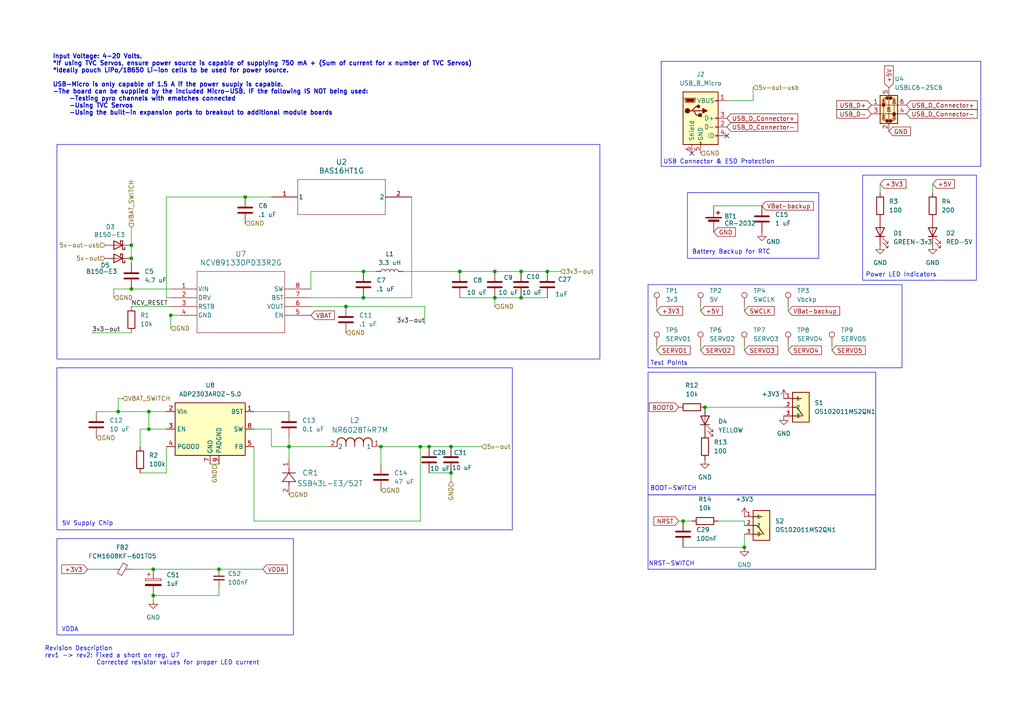
<source format=kicad_sch>
(kicad_sch
	(version 20231120)
	(generator "eeschema")
	(generator_version "8.0")
	(uuid "ce9ed2b1-af87-4278-b617-216042fc5e42")
	(paper "A4")
	(title_block
		(title "H.A.V.O.C.")
		(rev "1")
	)
	(lib_symbols
		(symbol "5v power supply diode:SSB43L-E3_52T"
			(pin_names
				(offset 0.254)
			)
			(exclude_from_sim no)
			(in_bom yes)
			(on_board yes)
			(property "Reference" "CR"
				(at 5.08 4.445 0)
				(effects
					(font
						(size 1.524 1.524)
					)
				)
			)
			(property "Value" "SSB43L-E3/52T"
				(at 5.08 -3.81 0)
				(effects
					(font
						(size 1.524 1.524)
					)
				)
			)
			(property "Footprint" "DIODE_DO214AA_MBRS"
				(at 0 0 0)
				(effects
					(font
						(size 1.27 1.27)
						(italic yes)
					)
					(hide yes)
				)
			)
			(property "Datasheet" "SSB43L-E3/52T"
				(at 0 0 0)
				(effects
					(font
						(size 1.27 1.27)
						(italic yes)
					)
					(hide yes)
				)
			)
			(property "Description" ""
				(at 0 0 0)
				(effects
					(font
						(size 1.27 1.27)
					)
					(hide yes)
				)
			)
			(property "ki_locked" ""
				(at 0 0 0)
				(effects
					(font
						(size 1.27 1.27)
					)
				)
			)
			(property "ki_keywords" "SSB43L-E3/52T"
				(at 0 0 0)
				(effects
					(font
						(size 1.27 1.27)
					)
					(hide yes)
				)
			)
			(property "ki_fp_filters" "DIODE_DO214AA_MBRS DIODE_DO214AA_MBRS-M DIODE_DO214AA_MBRS-L"
				(at 0 0 0)
				(effects
					(font
						(size 1.27 1.27)
					)
					(hide yes)
				)
			)
			(symbol "SSB43L-E3_52T_1_1"
				(polyline
					(pts
						(xy 2.54 0) (xy 3.4798 0)
					)
					(stroke
						(width 0.2032)
						(type default)
					)
					(fill
						(type none)
					)
				)
				(polyline
					(pts
						(xy 3.175 0) (xy 3.81 0)
					)
					(stroke
						(width 0.2032)
						(type default)
					)
					(fill
						(type none)
					)
				)
				(polyline
					(pts
						(xy 3.81 -1.905) (xy 6.35 0)
					)
					(stroke
						(width 0.2032)
						(type default)
					)
					(fill
						(type none)
					)
				)
				(polyline
					(pts
						(xy 3.81 1.905) (xy 3.81 -1.905)
					)
					(stroke
						(width 0.2032)
						(type default)
					)
					(fill
						(type none)
					)
				)
				(polyline
					(pts
						(xy 6.35 -1.905) (xy 6.35 1.905)
					)
					(stroke
						(width 0.2032)
						(type default)
					)
					(fill
						(type none)
					)
				)
				(polyline
					(pts
						(xy 6.35 0) (xy 3.81 1.905)
					)
					(stroke
						(width 0.2032)
						(type default)
					)
					(fill
						(type none)
					)
				)
				(polyline
					(pts
						(xy 6.35 0) (xy 7.62 0)
					)
					(stroke
						(width 0.2032)
						(type default)
					)
					(fill
						(type none)
					)
				)
				(pin unspecified line
					(at 10.16 0 180)
					(length 2.54)
					(name ""
						(effects
							(font
								(size 1.27 1.27)
							)
						)
					)
					(number "1"
						(effects
							(font
								(size 1.27 1.27)
							)
						)
					)
				)
				(pin unspecified line
					(at 0 0 0)
					(length 2.54)
					(name ""
						(effects
							(font
								(size 1.27 1.27)
							)
						)
					)
					(number "2"
						(effects
							(font
								(size 1.27 1.27)
							)
						)
					)
				)
			)
			(symbol "SSB43L-E3_52T_1_2"
				(polyline
					(pts
						(xy -1.905 3.81) (xy 1.905 3.81)
					)
					(stroke
						(width 0.2032)
						(type default)
					)
					(fill
						(type none)
					)
				)
				(polyline
					(pts
						(xy 0 2.54) (xy 0 3.4798)
					)
					(stroke
						(width 0.2032)
						(type default)
					)
					(fill
						(type none)
					)
				)
				(polyline
					(pts
						(xy 0 3.175) (xy 0 3.81)
					)
					(stroke
						(width 0.2032)
						(type default)
					)
					(fill
						(type none)
					)
				)
				(polyline
					(pts
						(xy 0 6.35) (xy -1.905 3.81)
					)
					(stroke
						(width 0.2032)
						(type default)
					)
					(fill
						(type none)
					)
				)
				(polyline
					(pts
						(xy 0 6.35) (xy 0 7.62)
					)
					(stroke
						(width 0.2032)
						(type default)
					)
					(fill
						(type none)
					)
				)
				(polyline
					(pts
						(xy 1.905 3.81) (xy 0 6.35)
					)
					(stroke
						(width 0.2032)
						(type default)
					)
					(fill
						(type none)
					)
				)
				(polyline
					(pts
						(xy 1.905 6.35) (xy -1.905 6.35)
					)
					(stroke
						(width 0.2032)
						(type default)
					)
					(fill
						(type none)
					)
				)
				(pin unspecified line
					(at 0 10.16 270)
					(length 2.54)
					(name ""
						(effects
							(font
								(size 1.27 1.27)
							)
						)
					)
					(number "1"
						(effects
							(font
								(size 1.27 1.27)
							)
						)
					)
				)
				(pin unspecified line
					(at 0 0 90)
					(length 2.54)
					(name ""
						(effects
							(font
								(size 1.27 1.27)
							)
						)
					)
					(number "2"
						(effects
							(font
								(size 1.27 1.27)
							)
						)
					)
				)
			)
		)
		(symbol "BAS16HT1G:BAS16HT1G"
			(pin_names
				(offset 0.254)
			)
			(exclude_from_sim no)
			(in_bom yes)
			(on_board yes)
			(property "Reference" "U"
				(at 20.32 10.16 0)
				(effects
					(font
						(size 1.524 1.524)
					)
				)
			)
			(property "Value" "BAS16HT1G"
				(at 20.32 7.62 0)
				(effects
					(font
						(size 1.524 1.524)
					)
				)
			)
			(property "Footprint" "SOD_16HT1G_ONS"
				(at 0 0 0)
				(effects
					(font
						(size 1.27 1.27)
						(italic yes)
					)
					(hide yes)
				)
			)
			(property "Datasheet" "BAS16HT1G"
				(at 0 0 0)
				(effects
					(font
						(size 1.27 1.27)
						(italic yes)
					)
					(hide yes)
				)
			)
			(property "Description" ""
				(at 0 0 0)
				(effects
					(font
						(size 1.27 1.27)
					)
					(hide yes)
				)
			)
			(property "ki_locked" ""
				(at 0 0 0)
				(effects
					(font
						(size 1.27 1.27)
					)
				)
			)
			(property "ki_keywords" "BAS16HT1G"
				(at 0 0 0)
				(effects
					(font
						(size 1.27 1.27)
					)
					(hide yes)
				)
			)
			(property "ki_fp_filters" "SOD_16HT1G_ONS SOD_16HT1G_ONS-M SOD_16HT1G_ONS-L"
				(at 0 0 0)
				(effects
					(font
						(size 1.27 1.27)
					)
					(hide yes)
				)
			)
			(symbol "BAS16HT1G_0_1"
				(polyline
					(pts
						(xy 7.62 -5.08) (xy 33.02 -5.08)
					)
					(stroke
						(width 0.127)
						(type default)
					)
					(fill
						(type none)
					)
				)
				(polyline
					(pts
						(xy 7.62 5.08) (xy 7.62 -5.08)
					)
					(stroke
						(width 0.127)
						(type default)
					)
					(fill
						(type none)
					)
				)
				(polyline
					(pts
						(xy 33.02 -5.08) (xy 33.02 5.08)
					)
					(stroke
						(width 0.127)
						(type default)
					)
					(fill
						(type none)
					)
				)
				(polyline
					(pts
						(xy 33.02 5.08) (xy 7.62 5.08)
					)
					(stroke
						(width 0.127)
						(type default)
					)
					(fill
						(type none)
					)
				)
				(pin unspecified line
					(at 0 0 0)
					(length 7.62)
					(name "1"
						(effects
							(font
								(size 1.27 1.27)
							)
						)
					)
					(number "1"
						(effects
							(font
								(size 1.27 1.27)
							)
						)
					)
				)
				(pin unspecified line
					(at 40.64 0 180)
					(length 7.62)
					(name "2"
						(effects
							(font
								(size 1.27 1.27)
							)
						)
					)
					(number "2"
						(effects
							(font
								(size 1.27 1.27)
							)
						)
					)
				)
			)
		)
		(symbol "Connector:TestPoint"
			(pin_numbers hide)
			(pin_names
				(offset 0.762) hide)
			(exclude_from_sim no)
			(in_bom yes)
			(on_board yes)
			(property "Reference" "TP"
				(at 0 6.858 0)
				(effects
					(font
						(size 1.27 1.27)
					)
				)
			)
			(property "Value" "TestPoint"
				(at 0 5.08 0)
				(effects
					(font
						(size 1.27 1.27)
					)
				)
			)
			(property "Footprint" ""
				(at 5.08 0 0)
				(effects
					(font
						(size 1.27 1.27)
					)
					(hide yes)
				)
			)
			(property "Datasheet" "~"
				(at 5.08 0 0)
				(effects
					(font
						(size 1.27 1.27)
					)
					(hide yes)
				)
			)
			(property "Description" "test point"
				(at 0 0 0)
				(effects
					(font
						(size 1.27 1.27)
					)
					(hide yes)
				)
			)
			(property "ki_keywords" "test point tp"
				(at 0 0 0)
				(effects
					(font
						(size 1.27 1.27)
					)
					(hide yes)
				)
			)
			(property "ki_fp_filters" "Pin* Test*"
				(at 0 0 0)
				(effects
					(font
						(size 1.27 1.27)
					)
					(hide yes)
				)
			)
			(symbol "TestPoint_0_1"
				(circle
					(center 0 3.302)
					(radius 0.762)
					(stroke
						(width 0)
						(type default)
					)
					(fill
						(type none)
					)
				)
			)
			(symbol "TestPoint_1_1"
				(pin passive line
					(at 0 0 90)
					(length 2.54)
					(name "1"
						(effects
							(font
								(size 1.27 1.27)
							)
						)
					)
					(number "1"
						(effects
							(font
								(size 1.27 1.27)
							)
						)
					)
				)
			)
		)
		(symbol "Connector:USB_B_Micro"
			(pin_names
				(offset 1.016)
			)
			(exclude_from_sim no)
			(in_bom yes)
			(on_board yes)
			(property "Reference" "J"
				(at -5.08 11.43 0)
				(effects
					(font
						(size 1.27 1.27)
					)
					(justify left)
				)
			)
			(property "Value" "USB_B_Micro"
				(at -5.08 8.89 0)
				(effects
					(font
						(size 1.27 1.27)
					)
					(justify left)
				)
			)
			(property "Footprint" ""
				(at 3.81 -1.27 0)
				(effects
					(font
						(size 1.27 1.27)
					)
					(hide yes)
				)
			)
			(property "Datasheet" "~"
				(at 3.81 -1.27 0)
				(effects
					(font
						(size 1.27 1.27)
					)
					(hide yes)
				)
			)
			(property "Description" "USB Micro Type B connector"
				(at 0 0 0)
				(effects
					(font
						(size 1.27 1.27)
					)
					(hide yes)
				)
			)
			(property "ki_keywords" "connector USB micro"
				(at 0 0 0)
				(effects
					(font
						(size 1.27 1.27)
					)
					(hide yes)
				)
			)
			(property "ki_fp_filters" "USB*"
				(at 0 0 0)
				(effects
					(font
						(size 1.27 1.27)
					)
					(hide yes)
				)
			)
			(symbol "USB_B_Micro_0_1"
				(rectangle
					(start -5.08 -7.62)
					(end 5.08 7.62)
					(stroke
						(width 0.254)
						(type default)
					)
					(fill
						(type background)
					)
				)
				(circle
					(center -3.81 2.159)
					(radius 0.635)
					(stroke
						(width 0.254)
						(type default)
					)
					(fill
						(type outline)
					)
				)
				(circle
					(center -0.635 3.429)
					(radius 0.381)
					(stroke
						(width 0.254)
						(type default)
					)
					(fill
						(type outline)
					)
				)
				(rectangle
					(start -0.127 -7.62)
					(end 0.127 -6.858)
					(stroke
						(width 0)
						(type default)
					)
					(fill
						(type none)
					)
				)
				(polyline
					(pts
						(xy -1.905 2.159) (xy 0.635 2.159)
					)
					(stroke
						(width 0.254)
						(type default)
					)
					(fill
						(type none)
					)
				)
				(polyline
					(pts
						(xy -3.175 2.159) (xy -2.54 2.159) (xy -1.27 3.429) (xy -0.635 3.429)
					)
					(stroke
						(width 0.254)
						(type default)
					)
					(fill
						(type none)
					)
				)
				(polyline
					(pts
						(xy -2.54 2.159) (xy -1.905 2.159) (xy -1.27 0.889) (xy 0 0.889)
					)
					(stroke
						(width 0.254)
						(type default)
					)
					(fill
						(type none)
					)
				)
				(polyline
					(pts
						(xy 0.635 2.794) (xy 0.635 1.524) (xy 1.905 2.159) (xy 0.635 2.794)
					)
					(stroke
						(width 0.254)
						(type default)
					)
					(fill
						(type outline)
					)
				)
				(polyline
					(pts
						(xy -4.318 5.588) (xy -1.778 5.588) (xy -2.032 4.826) (xy -4.064 4.826) (xy -4.318 5.588)
					)
					(stroke
						(width 0)
						(type default)
					)
					(fill
						(type outline)
					)
				)
				(polyline
					(pts
						(xy -4.699 5.842) (xy -4.699 5.588) (xy -4.445 4.826) (xy -4.445 4.572) (xy -1.651 4.572) (xy -1.651 4.826)
						(xy -1.397 5.588) (xy -1.397 5.842) (xy -4.699 5.842)
					)
					(stroke
						(width 0)
						(type default)
					)
					(fill
						(type none)
					)
				)
				(rectangle
					(start 0.254 1.27)
					(end -0.508 0.508)
					(stroke
						(width 0.254)
						(type default)
					)
					(fill
						(type outline)
					)
				)
				(rectangle
					(start 5.08 -5.207)
					(end 4.318 -4.953)
					(stroke
						(width 0)
						(type default)
					)
					(fill
						(type none)
					)
				)
				(rectangle
					(start 5.08 -2.667)
					(end 4.318 -2.413)
					(stroke
						(width 0)
						(type default)
					)
					(fill
						(type none)
					)
				)
				(rectangle
					(start 5.08 -0.127)
					(end 4.318 0.127)
					(stroke
						(width 0)
						(type default)
					)
					(fill
						(type none)
					)
				)
				(rectangle
					(start 5.08 4.953)
					(end 4.318 5.207)
					(stroke
						(width 0)
						(type default)
					)
					(fill
						(type none)
					)
				)
			)
			(symbol "USB_B_Micro_1_1"
				(pin power_out line
					(at 7.62 5.08 180)
					(length 2.54)
					(name "VBUS"
						(effects
							(font
								(size 1.27 1.27)
							)
						)
					)
					(number "1"
						(effects
							(font
								(size 1.27 1.27)
							)
						)
					)
				)
				(pin bidirectional line
					(at 7.62 -2.54 180)
					(length 2.54)
					(name "D-"
						(effects
							(font
								(size 1.27 1.27)
							)
						)
					)
					(number "2"
						(effects
							(font
								(size 1.27 1.27)
							)
						)
					)
				)
				(pin bidirectional line
					(at 7.62 0 180)
					(length 2.54)
					(name "D+"
						(effects
							(font
								(size 1.27 1.27)
							)
						)
					)
					(number "3"
						(effects
							(font
								(size 1.27 1.27)
							)
						)
					)
				)
				(pin passive line
					(at 7.62 -5.08 180)
					(length 2.54)
					(name "ID"
						(effects
							(font
								(size 1.27 1.27)
							)
						)
					)
					(number "4"
						(effects
							(font
								(size 1.27 1.27)
							)
						)
					)
				)
				(pin power_out line
					(at 0 -10.16 90)
					(length 2.54)
					(name "GND"
						(effects
							(font
								(size 1.27 1.27)
							)
						)
					)
					(number "5"
						(effects
							(font
								(size 1.27 1.27)
							)
						)
					)
				)
				(pin passive line
					(at -2.54 -10.16 90)
					(length 2.54)
					(name "Shield"
						(effects
							(font
								(size 1.27 1.27)
							)
						)
					)
					(number "6"
						(effects
							(font
								(size 1.27 1.27)
							)
						)
					)
				)
			)
		)
		(symbol "Device:C"
			(pin_numbers hide)
			(pin_names
				(offset 0.254)
			)
			(exclude_from_sim no)
			(in_bom yes)
			(on_board yes)
			(property "Reference" "C"
				(at 0.635 2.54 0)
				(effects
					(font
						(size 1.27 1.27)
					)
					(justify left)
				)
			)
			(property "Value" "C"
				(at 0.635 -2.54 0)
				(effects
					(font
						(size 1.27 1.27)
					)
					(justify left)
				)
			)
			(property "Footprint" ""
				(at 0.9652 -3.81 0)
				(effects
					(font
						(size 1.27 1.27)
					)
					(hide yes)
				)
			)
			(property "Datasheet" "~"
				(at 0 0 0)
				(effects
					(font
						(size 1.27 1.27)
					)
					(hide yes)
				)
			)
			(property "Description" "Unpolarized capacitor"
				(at 0 0 0)
				(effects
					(font
						(size 1.27 1.27)
					)
					(hide yes)
				)
			)
			(property "ki_keywords" "cap capacitor"
				(at 0 0 0)
				(effects
					(font
						(size 1.27 1.27)
					)
					(hide yes)
				)
			)
			(property "ki_fp_filters" "C_*"
				(at 0 0 0)
				(effects
					(font
						(size 1.27 1.27)
					)
					(hide yes)
				)
			)
			(symbol "C_0_1"
				(polyline
					(pts
						(xy -2.032 -0.762) (xy 2.032 -0.762)
					)
					(stroke
						(width 0.508)
						(type default)
					)
					(fill
						(type none)
					)
				)
				(polyline
					(pts
						(xy -2.032 0.762) (xy 2.032 0.762)
					)
					(stroke
						(width 0.508)
						(type default)
					)
					(fill
						(type none)
					)
				)
			)
			(symbol "C_1_1"
				(pin passive line
					(at 0 3.81 270)
					(length 2.794)
					(name "~"
						(effects
							(font
								(size 1.27 1.27)
							)
						)
					)
					(number "1"
						(effects
							(font
								(size 1.27 1.27)
							)
						)
					)
				)
				(pin passive line
					(at 0 -3.81 90)
					(length 2.794)
					(name "~"
						(effects
							(font
								(size 1.27 1.27)
							)
						)
					)
					(number "2"
						(effects
							(font
								(size 1.27 1.27)
							)
						)
					)
				)
			)
		)
		(symbol "Device:L"
			(pin_numbers hide)
			(pin_names
				(offset 1.016) hide)
			(exclude_from_sim no)
			(in_bom yes)
			(on_board yes)
			(property "Reference" "L"
				(at -1.27 0 90)
				(effects
					(font
						(size 1.27 1.27)
					)
				)
			)
			(property "Value" "L"
				(at 1.905 0 90)
				(effects
					(font
						(size 1.27 1.27)
					)
				)
			)
			(property "Footprint" ""
				(at 0 0 0)
				(effects
					(font
						(size 1.27 1.27)
					)
					(hide yes)
				)
			)
			(property "Datasheet" "~"
				(at 0 0 0)
				(effects
					(font
						(size 1.27 1.27)
					)
					(hide yes)
				)
			)
			(property "Description" "Inductor"
				(at 0 0 0)
				(effects
					(font
						(size 1.27 1.27)
					)
					(hide yes)
				)
			)
			(property "ki_keywords" "inductor choke coil reactor magnetic"
				(at 0 0 0)
				(effects
					(font
						(size 1.27 1.27)
					)
					(hide yes)
				)
			)
			(property "ki_fp_filters" "Choke_* *Coil* Inductor_* L_*"
				(at 0 0 0)
				(effects
					(font
						(size 1.27 1.27)
					)
					(hide yes)
				)
			)
			(symbol "L_0_1"
				(arc
					(start 0 -2.54)
					(mid 0.6323 -1.905)
					(end 0 -1.27)
					(stroke
						(width 0)
						(type default)
					)
					(fill
						(type none)
					)
				)
				(arc
					(start 0 -1.27)
					(mid 0.6323 -0.635)
					(end 0 0)
					(stroke
						(width 0)
						(type default)
					)
					(fill
						(type none)
					)
				)
				(arc
					(start 0 0)
					(mid 0.6323 0.635)
					(end 0 1.27)
					(stroke
						(width 0)
						(type default)
					)
					(fill
						(type none)
					)
				)
				(arc
					(start 0 1.27)
					(mid 0.6323 1.905)
					(end 0 2.54)
					(stroke
						(width 0)
						(type default)
					)
					(fill
						(type none)
					)
				)
			)
			(symbol "L_1_1"
				(pin passive line
					(at 0 3.81 270)
					(length 1.27)
					(name "1"
						(effects
							(font
								(size 1.27 1.27)
							)
						)
					)
					(number "1"
						(effects
							(font
								(size 1.27 1.27)
							)
						)
					)
				)
				(pin passive line
					(at 0 -3.81 90)
					(length 1.27)
					(name "2"
						(effects
							(font
								(size 1.27 1.27)
							)
						)
					)
					(number "2"
						(effects
							(font
								(size 1.27 1.27)
							)
						)
					)
				)
			)
		)
		(symbol "Device:R"
			(pin_numbers hide)
			(pin_names
				(offset 0)
			)
			(exclude_from_sim no)
			(in_bom yes)
			(on_board yes)
			(property "Reference" "R"
				(at 2.032 0 90)
				(effects
					(font
						(size 1.27 1.27)
					)
				)
			)
			(property "Value" "R"
				(at 0 0 90)
				(effects
					(font
						(size 1.27 1.27)
					)
				)
			)
			(property "Footprint" ""
				(at -1.778 0 90)
				(effects
					(font
						(size 1.27 1.27)
					)
					(hide yes)
				)
			)
			(property "Datasheet" "~"
				(at 0 0 0)
				(effects
					(font
						(size 1.27 1.27)
					)
					(hide yes)
				)
			)
			(property "Description" "Resistor"
				(at 0 0 0)
				(effects
					(font
						(size 1.27 1.27)
					)
					(hide yes)
				)
			)
			(property "ki_keywords" "R res resistor"
				(at 0 0 0)
				(effects
					(font
						(size 1.27 1.27)
					)
					(hide yes)
				)
			)
			(property "ki_fp_filters" "R_*"
				(at 0 0 0)
				(effects
					(font
						(size 1.27 1.27)
					)
					(hide yes)
				)
			)
			(symbol "R_0_1"
				(rectangle
					(start -1.016 -2.54)
					(end 1.016 2.54)
					(stroke
						(width 0.254)
						(type default)
					)
					(fill
						(type none)
					)
				)
			)
			(symbol "R_1_1"
				(pin passive line
					(at 0 3.81 270)
					(length 1.27)
					(name "~"
						(effects
							(font
								(size 1.27 1.27)
							)
						)
					)
					(number "1"
						(effects
							(font
								(size 1.27 1.27)
							)
						)
					)
				)
				(pin passive line
					(at 0 -3.81 90)
					(length 1.27)
					(name "~"
						(effects
							(font
								(size 1.27 1.27)
							)
						)
					)
					(number "2"
						(effects
							(font
								(size 1.27 1.27)
							)
						)
					)
				)
			)
		)
		(symbol "Diode:B150-E3"
			(pin_numbers hide)
			(pin_names hide)
			(exclude_from_sim no)
			(in_bom yes)
			(on_board yes)
			(property "Reference" "D"
				(at 0 2.54 0)
				(effects
					(font
						(size 1.27 1.27)
					)
				)
			)
			(property "Value" "B150-E3"
				(at 0 -2.54 0)
				(effects
					(font
						(size 1.27 1.27)
					)
				)
			)
			(property "Footprint" "Diode_SMD:D_SMA"
				(at 0 -4.445 0)
				(effects
					(font
						(size 1.27 1.27)
					)
					(hide yes)
				)
			)
			(property "Datasheet" "http://www.vishay.com/docs/88946/b120.pdf"
				(at 0 0 0)
				(effects
					(font
						(size 1.27 1.27)
					)
					(hide yes)
				)
			)
			(property "Description" "50V 1A Schottky Barrier Rectifier Diode, SMA(DO-214AC)"
				(at 0 0 0)
				(effects
					(font
						(size 1.27 1.27)
					)
					(hide yes)
				)
			)
			(property "ki_keywords" "diode Schottky"
				(at 0 0 0)
				(effects
					(font
						(size 1.27 1.27)
					)
					(hide yes)
				)
			)
			(property "ki_fp_filters" "D*SMA*"
				(at 0 0 0)
				(effects
					(font
						(size 1.27 1.27)
					)
					(hide yes)
				)
			)
			(symbol "B150-E3_0_1"
				(polyline
					(pts
						(xy 1.27 0) (xy -1.27 0)
					)
					(stroke
						(width 0)
						(type default)
					)
					(fill
						(type none)
					)
				)
				(polyline
					(pts
						(xy 1.27 1.27) (xy 1.27 -1.27) (xy -1.27 0) (xy 1.27 1.27)
					)
					(stroke
						(width 0.254)
						(type default)
					)
					(fill
						(type none)
					)
				)
				(polyline
					(pts
						(xy -1.905 0.635) (xy -1.905 1.27) (xy -1.27 1.27) (xy -1.27 -1.27) (xy -0.635 -1.27) (xy -0.635 -0.635)
					)
					(stroke
						(width 0.254)
						(type default)
					)
					(fill
						(type none)
					)
				)
			)
			(symbol "B150-E3_1_1"
				(pin passive line
					(at -3.81 0 0)
					(length 2.54)
					(name "K"
						(effects
							(font
								(size 1.27 1.27)
							)
						)
					)
					(number "1"
						(effects
							(font
								(size 1.27 1.27)
							)
						)
					)
				)
				(pin passive line
					(at 3.81 0 180)
					(length 2.54)
					(name "A"
						(effects
							(font
								(size 1.27 1.27)
							)
						)
					)
					(number "2"
						(effects
							(font
								(size 1.27 1.27)
							)
						)
					)
				)
			)
		)
		(symbol "HAVOC Power IC:NCV891330PD33R2G"
			(pin_names
				(offset 0.254)
			)
			(exclude_from_sim no)
			(in_bom yes)
			(on_board yes)
			(property "Reference" "U"
				(at 20.32 10.16 0)
				(effects
					(font
						(size 1.524 1.524)
					)
				)
			)
			(property "Value" "NCV891330PD33R2G"
				(at 20.32 7.62 0)
				(effects
					(font
						(size 1.524 1.524)
					)
				)
			)
			(property "Footprint" "SOIC8_3P9X4P9_ONS"
				(at 0 0 0)
				(effects
					(font
						(size 1.27 1.27)
						(italic yes)
					)
					(hide yes)
				)
			)
			(property "Datasheet" "NCV891330PD33R2G"
				(at 0 0 0)
				(effects
					(font
						(size 1.27 1.27)
						(italic yes)
					)
					(hide yes)
				)
			)
			(property "Description" ""
				(at 0 0 0)
				(effects
					(font
						(size 1.27 1.27)
					)
					(hide yes)
				)
			)
			(property "ki_locked" ""
				(at 0 0 0)
				(effects
					(font
						(size 1.27 1.27)
					)
				)
			)
			(property "ki_keywords" "NCV891330PD33R2G"
				(at 0 0 0)
				(effects
					(font
						(size 1.27 1.27)
					)
					(hide yes)
				)
			)
			(property "ki_fp_filters" "SOIC8_3P9X4P9_ONS SOIC8_3P9X4P9_ONS-M SOIC8_3P9X4P9_ONS-L"
				(at 0 0 0)
				(effects
					(font
						(size 1.27 1.27)
					)
					(hide yes)
				)
			)
			(symbol "NCV891330PD33R2G_0_1"
				(polyline
					(pts
						(xy 7.62 -12.7) (xy 33.02 -12.7)
					)
					(stroke
						(width 0.127)
						(type default)
					)
					(fill
						(type none)
					)
				)
				(polyline
					(pts
						(xy 7.62 5.08) (xy 7.62 -12.7)
					)
					(stroke
						(width 0.127)
						(type default)
					)
					(fill
						(type none)
					)
				)
				(polyline
					(pts
						(xy 33.02 -12.7) (xy 33.02 5.08)
					)
					(stroke
						(width 0.127)
						(type default)
					)
					(fill
						(type none)
					)
				)
				(polyline
					(pts
						(xy 33.02 5.08) (xy 7.62 5.08)
					)
					(stroke
						(width 0.127)
						(type default)
					)
					(fill
						(type none)
					)
				)
				(pin input line
					(at 0 0 0)
					(length 7.62)
					(name "VIN"
						(effects
							(font
								(size 1.27 1.27)
							)
						)
					)
					(number "1"
						(effects
							(font
								(size 1.27 1.27)
							)
						)
					)
				)
				(pin output line
					(at 0 -2.54 0)
					(length 7.62)
					(name "DRV"
						(effects
							(font
								(size 1.27 1.27)
							)
						)
					)
					(number "2"
						(effects
							(font
								(size 1.27 1.27)
							)
						)
					)
				)
				(pin output line
					(at 0 -5.08 0)
					(length 7.62)
					(name "RSTB"
						(effects
							(font
								(size 1.27 1.27)
							)
						)
					)
					(number "3"
						(effects
							(font
								(size 1.27 1.27)
							)
						)
					)
				)
				(pin power_in line
					(at 0 -7.62 0)
					(length 7.62)
					(name "GND"
						(effects
							(font
								(size 1.27 1.27)
							)
						)
					)
					(number "4"
						(effects
							(font
								(size 1.27 1.27)
							)
						)
					)
				)
				(pin input line
					(at 40.64 -7.62 180)
					(length 7.62)
					(name "EN"
						(effects
							(font
								(size 1.27 1.27)
							)
						)
					)
					(number "5"
						(effects
							(font
								(size 1.27 1.27)
							)
						)
					)
				)
				(pin output line
					(at 40.64 -5.08 180)
					(length 7.62)
					(name "VOUT"
						(effects
							(font
								(size 1.27 1.27)
							)
						)
					)
					(number "6"
						(effects
							(font
								(size 1.27 1.27)
							)
						)
					)
				)
				(pin input line
					(at 40.64 -2.54 180)
					(length 7.62)
					(name "BST"
						(effects
							(font
								(size 1.27 1.27)
							)
						)
					)
					(number "7"
						(effects
							(font
								(size 1.27 1.27)
							)
						)
					)
				)
				(pin output line
					(at 40.64 0 180)
					(length 7.62)
					(name "SW"
						(effects
							(font
								(size 1.27 1.27)
							)
						)
					)
					(number "8"
						(effects
							(font
								(size 1.27 1.27)
							)
						)
					)
				)
			)
		)
		(symbol "NR6028T4R7M:NR6028T4R7M"
			(pin_names
				(offset 0.254)
			)
			(exclude_from_sim no)
			(in_bom yes)
			(on_board yes)
			(property "Reference" "L"
				(at 6.985 5.08 0)
				(effects
					(font
						(size 1.524 1.524)
					)
				)
			)
			(property "Value" "NR6028T4R7M"
				(at 6.985 -2.54 0)
				(effects
					(font
						(size 1.524 1.524)
					)
				)
			)
			(property "Footprint" "IND_TAIYO_NR6028_TAY"
				(at 0 0 0)
				(effects
					(font
						(size 1.27 1.27)
						(italic yes)
					)
					(hide yes)
				)
			)
			(property "Datasheet" "NR6028T4R7M"
				(at 0 0 0)
				(effects
					(font
						(size 1.27 1.27)
						(italic yes)
					)
					(hide yes)
				)
			)
			(property "Description" ""
				(at 0 0 0)
				(effects
					(font
						(size 1.27 1.27)
					)
					(hide yes)
				)
			)
			(property "ki_locked" ""
				(at 0 0 0)
				(effects
					(font
						(size 1.27 1.27)
					)
				)
			)
			(property "ki_keywords" "NR6028T4R7M"
				(at 0 0 0)
				(effects
					(font
						(size 1.27 1.27)
					)
					(hide yes)
				)
			)
			(property "ki_fp_filters" "IND_TAIYO_NR6028_TAY"
				(at 0 0 0)
				(effects
					(font
						(size 1.27 1.27)
					)
					(hide yes)
				)
			)
			(symbol "NR6028T4R7M_1_1"
				(polyline
					(pts
						(xy 2.54 0) (xy 2.54 1.27)
					)
					(stroke
						(width 0.2032)
						(type default)
					)
					(fill
						(type none)
					)
				)
				(polyline
					(pts
						(xy 5.08 0) (xy 5.08 1.27)
					)
					(stroke
						(width 0.2032)
						(type default)
					)
					(fill
						(type none)
					)
				)
				(polyline
					(pts
						(xy 7.62 0) (xy 7.62 1.27)
					)
					(stroke
						(width 0.2032)
						(type default)
					)
					(fill
						(type none)
					)
				)
				(polyline
					(pts
						(xy 10.16 0) (xy 10.16 1.27)
					)
					(stroke
						(width 0.2032)
						(type default)
					)
					(fill
						(type none)
					)
				)
				(polyline
					(pts
						(xy 12.7 0) (xy 12.7 1.27)
					)
					(stroke
						(width 0.2032)
						(type default)
					)
					(fill
						(type none)
					)
				)
				(arc
					(start 5.08 1.27)
					(mid 3.81 2.5344)
					(end 2.54 1.27)
					(stroke
						(width 0.254)
						(type default)
					)
					(fill
						(type none)
					)
				)
				(arc
					(start 7.62 1.27)
					(mid 6.35 2.5344)
					(end 5.08 1.27)
					(stroke
						(width 0.254)
						(type default)
					)
					(fill
						(type none)
					)
				)
				(arc
					(start 10.16 1.27)
					(mid 8.89 2.5344)
					(end 7.62 1.27)
					(stroke
						(width 0.254)
						(type default)
					)
					(fill
						(type none)
					)
				)
				(arc
					(start 12.7 1.27)
					(mid 11.43 2.5344)
					(end 10.16 1.27)
					(stroke
						(width 0.254)
						(type default)
					)
					(fill
						(type none)
					)
				)
				(pin unspecified line
					(at 15.24 0 180)
					(length 2.54)
					(name "1"
						(effects
							(font
								(size 1.27 1.27)
							)
						)
					)
					(number "1"
						(effects
							(font
								(size 1.27 1.27)
							)
						)
					)
				)
				(pin unspecified line
					(at 0 0 0)
					(length 2.54)
					(name "2"
						(effects
							(font
								(size 1.27 1.27)
							)
						)
					)
					(number "2"
						(effects
							(font
								(size 1.27 1.27)
							)
						)
					)
				)
			)
			(symbol "NR6028T4R7M_1_2"
				(arc
					(start -1.27 5.08)
					(mid -2.5344 3.81)
					(end -1.27 2.54)
					(stroke
						(width 0.254)
						(type default)
					)
					(fill
						(type none)
					)
				)
				(arc
					(start -1.27 7.62)
					(mid -2.5344 6.35)
					(end -1.27 5.08)
					(stroke
						(width 0.254)
						(type default)
					)
					(fill
						(type none)
					)
				)
				(arc
					(start -1.27 10.16)
					(mid -2.5344 8.89)
					(end -1.27 7.62)
					(stroke
						(width 0.254)
						(type default)
					)
					(fill
						(type none)
					)
				)
				(arc
					(start -1.27 12.7)
					(mid -2.5344 11.43)
					(end -1.27 10.16)
					(stroke
						(width 0.254)
						(type default)
					)
					(fill
						(type none)
					)
				)
				(polyline
					(pts
						(xy 0 2.54) (xy -1.27 2.54)
					)
					(stroke
						(width 0.2032)
						(type default)
					)
					(fill
						(type none)
					)
				)
				(polyline
					(pts
						(xy 0 5.08) (xy -1.27 5.08)
					)
					(stroke
						(width 0.2032)
						(type default)
					)
					(fill
						(type none)
					)
				)
				(polyline
					(pts
						(xy 0 7.62) (xy -1.27 7.62)
					)
					(stroke
						(width 0.2032)
						(type default)
					)
					(fill
						(type none)
					)
				)
				(polyline
					(pts
						(xy 0 10.16) (xy -1.27 10.16)
					)
					(stroke
						(width 0.2032)
						(type default)
					)
					(fill
						(type none)
					)
				)
				(polyline
					(pts
						(xy 0 12.7) (xy -1.27 12.7)
					)
					(stroke
						(width 0.2032)
						(type default)
					)
					(fill
						(type none)
					)
				)
				(pin unspecified line
					(at 0 15.24 270)
					(length 2.54)
					(name "1"
						(effects
							(font
								(size 1.27 1.27)
							)
						)
					)
					(number "1"
						(effects
							(font
								(size 1.27 1.27)
							)
						)
					)
				)
				(pin unspecified line
					(at 0 0 90)
					(length 2.54)
					(name "2"
						(effects
							(font
								(size 1.27 1.27)
							)
						)
					)
					(number "2"
						(effects
							(font
								(size 1.27 1.27)
							)
						)
					)
				)
			)
		)
		(symbol "OS102011MS2QN1:OS102011MS2QN1"
			(pin_names
				(offset 1.016)
			)
			(exclude_from_sim no)
			(in_bom yes)
			(on_board yes)
			(property "Reference" "S"
				(at -2.5411 5.0822 0)
				(effects
					(font
						(size 1.27 1.27)
					)
					(justify left bottom)
				)
			)
			(property "Value" "OS102011MS2QN1"
				(at -2.544 -7.6319 0)
				(effects
					(font
						(size 1.27 1.27)
					)
					(justify left bottom)
				)
			)
			(property "Footprint" "OS102011MS2QN1:SW_OS102011MS2QN1"
				(at 0 0 0)
				(effects
					(font
						(size 1.27 1.27)
					)
					(justify bottom)
					(hide yes)
				)
			)
			(property "Datasheet" ""
				(at 0 0 0)
				(effects
					(font
						(size 1.27 1.27)
					)
					(hide yes)
				)
			)
			(property "Description" ""
				(at 0 0 0)
				(effects
					(font
						(size 1.27 1.27)
					)
					(hide yes)
				)
			)
			(property "DigiKey_Part_Number" "CKN9565-ND"
				(at 0 0 0)
				(effects
					(font
						(size 1.27 1.27)
					)
					(justify bottom)
					(hide yes)
				)
			)
			(property "SnapEDA_Link" "https://www.snapeda.com/parts/OS102011MS2QN1/C%2526K/view-part/?ref=snap"
				(at 0 0 0)
				(effects
					(font
						(size 1.27 1.27)
					)
					(justify bottom)
					(hide yes)
				)
			)
			(property "Description_1" "\nSwitch,Slide,Mini,SPDT,ON-ON,Non-Shorting(BBM),100mA,12VDC,ThruHole,PC Pin | C&K OS102011MS2QN1\n"
				(at 0 0 0)
				(effects
					(font
						(size 1.27 1.27)
					)
					(justify bottom)
					(hide yes)
				)
			)
			(property "Package" "None"
				(at 0 0 0)
				(effects
					(font
						(size 1.27 1.27)
					)
					(justify bottom)
					(hide yes)
				)
			)
			(property "Check_prices" "https://www.snapeda.com/parts/OS102011MS2QN1/C%2526K/view-part/?ref=eda"
				(at 0 0 0)
				(effects
					(font
						(size 1.27 1.27)
					)
					(justify bottom)
					(hide yes)
				)
			)
			(property "STANDARD" "MANUFACTURER RECOMMENDATIONS"
				(at 0 0 0)
				(effects
					(font
						(size 1.27 1.27)
					)
					(justify bottom)
					(hide yes)
				)
			)
			(property "MF" "C&K"
				(at 0 0 0)
				(effects
					(font
						(size 1.27 1.27)
					)
					(justify bottom)
					(hide yes)
				)
			)
			(property "MP" "OS102011MS2QN1"
				(at 0 0 0)
				(effects
					(font
						(size 1.27 1.27)
					)
					(justify bottom)
					(hide yes)
				)
			)
			(property "MANUFACTURER" "C&K"
				(at 0 0 0)
				(effects
					(font
						(size 1.27 1.27)
					)
					(justify bottom)
					(hide yes)
				)
			)
			(symbol "OS102011MS2QN1_0_0"
				(rectangle
					(start -2.54 -4.318)
					(end 2.286 4.318)
					(stroke
						(width 0.254)
						(type default)
					)
					(fill
						(type background)
					)
				)
				(polyline
					(pts
						(xy -2.54 -2.54) (xy 0 -2.54)
					)
					(stroke
						(width 0.254)
						(type default)
					)
					(fill
						(type none)
					)
				)
				(polyline
					(pts
						(xy -2.54 0) (xy -1.27 0)
					)
					(stroke
						(width 0.254)
						(type default)
					)
					(fill
						(type none)
					)
				)
				(polyline
					(pts
						(xy -2.54 2.54) (xy 0 2.54)
					)
					(stroke
						(width 0.254)
						(type default)
					)
					(fill
						(type none)
					)
				)
				(polyline
					(pts
						(xy -1.27 0) (xy 0.508 -2.54)
					)
					(stroke
						(width 0.254)
						(type default)
					)
					(fill
						(type none)
					)
				)
				(pin passive line
					(at -5.08 2.54 0)
					(length 2.54)
					(name "1"
						(effects
							(font
								(size 1.016 1.016)
							)
						)
					)
					(number "1"
						(effects
							(font
								(size 1.016 1.016)
							)
						)
					)
				)
				(pin passive line
					(at -5.08 0 0)
					(length 2.54)
					(name "2"
						(effects
							(font
								(size 1.016 1.016)
							)
						)
					)
					(number "2"
						(effects
							(font
								(size 1.016 1.016)
							)
						)
					)
				)
				(pin passive line
					(at -5.08 -2.54 0)
					(length 2.54)
					(name "3"
						(effects
							(font
								(size 1.016 1.016)
							)
						)
					)
					(number "3"
						(effects
							(font
								(size 1.016 1.016)
							)
						)
					)
				)
			)
		)
		(symbol "Power_Protection:USBLC6-2SC6"
			(pin_names hide)
			(exclude_from_sim no)
			(in_bom yes)
			(on_board yes)
			(property "Reference" "U"
				(at 0.635 5.715 0)
				(effects
					(font
						(size 1.27 1.27)
					)
					(justify left)
				)
			)
			(property "Value" "USBLC6-2SC6"
				(at 0.635 3.81 0)
				(effects
					(font
						(size 1.27 1.27)
					)
					(justify left)
				)
			)
			(property "Footprint" "Package_TO_SOT_SMD:SOT-23-6"
				(at 1.27 -6.35 0)
				(effects
					(font
						(size 1.27 1.27)
						(italic yes)
					)
					(justify left)
					(hide yes)
				)
			)
			(property "Datasheet" "https://www.st.com/resource/en/datasheet/usblc6-2.pdf"
				(at 1.27 -8.255 0)
				(effects
					(font
						(size 1.27 1.27)
					)
					(justify left)
					(hide yes)
				)
			)
			(property "Description" "Very low capacitance ESD protection diode, 2 data-line, SOT-23-6"
				(at 0 0 0)
				(effects
					(font
						(size 1.27 1.27)
					)
					(hide yes)
				)
			)
			(property "ki_keywords" "usb ethernet video"
				(at 0 0 0)
				(effects
					(font
						(size 1.27 1.27)
					)
					(hide yes)
				)
			)
			(property "ki_fp_filters" "SOT?23*"
				(at 0 0 0)
				(effects
					(font
						(size 1.27 1.27)
					)
					(hide yes)
				)
			)
			(symbol "USBLC6-2SC6_0_0"
				(circle
					(center -1.524 0)
					(radius 0.0001)
					(stroke
						(width 0.508)
						(type default)
					)
					(fill
						(type none)
					)
				)
				(circle
					(center -0.508 -4.572)
					(radius 0.0001)
					(stroke
						(width 0.508)
						(type default)
					)
					(fill
						(type none)
					)
				)
				(circle
					(center -0.508 2.032)
					(radius 0.0001)
					(stroke
						(width 0.508)
						(type default)
					)
					(fill
						(type none)
					)
				)
				(circle
					(center 0.508 -4.572)
					(radius 0.0001)
					(stroke
						(width 0.508)
						(type default)
					)
					(fill
						(type none)
					)
				)
				(circle
					(center 0.508 2.032)
					(radius 0.0001)
					(stroke
						(width 0.508)
						(type default)
					)
					(fill
						(type none)
					)
				)
				(circle
					(center 1.524 -2.54)
					(radius 0.0001)
					(stroke
						(width 0.508)
						(type default)
					)
					(fill
						(type none)
					)
				)
			)
			(symbol "USBLC6-2SC6_0_1"
				(polyline
					(pts
						(xy -2.54 -2.54) (xy 2.54 -2.54)
					)
					(stroke
						(width 0)
						(type default)
					)
					(fill
						(type none)
					)
				)
				(polyline
					(pts
						(xy -2.54 0) (xy 2.54 0)
					)
					(stroke
						(width 0)
						(type default)
					)
					(fill
						(type none)
					)
				)
				(polyline
					(pts
						(xy -2.032 -3.048) (xy -1.016 -3.048)
					)
					(stroke
						(width 0)
						(type default)
					)
					(fill
						(type none)
					)
				)
				(polyline
					(pts
						(xy -1.016 1.524) (xy -2.032 1.524)
					)
					(stroke
						(width 0)
						(type default)
					)
					(fill
						(type none)
					)
				)
				(polyline
					(pts
						(xy 1.016 -3.048) (xy 2.032 -3.048)
					)
					(stroke
						(width 0)
						(type default)
					)
					(fill
						(type none)
					)
				)
				(polyline
					(pts
						(xy 1.016 1.524) (xy 2.032 1.524)
					)
					(stroke
						(width 0)
						(type default)
					)
					(fill
						(type none)
					)
				)
				(polyline
					(pts
						(xy -0.508 -1.143) (xy -0.508 -0.762) (xy 0.508 -0.762)
					)
					(stroke
						(width 0)
						(type default)
					)
					(fill
						(type none)
					)
				)
				(polyline
					(pts
						(xy -2.032 0.508) (xy -1.016 0.508) (xy -1.524 1.524) (xy -2.032 0.508)
					)
					(stroke
						(width 0)
						(type default)
					)
					(fill
						(type none)
					)
				)
				(polyline
					(pts
						(xy -1.016 -4.064) (xy -2.032 -4.064) (xy -1.524 -3.048) (xy -1.016 -4.064)
					)
					(stroke
						(width 0)
						(type default)
					)
					(fill
						(type none)
					)
				)
				(polyline
					(pts
						(xy 0.508 -1.778) (xy -0.508 -1.778) (xy 0 -0.762) (xy 0.508 -1.778)
					)
					(stroke
						(width 0)
						(type default)
					)
					(fill
						(type none)
					)
				)
				(polyline
					(pts
						(xy 2.032 -4.064) (xy 1.016 -4.064) (xy 1.524 -3.048) (xy 2.032 -4.064)
					)
					(stroke
						(width 0)
						(type default)
					)
					(fill
						(type none)
					)
				)
				(polyline
					(pts
						(xy 2.032 0.508) (xy 1.016 0.508) (xy 1.524 1.524) (xy 2.032 0.508)
					)
					(stroke
						(width 0)
						(type default)
					)
					(fill
						(type none)
					)
				)
				(polyline
					(pts
						(xy 0 2.54) (xy -0.508 2.032) (xy 0.508 2.032) (xy 0 1.524) (xy 0 -4.064) (xy -0.508 -4.572) (xy 0.508 -4.572)
						(xy 0 -5.08)
					)
					(stroke
						(width 0)
						(type default)
					)
					(fill
						(type none)
					)
				)
			)
			(symbol "USBLC6-2SC6_1_1"
				(rectangle
					(start -2.54 2.794)
					(end 2.54 -5.334)
					(stroke
						(width 0.254)
						(type default)
					)
					(fill
						(type background)
					)
				)
				(polyline
					(pts
						(xy -0.508 2.032) (xy -1.524 2.032) (xy -1.524 -4.572) (xy -0.508 -4.572)
					)
					(stroke
						(width 0)
						(type default)
					)
					(fill
						(type none)
					)
				)
				(polyline
					(pts
						(xy 0.508 -4.572) (xy 1.524 -4.572) (xy 1.524 2.032) (xy 0.508 2.032)
					)
					(stroke
						(width 0)
						(type default)
					)
					(fill
						(type none)
					)
				)
				(pin passive line
					(at -5.08 0 0)
					(length 2.54)
					(name "I/O1"
						(effects
							(font
								(size 1.27 1.27)
							)
						)
					)
					(number "1"
						(effects
							(font
								(size 1.27 1.27)
							)
						)
					)
				)
				(pin passive line
					(at 0 -7.62 90)
					(length 2.54)
					(name "GND"
						(effects
							(font
								(size 1.27 1.27)
							)
						)
					)
					(number "2"
						(effects
							(font
								(size 1.27 1.27)
							)
						)
					)
				)
				(pin passive line
					(at -5.08 -2.54 0)
					(length 2.54)
					(name "I/O2"
						(effects
							(font
								(size 1.27 1.27)
							)
						)
					)
					(number "3"
						(effects
							(font
								(size 1.27 1.27)
							)
						)
					)
				)
				(pin passive line
					(at 5.08 -2.54 180)
					(length 2.54)
					(name "I/O2"
						(effects
							(font
								(size 1.27 1.27)
							)
						)
					)
					(number "4"
						(effects
							(font
								(size 1.27 1.27)
							)
						)
					)
				)
				(pin passive line
					(at 0 5.08 270)
					(length 2.54)
					(name "VBUS"
						(effects
							(font
								(size 1.27 1.27)
							)
						)
					)
					(number "5"
						(effects
							(font
								(size 1.27 1.27)
							)
						)
					)
				)
				(pin passive line
					(at 5.08 0 180)
					(length 2.54)
					(name "I/O1"
						(effects
							(font
								(size 1.27 1.27)
							)
						)
					)
					(number "6"
						(effects
							(font
								(size 1.27 1.27)
							)
						)
					)
				)
			)
		)
		(symbol "Regulator_Switching:ADP2303ARDZ-5.0"
			(exclude_from_sim no)
			(in_bom yes)
			(on_board yes)
			(property "Reference" "U"
				(at -10.16 8.89 0)
				(effects
					(font
						(size 1.27 1.27)
					)
					(justify left)
				)
			)
			(property "Value" "ADP2303ARDZ-5.0"
				(at -3.81 8.89 0)
				(effects
					(font
						(size 1.27 1.27)
					)
					(justify left)
				)
			)
			(property "Footprint" "Package_SO:SOIC-8-1EP_3.9x4.9mm_P1.27mm_EP2.29x3mm"
				(at 3.81 -8.89 0)
				(effects
					(font
						(size 1.27 1.27)
					)
					(justify left)
					(hide yes)
				)
			)
			(property "Datasheet" "https://www.analog.com/media/en/technical-documentation/data-sheets/ADP2302_2303.pdf"
				(at -5.08 15.24 0)
				(effects
					(font
						(size 1.27 1.27)
					)
					(hide yes)
				)
			)
			(property "Description" "Nonsynchronous Step-Down Regulator 3 Amp Vout 5.0v SOIC-8"
				(at 0 0 0)
				(effects
					(font
						(size 1.27 1.27)
					)
					(hide yes)
				)
			)
			(property "ki_keywords" "Step-Down Regulator"
				(at 0 0 0)
				(effects
					(font
						(size 1.27 1.27)
					)
					(hide yes)
				)
			)
			(property "ki_fp_filters" "SOIC*1EP*3.9x4.9mm*P1.27mm*"
				(at 0 0 0)
				(effects
					(font
						(size 1.27 1.27)
					)
					(hide yes)
				)
			)
			(symbol "ADP2303ARDZ-5.0_0_1"
				(rectangle
					(start -10.16 7.62)
					(end 10.16 -7.62)
					(stroke
						(width 0.254)
						(type default)
					)
					(fill
						(type background)
					)
				)
			)
			(symbol "ADP2303ARDZ-5.0_1_1"
				(pin input line
					(at 12.7 5.08 180)
					(length 2.54)
					(name "BST"
						(effects
							(font
								(size 1.27 1.27)
							)
						)
					)
					(number "1"
						(effects
							(font
								(size 1.27 1.27)
							)
						)
					)
				)
				(pin power_in line
					(at -12.7 5.08 0)
					(length 2.54)
					(name "Vin"
						(effects
							(font
								(size 1.27 1.27)
							)
						)
					)
					(number "2"
						(effects
							(font
								(size 1.27 1.27)
							)
						)
					)
				)
				(pin input line
					(at -12.7 0 0)
					(length 2.54)
					(name "EN"
						(effects
							(font
								(size 1.27 1.27)
							)
						)
					)
					(number "3"
						(effects
							(font
								(size 1.27 1.27)
							)
						)
					)
				)
				(pin output line
					(at -12.7 -5.08 0)
					(length 2.54)
					(name "PGOOD"
						(effects
							(font
								(size 1.27 1.27)
							)
						)
					)
					(number "4"
						(effects
							(font
								(size 1.27 1.27)
							)
						)
					)
				)
				(pin input line
					(at 12.7 -5.08 180)
					(length 2.54)
					(name "FB"
						(effects
							(font
								(size 1.27 1.27)
							)
						)
					)
					(number "5"
						(effects
							(font
								(size 1.27 1.27)
							)
						)
					)
				)
				(pin no_connect line
					(at -10.16 2.54 0)
					(length 2.54) hide
					(name "NC"
						(effects
							(font
								(size 1.27 1.27)
							)
						)
					)
					(number "6"
						(effects
							(font
								(size 1.27 1.27)
							)
						)
					)
				)
				(pin power_in line
					(at 0 -10.16 90)
					(length 2.54)
					(name "GND"
						(effects
							(font
								(size 1.27 1.27)
							)
						)
					)
					(number "7"
						(effects
							(font
								(size 1.27 1.27)
							)
						)
					)
				)
				(pin power_out line
					(at 12.7 0 180)
					(length 2.54)
					(name "SW"
						(effects
							(font
								(size 1.27 1.27)
							)
						)
					)
					(number "8"
						(effects
							(font
								(size 1.27 1.27)
							)
						)
					)
				)
				(pin power_in line
					(at 2.54 -10.16 90)
					(length 2.54)
					(name "PADGND"
						(effects
							(font
								(size 1.27 1.27)
							)
						)
					)
					(number "9"
						(effects
							(font
								(size 1.27 1.27)
							)
						)
					)
				)
			)
		)
		(symbol "cr-2032:CR-2032"
			(pin_numbers hide)
			(pin_names
				(offset 0) hide)
			(exclude_from_sim no)
			(in_bom yes)
			(on_board yes)
			(property "Reference" "BT"
				(at 2.54 2.54 0)
				(effects
					(font
						(size 1.27 1.27)
					)
					(justify left)
				)
			)
			(property "Value" "CR-2032"
				(at 2.54 0 0)
				(effects
					(font
						(size 1.27 1.27)
					)
					(justify left)
				)
			)
			(property "Footprint" ""
				(at 0 1.524 90)
				(effects
					(font
						(size 1.27 1.27)
					)
					(hide yes)
				)
			)
			(property "Datasheet" "~"
				(at 0 1.524 90)
				(effects
					(font
						(size 1.27 1.27)
					)
					(hide yes)
				)
			)
			(property "Description" "CR-2032"
				(at -7.366 1.016 0)
				(effects
					(font
						(size 1.27 1.27)
					)
					(hide yes)
				)
			)
			(property "ki_keywords" "battery cell"
				(at 0 0 0)
				(effects
					(font
						(size 1.27 1.27)
					)
					(hide yes)
				)
			)
			(symbol "CR-2032_0_1"
				(rectangle
					(start -2.286 1.778)
					(end 2.286 1.524)
					(stroke
						(width 0)
						(type default)
					)
					(fill
						(type outline)
					)
				)
				(rectangle
					(start -1.524 1.016)
					(end 1.524 0.508)
					(stroke
						(width 0)
						(type default)
					)
					(fill
						(type outline)
					)
				)
				(polyline
					(pts
						(xy 0 0.762) (xy 0 0)
					)
					(stroke
						(width 0)
						(type default)
					)
					(fill
						(type none)
					)
				)
				(polyline
					(pts
						(xy 0 1.778) (xy 0 2.54)
					)
					(stroke
						(width 0)
						(type default)
					)
					(fill
						(type none)
					)
				)
				(polyline
					(pts
						(xy 0.762 3.048) (xy 1.778 3.048)
					)
					(stroke
						(width 0.254)
						(type default)
					)
					(fill
						(type none)
					)
				)
				(polyline
					(pts
						(xy 1.27 3.556) (xy 1.27 2.54)
					)
					(stroke
						(width 0.254)
						(type default)
					)
					(fill
						(type none)
					)
				)
			)
			(symbol "CR-2032_1_1"
				(pin passive line
					(at 0 5.08 270)
					(length 2.54)
					(name "+"
						(effects
							(font
								(size 1.27 1.27)
							)
						)
					)
					(number "1"
						(effects
							(font
								(size 1.27 1.27)
							)
						)
					)
				)
				(pin passive line
					(at 0 -2.54 90)
					(length 2.54)
					(name "-"
						(effects
							(font
								(size 1.27 1.27)
							)
						)
					)
					(number "2"
						(effects
							(font
								(size 1.27 1.27)
							)
						)
					)
				)
			)
		)
		(symbol "cr-2032:C_Polarized"
			(pin_numbers hide)
			(pin_names
				(offset 0.254)
			)
			(exclude_from_sim no)
			(in_bom yes)
			(on_board yes)
			(property "Reference" "C"
				(at 0.635 2.54 0)
				(effects
					(font
						(size 1.27 1.27)
					)
					(justify left)
				)
			)
			(property "Value" "C_Polarized"
				(at 0.635 -2.54 0)
				(effects
					(font
						(size 1.27 1.27)
					)
					(justify left)
				)
			)
			(property "Footprint" ""
				(at 0.9652 -3.81 0)
				(effects
					(font
						(size 1.27 1.27)
					)
					(hide yes)
				)
			)
			(property "Datasheet" "~"
				(at 0 0 0)
				(effects
					(font
						(size 1.27 1.27)
					)
					(hide yes)
				)
			)
			(property "Description" "Polarized capacitor"
				(at 0 0 0)
				(effects
					(font
						(size 1.27 1.27)
					)
					(hide yes)
				)
			)
			(property "ki_keywords" "cap capacitor"
				(at 0 0 0)
				(effects
					(font
						(size 1.27 1.27)
					)
					(hide yes)
				)
			)
			(property "ki_fp_filters" "CP_*"
				(at 0 0 0)
				(effects
					(font
						(size 1.27 1.27)
					)
					(hide yes)
				)
			)
			(symbol "C_Polarized_0_1"
				(rectangle
					(start -2.286 0.508)
					(end 2.286 1.016)
					(stroke
						(width 0)
						(type default)
					)
					(fill
						(type none)
					)
				)
				(polyline
					(pts
						(xy -1.778 2.286) (xy -0.762 2.286)
					)
					(stroke
						(width 0)
						(type default)
					)
					(fill
						(type none)
					)
				)
				(polyline
					(pts
						(xy -1.27 2.794) (xy -1.27 1.778)
					)
					(stroke
						(width 0)
						(type default)
					)
					(fill
						(type none)
					)
				)
				(rectangle
					(start 2.286 -0.508)
					(end -2.286 -1.016)
					(stroke
						(width 0)
						(type default)
					)
					(fill
						(type outline)
					)
				)
			)
			(symbol "C_Polarized_1_1"
				(pin passive line
					(at 0 3.81 270)
					(length 2.794)
					(name "~"
						(effects
							(font
								(size 1.27 1.27)
							)
						)
					)
					(number "1"
						(effects
							(font
								(size 1.27 1.27)
							)
						)
					)
				)
				(pin passive line
					(at 0 -3.81 90)
					(length 2.794)
					(name "~"
						(effects
							(font
								(size 1.27 1.27)
							)
						)
					)
					(number "2"
						(effects
							(font
								(size 1.27 1.27)
							)
						)
					)
				)
			)
		)
		(symbol "cr-2032:C_Small"
			(pin_numbers hide)
			(pin_names
				(offset 0.254) hide)
			(exclude_from_sim no)
			(in_bom yes)
			(on_board yes)
			(property "Reference" "C"
				(at 0.254 1.778 0)
				(effects
					(font
						(size 1.27 1.27)
					)
					(justify left)
				)
			)
			(property "Value" "C_Small"
				(at 0.254 -2.032 0)
				(effects
					(font
						(size 1.27 1.27)
					)
					(justify left)
				)
			)
			(property "Footprint" ""
				(at 0 0 0)
				(effects
					(font
						(size 1.27 1.27)
					)
					(hide yes)
				)
			)
			(property "Datasheet" "~"
				(at 0 0 0)
				(effects
					(font
						(size 1.27 1.27)
					)
					(hide yes)
				)
			)
			(property "Description" "Unpolarized capacitor, small symbol"
				(at 0 0 0)
				(effects
					(font
						(size 1.27 1.27)
					)
					(hide yes)
				)
			)
			(property "ki_keywords" "capacitor cap"
				(at 0 0 0)
				(effects
					(font
						(size 1.27 1.27)
					)
					(hide yes)
				)
			)
			(property "ki_fp_filters" "C_*"
				(at 0 0 0)
				(effects
					(font
						(size 1.27 1.27)
					)
					(hide yes)
				)
			)
			(symbol "C_Small_0_1"
				(polyline
					(pts
						(xy -1.524 -0.508) (xy 1.524 -0.508)
					)
					(stroke
						(width 0.3302)
						(type default)
					)
					(fill
						(type none)
					)
				)
				(polyline
					(pts
						(xy -1.524 0.508) (xy 1.524 0.508)
					)
					(stroke
						(width 0.3048)
						(type default)
					)
					(fill
						(type none)
					)
				)
			)
			(symbol "C_Small_1_1"
				(pin passive line
					(at 0 2.54 270)
					(length 2.032)
					(name "~"
						(effects
							(font
								(size 1.27 1.27)
							)
						)
					)
					(number "1"
						(effects
							(font
								(size 1.27 1.27)
							)
						)
					)
				)
				(pin passive line
					(at 0 -2.54 90)
					(length 2.032)
					(name "~"
						(effects
							(font
								(size 1.27 1.27)
							)
						)
					)
					(number "2"
						(effects
							(font
								(size 1.27 1.27)
							)
						)
					)
				)
			)
		)
		(symbol "cr-2032:FerriteBead_Small"
			(pin_numbers hide)
			(pin_names
				(offset 0)
			)
			(exclude_from_sim no)
			(in_bom yes)
			(on_board yes)
			(property "Reference" "FB"
				(at 1.905 1.27 0)
				(effects
					(font
						(size 1.27 1.27)
					)
					(justify left)
				)
			)
			(property "Value" "FerriteBead_Small"
				(at 1.905 -1.27 0)
				(effects
					(font
						(size 1.27 1.27)
					)
					(justify left)
				)
			)
			(property "Footprint" ""
				(at -1.778 0 90)
				(effects
					(font
						(size 1.27 1.27)
					)
					(hide yes)
				)
			)
			(property "Datasheet" "~"
				(at 0 0 0)
				(effects
					(font
						(size 1.27 1.27)
					)
					(hide yes)
				)
			)
			(property "Description" "Ferrite bead, small symbol"
				(at 0 0 0)
				(effects
					(font
						(size 1.27 1.27)
					)
					(hide yes)
				)
			)
			(property "ki_keywords" "L ferrite bead inductor filter"
				(at 0 0 0)
				(effects
					(font
						(size 1.27 1.27)
					)
					(hide yes)
				)
			)
			(property "ki_fp_filters" "Inductor_* L_* *Ferrite*"
				(at 0 0 0)
				(effects
					(font
						(size 1.27 1.27)
					)
					(hide yes)
				)
			)
			(symbol "FerriteBead_Small_0_1"
				(polyline
					(pts
						(xy 0 -1.27) (xy 0 -0.7874)
					)
					(stroke
						(width 0)
						(type default)
					)
					(fill
						(type none)
					)
				)
				(polyline
					(pts
						(xy 0 0.889) (xy 0 1.2954)
					)
					(stroke
						(width 0)
						(type default)
					)
					(fill
						(type none)
					)
				)
				(polyline
					(pts
						(xy -1.8288 0.2794) (xy -1.1176 1.4986) (xy 1.8288 -0.2032) (xy 1.1176 -1.4224) (xy -1.8288 0.2794)
					)
					(stroke
						(width 0)
						(type default)
					)
					(fill
						(type none)
					)
				)
			)
			(symbol "FerriteBead_Small_1_1"
				(pin passive line
					(at 0 2.54 270)
					(length 1.27)
					(name "~"
						(effects
							(font
								(size 1.27 1.27)
							)
						)
					)
					(number "1"
						(effects
							(font
								(size 1.27 1.27)
							)
						)
					)
				)
				(pin passive line
					(at 0 -2.54 90)
					(length 1.27)
					(name "~"
						(effects
							(font
								(size 1.27 1.27)
							)
						)
					)
					(number "2"
						(effects
							(font
								(size 1.27 1.27)
							)
						)
					)
				)
			)
		)
		(symbol "cr-2032:LED"
			(pin_numbers hide)
			(pin_names
				(offset 1.016) hide)
			(exclude_from_sim no)
			(in_bom yes)
			(on_board yes)
			(property "Reference" "D"
				(at 0 2.54 0)
				(effects
					(font
						(size 1.27 1.27)
					)
				)
			)
			(property "Value" "LED"
				(at 0 -2.54 0)
				(effects
					(font
						(size 1.27 1.27)
					)
				)
			)
			(property "Footprint" ""
				(at 0 0 0)
				(effects
					(font
						(size 1.27 1.27)
					)
					(hide yes)
				)
			)
			(property "Datasheet" "~"
				(at 0 0 0)
				(effects
					(font
						(size 1.27 1.27)
					)
					(hide yes)
				)
			)
			(property "Description" "Light emitting diode"
				(at 0 0 0)
				(effects
					(font
						(size 1.27 1.27)
					)
					(hide yes)
				)
			)
			(property "ki_keywords" "LED diode"
				(at 0 0 0)
				(effects
					(font
						(size 1.27 1.27)
					)
					(hide yes)
				)
			)
			(property "ki_fp_filters" "LED* LED_SMD:* LED_THT:*"
				(at 0 0 0)
				(effects
					(font
						(size 1.27 1.27)
					)
					(hide yes)
				)
			)
			(symbol "LED_0_1"
				(polyline
					(pts
						(xy -1.27 -1.27) (xy -1.27 1.27)
					)
					(stroke
						(width 0.254)
						(type default)
					)
					(fill
						(type none)
					)
				)
				(polyline
					(pts
						(xy -1.27 0) (xy 1.27 0)
					)
					(stroke
						(width 0)
						(type default)
					)
					(fill
						(type none)
					)
				)
				(polyline
					(pts
						(xy 1.27 -1.27) (xy 1.27 1.27) (xy -1.27 0) (xy 1.27 -1.27)
					)
					(stroke
						(width 0.254)
						(type default)
					)
					(fill
						(type none)
					)
				)
				(polyline
					(pts
						(xy -3.048 -0.762) (xy -4.572 -2.286) (xy -3.81 -2.286) (xy -4.572 -2.286) (xy -4.572 -1.524)
					)
					(stroke
						(width 0)
						(type default)
					)
					(fill
						(type none)
					)
				)
				(polyline
					(pts
						(xy -1.778 -0.762) (xy -3.302 -2.286) (xy -2.54 -2.286) (xy -3.302 -2.286) (xy -3.302 -1.524)
					)
					(stroke
						(width 0)
						(type default)
					)
					(fill
						(type none)
					)
				)
			)
			(symbol "LED_1_1"
				(pin passive line
					(at -3.81 0 0)
					(length 2.54)
					(name "K"
						(effects
							(font
								(size 1.27 1.27)
							)
						)
					)
					(number "1"
						(effects
							(font
								(size 1.27 1.27)
							)
						)
					)
				)
				(pin passive line
					(at 3.81 0 180)
					(length 2.54)
					(name "A"
						(effects
							(font
								(size 1.27 1.27)
							)
						)
					)
					(number "2"
						(effects
							(font
								(size 1.27 1.27)
							)
						)
					)
				)
			)
		)
		(symbol "power:+3V3"
			(power)
			(pin_numbers hide)
			(pin_names
				(offset 0) hide)
			(exclude_from_sim no)
			(in_bom yes)
			(on_board yes)
			(property "Reference" "#PWR"
				(at 0 -3.81 0)
				(effects
					(font
						(size 1.27 1.27)
					)
					(hide yes)
				)
			)
			(property "Value" "+3V3"
				(at 0 3.556 0)
				(effects
					(font
						(size 1.27 1.27)
					)
				)
			)
			(property "Footprint" ""
				(at 0 0 0)
				(effects
					(font
						(size 1.27 1.27)
					)
					(hide yes)
				)
			)
			(property "Datasheet" ""
				(at 0 0 0)
				(effects
					(font
						(size 1.27 1.27)
					)
					(hide yes)
				)
			)
			(property "Description" "Power symbol creates a global label with name \"+3V3\""
				(at 0 0 0)
				(effects
					(font
						(size 1.27 1.27)
					)
					(hide yes)
				)
			)
			(property "ki_keywords" "global power"
				(at 0 0 0)
				(effects
					(font
						(size 1.27 1.27)
					)
					(hide yes)
				)
			)
			(symbol "+3V3_0_1"
				(polyline
					(pts
						(xy -0.762 1.27) (xy 0 2.54)
					)
					(stroke
						(width 0)
						(type default)
					)
					(fill
						(type none)
					)
				)
				(polyline
					(pts
						(xy 0 0) (xy 0 2.54)
					)
					(stroke
						(width 0)
						(type default)
					)
					(fill
						(type none)
					)
				)
				(polyline
					(pts
						(xy 0 2.54) (xy 0.762 1.27)
					)
					(stroke
						(width 0)
						(type default)
					)
					(fill
						(type none)
					)
				)
			)
			(symbol "+3V3_1_1"
				(pin power_in line
					(at 0 0 90)
					(length 0)
					(name "~"
						(effects
							(font
								(size 1.27 1.27)
							)
						)
					)
					(number "1"
						(effects
							(font
								(size 1.27 1.27)
							)
						)
					)
				)
			)
		)
		(symbol "power:GND"
			(power)
			(pin_numbers hide)
			(pin_names
				(offset 0) hide)
			(exclude_from_sim no)
			(in_bom yes)
			(on_board yes)
			(property "Reference" "#PWR"
				(at 0 -6.35 0)
				(effects
					(font
						(size 1.27 1.27)
					)
					(hide yes)
				)
			)
			(property "Value" "GND"
				(at 0 -3.81 0)
				(effects
					(font
						(size 1.27 1.27)
					)
				)
			)
			(property "Footprint" ""
				(at 0 0 0)
				(effects
					(font
						(size 1.27 1.27)
					)
					(hide yes)
				)
			)
			(property "Datasheet" ""
				(at 0 0 0)
				(effects
					(font
						(size 1.27 1.27)
					)
					(hide yes)
				)
			)
			(property "Description" "Power symbol creates a global label with name \"GND\" , ground"
				(at 0 0 0)
				(effects
					(font
						(size 1.27 1.27)
					)
					(hide yes)
				)
			)
			(property "ki_keywords" "global power"
				(at 0 0 0)
				(effects
					(font
						(size 1.27 1.27)
					)
					(hide yes)
				)
			)
			(symbol "GND_0_1"
				(polyline
					(pts
						(xy 0 0) (xy 0 -1.27) (xy 1.27 -1.27) (xy 0 -2.54) (xy -1.27 -1.27) (xy 0 -1.27)
					)
					(stroke
						(width 0)
						(type default)
					)
					(fill
						(type none)
					)
				)
			)
			(symbol "GND_1_1"
				(pin power_in line
					(at 0 0 270)
					(length 0)
					(name "~"
						(effects
							(font
								(size 1.27 1.27)
							)
						)
					)
					(number "1"
						(effects
							(font
								(size 1.27 1.27)
							)
						)
					)
				)
			)
		)
	)
	(junction
		(at 105.41 78.74)
		(diameter 0)
		(color 0 0 0 0)
		(uuid "15cb257b-047c-41dc-b5b9-02dbe10e7225")
	)
	(junction
		(at 204.47 118.11)
		(diameter 0)
		(color 0 0 0 0)
		(uuid "343f1980-bf31-464e-b961-783a7316b3cc")
	)
	(junction
		(at 43.18 119.38)
		(diameter 0)
		(color 0 0 0 0)
		(uuid "421fbf11-cc02-42e0-967b-b381b0a0942e")
	)
	(junction
		(at 215.9 158.75)
		(diameter 0)
		(color 0 0 0 0)
		(uuid "443787a8-9c5b-49d6-b8a1-655769fef683")
	)
	(junction
		(at 130.81 129.54)
		(diameter 0)
		(color 0 0 0 0)
		(uuid "4ce85c05-00d3-4747-af5f-85cb052b897d")
	)
	(junction
		(at 38.1 83.82)
		(diameter 0)
		(color 0 0 0 0)
		(uuid "509b11e7-c04a-48b3-8e72-335534cc7543")
	)
	(junction
		(at 151.13 78.74)
		(diameter 0)
		(color 0 0 0 0)
		(uuid "56c47bf4-0cfe-49c8-b285-4c496c8ca716")
	)
	(junction
		(at 158.75 78.74)
		(diameter 0)
		(color 0 0 0 0)
		(uuid "5daa32ca-9e5a-45e1-8a7b-0b9c07f64a3a")
	)
	(junction
		(at 71.12 57.15)
		(diameter 0)
		(color 0 0 0 0)
		(uuid "5f741c6b-09a1-46e0-a002-b4f58d7dfed8")
	)
	(junction
		(at 110.49 129.54)
		(diameter 0)
		(color 0 0 0 0)
		(uuid "6cff6f58-6fc2-4170-aa62-1e7efaaff11e")
	)
	(junction
		(at 38.1 74.93)
		(diameter 0)
		(color 0 0 0 0)
		(uuid "6ddf8998-a415-46ea-be09-ccad25f04025")
	)
	(junction
		(at 63.5 165.1)
		(diameter 0)
		(color 0 0 0 0)
		(uuid "7b339630-a48e-43f1-bdc6-e05a8a23b6bb")
	)
	(junction
		(at 34.29 119.38)
		(diameter 0)
		(color 0 0 0 0)
		(uuid "81aa489f-cbf6-42bd-8de4-748920a196d7")
	)
	(junction
		(at 143.51 86.36)
		(diameter 0)
		(color 0 0 0 0)
		(uuid "8252aba8-10b5-4356-9781-08372c411156")
	)
	(junction
		(at 124.46 129.54)
		(diameter 0)
		(color 0 0 0 0)
		(uuid "8b1b7dcc-05c8-46cc-b789-519cfa27abe6")
	)
	(junction
		(at 143.51 78.74)
		(diameter 0)
		(color 0 0 0 0)
		(uuid "932d6d6c-6e2d-40f4-9e5c-9754bd7f79d7")
	)
	(junction
		(at 44.45 172.72)
		(diameter 0)
		(color 0 0 0 0)
		(uuid "aae8a45e-3569-462b-abc6-b15fa0f3834b")
	)
	(junction
		(at 105.41 86.36)
		(diameter 0)
		(color 0 0 0 0)
		(uuid "abad4cae-aa94-4a42-88fc-5e98149bcf75")
	)
	(junction
		(at 121.92 129.54)
		(diameter 0)
		(color 0 0 0 0)
		(uuid "b4d0d00a-f03e-460a-8cde-8991ea17673b")
	)
	(junction
		(at 151.13 86.36)
		(diameter 0)
		(color 0 0 0 0)
		(uuid "bd3bdf40-9359-490a-bc40-833aa02b0398")
	)
	(junction
		(at 43.18 124.46)
		(diameter 0)
		(color 0 0 0 0)
		(uuid "c5d467a4-7ea0-47dc-b58d-37d5bd67af38")
	)
	(junction
		(at 133.35 78.74)
		(diameter 0)
		(color 0 0 0 0)
		(uuid "c927e038-89b6-4bfc-b219-e3c0733936e3")
	)
	(junction
		(at 44.45 165.1)
		(diameter 0)
		(color 0 0 0 0)
		(uuid "cb3c65ac-c119-45aa-a6d5-04e983bddc52")
	)
	(junction
		(at 100.33 88.9)
		(diameter 0)
		(color 0 0 0 0)
		(uuid "da08ab8f-6776-41eb-ab58-384a60d8252e")
	)
	(junction
		(at 38.1 71.12)
		(diameter 0)
		(color 0 0 0 0)
		(uuid "e5a501e1-9e25-4e43-81c4-8ccd01e53acb")
	)
	(junction
		(at 49.53 91.44)
		(diameter 0)
		(color 0 0 0 0)
		(uuid "f1913c62-82d2-46f5-8d71-26e98c007825")
	)
	(junction
		(at 198.12 151.13)
		(diameter 0)
		(color 0 0 0 0)
		(uuid "f88fdf48-5f3a-4045-9e94-22baf308e36e")
	)
	(junction
		(at 83.82 129.54)
		(diameter 0)
		(color 0 0 0 0)
		(uuid "f8b1e07b-b816-4801-a62f-ecd70b2a7762")
	)
	(junction
		(at 130.81 137.16)
		(diameter 0)
		(color 0 0 0 0)
		(uuid "fa6a95b2-e099-4633-bba0-b95bec8c1096")
	)
	(no_connect
		(at 210.82 39.37)
		(uuid "0f9e84a5-b579-476d-8958-c51acde0cca8")
	)
	(no_connect
		(at 200.66 44.45)
		(uuid "867b40e5-da93-4692-add0-35667e5e4acc")
	)
	(wire
		(pts
			(xy 208.28 151.13) (xy 215.9 151.13)
		)
		(stroke
			(width 0)
			(type default)
		)
		(uuid "01546196-9e8a-45cb-abf2-750f1357efac")
	)
	(wire
		(pts
			(xy 25.4 165.1) (xy 33.02 165.1)
		)
		(stroke
			(width 0)
			(type default)
		)
		(uuid "02a88d17-0a38-46fc-84f7-747069209fed")
	)
	(wire
		(pts
			(xy 100.33 88.9) (xy 123.19 88.9)
		)
		(stroke
			(width 0)
			(type default)
		)
		(uuid "02af38f3-f98c-4bf4-99a2-fed07f9e14b6")
	)
	(wire
		(pts
			(xy 255.27 55.88) (xy 255.27 53.34)
		)
		(stroke
			(width 0)
			(type default)
		)
		(uuid "04113d5d-be3e-4560-8475-7b658f6efe86")
	)
	(wire
		(pts
			(xy 105.41 78.74) (xy 90.17 78.74)
		)
		(stroke
			(width 0)
			(type default)
		)
		(uuid "04c80011-aa78-434d-ae24-b4c64565aeac")
	)
	(wire
		(pts
			(xy 49.53 91.44) (xy 52.07 91.44)
		)
		(stroke
			(width 0)
			(type default)
		)
		(uuid "0539b3ea-1dc0-4094-91b5-d93873702ed9")
	)
	(wire
		(pts
			(xy 43.18 119.38) (xy 43.18 124.46)
		)
		(stroke
			(width 0)
			(type default)
		)
		(uuid "07eb6c80-81eb-4cd6-806a-3c5636ad0710")
	)
	(wire
		(pts
			(xy 73.66 119.38) (xy 83.82 119.38)
		)
		(stroke
			(width 0)
			(type default)
		)
		(uuid "0921859c-02b6-452a-935a-6a3a9d382524")
	)
	(wire
		(pts
			(xy 83.82 129.54) (xy 83.82 133.35)
		)
		(stroke
			(width 0)
			(type default)
		)
		(uuid "0cc65521-0683-447b-8ed4-cf2493c83135")
	)
	(wire
		(pts
			(xy 27.94 119.38) (xy 34.29 119.38)
		)
		(stroke
			(width 0)
			(type default)
		)
		(uuid "0e22de98-bb59-44a2-9878-223af90a5a4d")
	)
	(wire
		(pts
			(xy 241.3 101.6) (xy 241.3 100.33)
		)
		(stroke
			(width 0)
			(type default)
		)
		(uuid "10950b33-ef65-44e7-98e9-947e269368f7")
	)
	(wire
		(pts
			(xy 43.18 119.38) (xy 48.26 119.38)
		)
		(stroke
			(width 0)
			(type default)
		)
		(uuid "18816d5e-45ec-40fc-a2ee-53025a39344f")
	)
	(wire
		(pts
			(xy 143.51 88.9) (xy 143.51 86.36)
		)
		(stroke
			(width 0)
			(type default)
		)
		(uuid "19c44366-dd62-4fc9-a4d8-61e870ce13fd")
	)
	(wire
		(pts
			(xy 203.2 101.6) (xy 203.2 100.33)
		)
		(stroke
			(width 0)
			(type default)
		)
		(uuid "1ef7e806-909e-483c-9ce6-bd90479e25d0")
	)
	(wire
		(pts
			(xy 38.1 71.12) (xy 38.1 74.93)
		)
		(stroke
			(width 0)
			(type default)
		)
		(uuid "1f79c098-313d-4d39-9bc6-020d376c7c3d")
	)
	(wire
		(pts
			(xy 34.29 119.38) (xy 43.18 119.38)
		)
		(stroke
			(width 0)
			(type default)
		)
		(uuid "22beb509-d3ae-4935-8a28-f805ffdd5f34")
	)
	(wire
		(pts
			(xy 63.5 170.18) (xy 63.5 172.72)
		)
		(stroke
			(width 0)
			(type default)
		)
		(uuid "239f8240-2216-40ed-a0e6-312ce03273e1")
	)
	(wire
		(pts
			(xy 158.75 78.74) (xy 162.56 78.74)
		)
		(stroke
			(width 0)
			(type default)
		)
		(uuid "28265d31-15a6-41e3-bb9b-ff8efa5b960b")
	)
	(wire
		(pts
			(xy 48.26 57.15) (xy 71.12 57.15)
		)
		(stroke
			(width 0)
			(type default)
		)
		(uuid "2826b90f-9e8a-4453-bfd6-fe8d4734da47")
	)
	(wire
		(pts
			(xy 119.38 57.15) (xy 119.38 86.36)
		)
		(stroke
			(width 0)
			(type default)
		)
		(uuid "2868e3f1-ea35-40b0-84ad-c9126ad28f54")
	)
	(wire
		(pts
			(xy 63.5 172.72) (xy 44.45 172.72)
		)
		(stroke
			(width 0)
			(type default)
		)
		(uuid "28bf8cd1-e8f5-429b-9d1a-8a3cd2f4e25b")
	)
	(wire
		(pts
			(xy 44.45 165.1) (xy 63.5 165.1)
		)
		(stroke
			(width 0)
			(type default)
		)
		(uuid "28de3c81-76c0-468d-848d-1526168dc992")
	)
	(wire
		(pts
			(xy 143.51 86.36) (xy 151.13 86.36)
		)
		(stroke
			(width 0)
			(type default)
		)
		(uuid "2c30c237-927c-4a02-a952-bae2b401a11a")
	)
	(wire
		(pts
			(xy 43.18 124.46) (xy 48.26 124.46)
		)
		(stroke
			(width 0)
			(type default)
		)
		(uuid "2f5c8b29-8b47-4d0d-8977-5bb1aae5768d")
	)
	(wire
		(pts
			(xy 116.84 78.74) (xy 133.35 78.74)
		)
		(stroke
			(width 0)
			(type default)
		)
		(uuid "3b4a7cec-6abb-4a82-8f72-cc8a658fd1ba")
	)
	(wire
		(pts
			(xy 34.29 115.57) (xy 34.29 119.38)
		)
		(stroke
			(width 0)
			(type default)
		)
		(uuid "3d6ba7b0-6619-4af0-8d07-23e414461ad9")
	)
	(wire
		(pts
			(xy 40.64 124.46) (xy 43.18 124.46)
		)
		(stroke
			(width 0)
			(type default)
		)
		(uuid "42886bd6-5af5-473a-90dd-84b3030d678e")
	)
	(wire
		(pts
			(xy 49.53 91.44) (xy 49.53 95.25)
		)
		(stroke
			(width 0)
			(type default)
		)
		(uuid "42f2bd4a-4f51-4d20-920c-416deb9f2e28")
	)
	(wire
		(pts
			(xy 215.9 151.13) (xy 215.9 152.4)
		)
		(stroke
			(width 0)
			(type default)
		)
		(uuid "45685456-3da7-4340-8879-ea0e1fd7d9d6")
	)
	(wire
		(pts
			(xy 60.96 134.62) (xy 63.5 134.62)
		)
		(stroke
			(width 0)
			(type default)
		)
		(uuid "4b7a559f-8d07-4643-84eb-667b22c3fab9")
	)
	(wire
		(pts
			(xy 196.85 151.13) (xy 198.12 151.13)
		)
		(stroke
			(width 0)
			(type default)
		)
		(uuid "4c60cd9d-3e44-4211-8e82-2d148c3fe2e0")
	)
	(wire
		(pts
			(xy 105.41 86.36) (xy 90.17 86.36)
		)
		(stroke
			(width 0)
			(type default)
		)
		(uuid "4d988a07-0732-48f8-bbf0-313f12643741")
	)
	(wire
		(pts
			(xy 228.6 90.17) (xy 228.6 88.9)
		)
		(stroke
			(width 0)
			(type default)
		)
		(uuid "4dfb100e-6deb-450e-a7de-00eeb6f0854b")
	)
	(wire
		(pts
			(xy 26.67 96.52) (xy 38.1 96.52)
		)
		(stroke
			(width 0)
			(type default)
		)
		(uuid "5066c244-06e0-492e-94e2-1b3be1a8ce80")
	)
	(wire
		(pts
			(xy 215.9 90.17) (xy 215.9 88.9)
		)
		(stroke
			(width 0)
			(type default)
		)
		(uuid "52103dc0-66d0-4670-b6b5-eca91efb0875")
	)
	(wire
		(pts
			(xy 215.9 158.75) (xy 215.9 154.94)
		)
		(stroke
			(width 0)
			(type default)
		)
		(uuid "54bb4e8c-3c61-450b-8395-3f5a4b51ba41")
	)
	(wire
		(pts
			(xy 90.17 88.9) (xy 100.33 88.9)
		)
		(stroke
			(width 0)
			(type default)
		)
		(uuid "59969898-767e-4117-8457-9dcfb4ccaa2f")
	)
	(wire
		(pts
			(xy 203.2 90.17) (xy 203.2 88.9)
		)
		(stroke
			(width 0)
			(type default)
		)
		(uuid "618be348-d243-47fa-ae31-762e071bb547")
	)
	(wire
		(pts
			(xy 218.44 25.4) (xy 218.44 29.21)
		)
		(stroke
			(width 0)
			(type default)
		)
		(uuid "64e9fa65-9fee-4820-b324-eadecb2f0156")
	)
	(wire
		(pts
			(xy 38.1 66.04) (xy 38.1 71.12)
		)
		(stroke
			(width 0)
			(type default)
		)
		(uuid "679c42ce-144a-469c-840b-25132f4bea80")
	)
	(wire
		(pts
			(xy 78.74 57.15) (xy 71.12 57.15)
		)
		(stroke
			(width 0)
			(type default)
		)
		(uuid "67beeda2-e584-44b6-9efd-2579e39bfd3a")
	)
	(wire
		(pts
			(xy 119.38 86.36) (xy 105.41 86.36)
		)
		(stroke
			(width 0)
			(type default)
		)
		(uuid "67f1b2a3-e5d9-4fb9-ab31-3ced77ea8eaf")
	)
	(wire
		(pts
			(xy 210.82 29.21) (xy 218.44 29.21)
		)
		(stroke
			(width 0)
			(type default)
		)
		(uuid "697c3290-cecd-4d22-b32a-b8aa4da13975")
	)
	(wire
		(pts
			(xy 33.02 86.36) (xy 33.02 83.82)
		)
		(stroke
			(width 0)
			(type default)
		)
		(uuid "7537d09d-708b-48cc-8ff7-d24f11f2f724")
	)
	(wire
		(pts
			(xy 78.74 129.54) (xy 83.82 129.54)
		)
		(stroke
			(width 0)
			(type default)
		)
		(uuid "799aa9b8-2ca2-4c60-83bf-1ed92ce3e83b")
	)
	(wire
		(pts
			(xy 44.45 173.99) (xy 44.45 172.72)
		)
		(stroke
			(width 0)
			(type default)
		)
		(uuid "7f297391-265a-414b-8ac2-18a1e0cdb608")
	)
	(wire
		(pts
			(xy 83.82 129.54) (xy 95.25 129.54)
		)
		(stroke
			(width 0)
			(type default)
		)
		(uuid "813924e1-50e2-45bb-b796-326bd3631ecb")
	)
	(wire
		(pts
			(xy 123.19 88.9) (xy 123.19 93.98)
		)
		(stroke
			(width 0)
			(type default)
		)
		(uuid "84454da8-7d03-47e9-bbc5-d5122ae2d5f5")
	)
	(wire
		(pts
			(xy 121.92 151.13) (xy 121.92 129.54)
		)
		(stroke
			(width 0)
			(type default)
		)
		(uuid "84ce3d90-dce3-47e4-a984-a58477b23063")
	)
	(wire
		(pts
			(xy 105.41 78.74) (xy 109.22 78.74)
		)
		(stroke
			(width 0)
			(type default)
		)
		(uuid "8ae16074-47a4-425a-898e-ea22ef2ed137")
	)
	(wire
		(pts
			(xy 130.81 129.54) (xy 139.7 129.54)
		)
		(stroke
			(width 0)
			(type default)
		)
		(uuid "8c95f9ac-f737-4dbe-be00-203afbdac332")
	)
	(wire
		(pts
			(xy 121.92 129.54) (xy 124.46 129.54)
		)
		(stroke
			(width 0)
			(type default)
		)
		(uuid "8d01f66b-8025-40e8-9a04-d6e86544cf34")
	)
	(wire
		(pts
			(xy 121.92 129.54) (xy 110.49 129.54)
		)
		(stroke
			(width 0)
			(type default)
		)
		(uuid "8ff273ab-af72-4180-963d-a986c6e3adc3")
	)
	(wire
		(pts
			(xy 38.1 83.82) (xy 49.53 83.82)
		)
		(stroke
			(width 0)
			(type default)
		)
		(uuid "913645e0-c488-4824-b4ad-b192eca9aa03")
	)
	(wire
		(pts
			(xy 73.66 124.46) (xy 78.74 124.46)
		)
		(stroke
			(width 0)
			(type default)
		)
		(uuid "914a458f-d432-42d2-b88e-d30a3a1688e5")
	)
	(wire
		(pts
			(xy 270.51 55.88) (xy 270.51 53.34)
		)
		(stroke
			(width 0)
			(type default)
		)
		(uuid "968c696f-bda2-4530-a9f1-39469c175da9")
	)
	(wire
		(pts
			(xy 133.35 86.36) (xy 143.51 86.36)
		)
		(stroke
			(width 0)
			(type default)
		)
		(uuid "980ac26d-1aa3-4d34-91b1-bc286c053161")
	)
	(wire
		(pts
			(xy 90.17 78.74) (xy 90.17 83.82)
		)
		(stroke
			(width 0)
			(type default)
		)
		(uuid "99ee9b48-b6f5-4a2a-9e81-3a9331378f91")
	)
	(wire
		(pts
			(xy 48.26 86.36) (xy 49.53 86.36)
		)
		(stroke
			(width 0)
			(type default)
		)
		(uuid "9bfd4874-c9a7-4375-90f8-acbad322bcf7")
	)
	(wire
		(pts
			(xy 190.5 90.17) (xy 190.5 88.9)
		)
		(stroke
			(width 0)
			(type default)
		)
		(uuid "a127ebc9-86b3-4097-96f4-c5bf9e67a0d1")
	)
	(wire
		(pts
			(xy 228.6 101.6) (xy 228.6 100.33)
		)
		(stroke
			(width 0)
			(type default)
		)
		(uuid "a2092761-2de9-4354-8645-80ccd95ea951")
	)
	(wire
		(pts
			(xy 83.82 127) (xy 83.82 129.54)
		)
		(stroke
			(width 0)
			(type default)
		)
		(uuid "a37f4efa-a734-4f85-85eb-820073a8a5a1")
	)
	(wire
		(pts
			(xy 110.49 134.62) (xy 110.49 129.54)
		)
		(stroke
			(width 0)
			(type default)
		)
		(uuid "a5f42f36-943c-47b5-97aa-63fa5f07cf1d")
	)
	(wire
		(pts
			(xy 48.26 57.15) (xy 48.26 86.36)
		)
		(stroke
			(width 0)
			(type default)
		)
		(uuid "a719380c-68f3-43df-8607-cb11732b13dc")
	)
	(wire
		(pts
			(xy 33.02 83.82) (xy 38.1 83.82)
		)
		(stroke
			(width 0)
			(type default)
		)
		(uuid "aa97eb21-bf60-4b53-b947-aebb36c94497")
	)
	(wire
		(pts
			(xy 215.9 101.6) (xy 215.9 100.33)
		)
		(stroke
			(width 0)
			(type default)
		)
		(uuid "aaa5e974-f58d-4890-9a58-535f38fa9a1c")
	)
	(wire
		(pts
			(xy 48.26 137.16) (xy 48.26 129.54)
		)
		(stroke
			(width 0)
			(type default)
		)
		(uuid "ac216f33-57b9-4174-9162-2aa08fe3c6c9")
	)
	(wire
		(pts
			(xy 143.51 78.74) (xy 151.13 78.74)
		)
		(stroke
			(width 0)
			(type default)
		)
		(uuid "acec2266-3f02-4a77-87b2-58b4e589a7e1")
	)
	(wire
		(pts
			(xy 133.35 78.74) (xy 143.51 78.74)
		)
		(stroke
			(width 0)
			(type default)
		)
		(uuid "b037a0b3-7e88-4ff7-bc24-8ff7f7ac6ffc")
	)
	(wire
		(pts
			(xy 151.13 86.36) (xy 158.75 86.36)
		)
		(stroke
			(width 0)
			(type default)
		)
		(uuid "b4ba6d6c-ae58-45fb-b482-4a4752412ac0")
	)
	(wire
		(pts
			(xy 40.64 129.54) (xy 40.64 124.46)
		)
		(stroke
			(width 0)
			(type default)
		)
		(uuid "b5e55f95-d6c0-4d53-a9a6-14688f42bbc1")
	)
	(wire
		(pts
			(xy 130.81 137.16) (xy 130.81 139.7)
		)
		(stroke
			(width 0)
			(type default)
		)
		(uuid "b8d0e8fa-7f6c-4db1-bf9a-5d955800ca3f")
	)
	(wire
		(pts
			(xy 73.66 151.13) (xy 121.92 151.13)
		)
		(stroke
			(width 0)
			(type default)
		)
		(uuid "b9864e10-7def-42d4-824b-6a2c636d9a4d")
	)
	(wire
		(pts
			(xy 124.46 137.16) (xy 130.81 137.16)
		)
		(stroke
			(width 0)
			(type default)
		)
		(uuid "bee5e97e-eae4-435d-9533-93126eb37851")
	)
	(wire
		(pts
			(xy 124.46 129.54) (xy 130.81 129.54)
		)
		(stroke
			(width 0)
			(type default)
		)
		(uuid "c5621e70-2ec4-44e9-86f4-5201a507bbc6")
	)
	(wire
		(pts
			(xy 198.12 151.13) (xy 200.66 151.13)
		)
		(stroke
			(width 0)
			(type default)
		)
		(uuid "cb9540c7-f2cb-41f6-a138-737017c57b28")
	)
	(wire
		(pts
			(xy 40.64 137.16) (xy 48.26 137.16)
		)
		(stroke
			(width 0)
			(type default)
		)
		(uuid "d0fd942f-348c-496e-ad00-bdd25af50767")
	)
	(wire
		(pts
			(xy 35.56 115.57) (xy 34.29 115.57)
		)
		(stroke
			(width 0)
			(type default)
		)
		(uuid "d1bcbd7a-498f-43ef-a8b7-ef6e5f0243aa")
	)
	(wire
		(pts
			(xy 38.1 165.1) (xy 44.45 165.1)
		)
		(stroke
			(width 0)
			(type default)
		)
		(uuid "d5caec06-9a98-4d29-ba26-5dc817acdf45")
	)
	(wire
		(pts
			(xy 38.1 74.93) (xy 38.1 76.2)
		)
		(stroke
			(width 0)
			(type default)
		)
		(uuid "d67ade2f-4ac2-4375-a2e5-489298aaecaf")
	)
	(wire
		(pts
			(xy 207.01 59.69) (xy 220.98 59.69)
		)
		(stroke
			(width 0)
			(type default)
		)
		(uuid "d9f3f318-1f65-405b-82f6-02a397316010")
	)
	(wire
		(pts
			(xy 38.1 88.9) (xy 49.53 88.9)
		)
		(stroke
			(width 0)
			(type default)
		)
		(uuid "da83d65c-e63b-4003-958a-34150f5f9c59")
	)
	(wire
		(pts
			(xy 78.74 124.46) (xy 78.74 129.54)
		)
		(stroke
			(width 0)
			(type default)
		)
		(uuid "eddc7ec9-c314-4f20-bb47-9e734f733443")
	)
	(wire
		(pts
			(xy 151.13 78.74) (xy 158.75 78.74)
		)
		(stroke
			(width 0)
			(type default)
		)
		(uuid "efec5440-bed1-4d7e-bb3f-52fe84c530af")
	)
	(wire
		(pts
			(xy 73.66 129.54) (xy 73.66 151.13)
		)
		(stroke
			(width 0)
			(type default)
		)
		(uuid "f3dbc901-c857-40e0-8507-dc330060f50d")
	)
	(wire
		(pts
			(xy 190.5 101.6) (xy 190.5 100.33)
		)
		(stroke
			(width 0)
			(type default)
		)
		(uuid "f87ce724-6032-4a8d-9ce2-1793204c8ef1")
	)
	(wire
		(pts
			(xy 63.5 165.1) (xy 76.2 165.1)
		)
		(stroke
			(width 0)
			(type default)
		)
		(uuid "f8adff14-565c-4ac2-b7dc-2e8063c3e300")
	)
	(wire
		(pts
			(xy 198.12 158.75) (xy 215.9 158.75)
		)
		(stroke
			(width 0)
			(type default)
		)
		(uuid "faeb038d-2f41-42a5-bbdf-a97952c7b16e")
	)
	(wire
		(pts
			(xy 204.47 118.11) (xy 227.33 118.11)
		)
		(stroke
			(width 0)
			(type default)
		)
		(uuid "fc5dfd5a-c464-4da1-a3c4-4075c771d405")
	)
	(rectangle
		(start 187.96 82.55)
		(end 261.62 106.68)
		(stroke
			(width 0)
			(type default)
		)
		(fill
			(type none)
		)
		(uuid 10748d8e-a32b-469a-ac3f-83e4fc39d00e)
	)
	(rectangle
		(start 187.96 107.95)
		(end 254 143.51)
		(stroke
			(width 0)
			(type default)
		)
		(fill
			(type none)
		)
		(uuid 23bbcd59-61c1-4ef0-aa85-ec7902e9e0c3)
	)
	(rectangle
		(start 250.19 50.8)
		(end 283.21 81.28)
		(stroke
			(width 0)
			(type default)
		)
		(fill
			(type none)
		)
		(uuid 2e068c48-291d-4120-94ea-6058cbc9252f)
	)
	(rectangle
		(start 187.96 143.51)
		(end 254 165.1)
		(stroke
			(width 0)
			(type default)
		)
		(fill
			(type none)
		)
		(uuid 46f8bb7b-5ab0-4feb-a1c3-148c252aa21f)
	)
	(rectangle
		(start 16.51 156.21)
		(end 85.09 184.15)
		(stroke
			(width 0)
			(type default)
		)
		(fill
			(type none)
		)
		(uuid 4e3199c7-a041-4512-ba79-c4432da067d5)
	)
	(rectangle
		(start 199.39 55.88)
		(end 237.49 74.93)
		(stroke
			(width 0)
			(type default)
		)
		(fill
			(type none)
		)
		(uuid 720eb8a1-9f7f-42c0-a61e-2c6e9c355550)
	)
	(rectangle
		(start 16.51 106.68)
		(end 148.59 153.67)
		(stroke
			(width 0)
			(type default)
		)
		(fill
			(type none)
		)
		(uuid 80d8346d-2d09-44b7-98fc-b6938eb8eb01)
	)
	(rectangle
		(start 16.51 41.91)
		(end 173.99 104.14)
		(stroke
			(width 0)
			(type default)
		)
		(fill
			(type none)
		)
		(uuid 9c99e7f1-8d05-4b1b-9cec-0a83f2f953fd)
	)
	(rectangle
		(start 191.77 17.78)
		(end 284.48 48.26)
		(stroke
			(width 0)
			(type default)
		)
		(fill
			(type none)
		)
		(uuid e997c432-312a-48fa-a101-6a5cb2166cb5)
	)
	(text "Test Points\n"
		(exclude_from_sim no)
		(at 194.056 105.41 0)
		(effects
			(font
				(size 1.27 1.27)
			)
		)
		(uuid "110bfa8b-c7e4-41c8-afe1-7fc1e1ee98a5")
	)
	(text "USB Connector & ESD Protection"
		(exclude_from_sim no)
		(at 208.534 46.99 0)
		(effects
			(font
				(size 1.27 1.27)
			)
		)
		(uuid "115f3f5b-a2e9-4976-83fb-64a7b81e5b8f")
	)
	(text "5V Supply Chip"
		(exclude_from_sim no)
		(at 25.4 151.892 0)
		(effects
			(font
				(size 1.27 1.27)
			)
		)
		(uuid "2c5cffc1-6b24-4970-860c-c5baf731bba5")
	)
	(text "NRST-SWITCH\n"
		(exclude_from_sim no)
		(at 194.818 163.576 0)
		(effects
			(font
				(size 1.27 1.27)
			)
		)
		(uuid "94099b60-4518-4b52-87d7-7814090c0173")
	)
	(text "BOOT-SWITCH\n"
		(exclude_from_sim no)
		(at 195.326 141.732 0)
		(effects
			(font
				(size 1.27 1.27)
			)
		)
		(uuid "a45eece7-d29c-4f8a-9f01-c5ec93c7dcc8")
	)
	(text "Input Voltage: 4-20 Volts. \n*If using TVC Servos, ensure power source is capable of supplying 750 mA + (Sum of current for x number of TVC Servos)\n*Ideally pouch LiPo/18650 Li-ion cells to be used for power source. \n\nUSB-Micro is only capable of 1.5 A if the power suuply is capable. \n-The board can be supplied by the included Micro-USB, IF the following IS NOT being used: \n	-Testing pyro channels with ematches connected\n	-Using TVC Servos\n	-Using the built-in expansion ports to breakout to additional module boards "
		(exclude_from_sim no)
		(at 15.24 24.638 0)
		(effects
			(font
				(size 1.27 1.27)
				(thickness 0.254)
				(bold yes)
			)
			(justify left)
		)
		(uuid "bf567825-e14a-434e-a301-30ace751ce63")
	)
	(text "Revision Description \nrev1 -> rev2: Fixed a short on reg. U7\n			Corrected resistor values for proper LED current\n			  \n			  "
		(exclude_from_sim no)
		(at 12.954 192.278 0)
		(effects
			(font
				(size 1.27 1.27)
			)
			(justify left)
		)
		(uuid "d19f705c-0200-448d-a90f-ed1936d7caad")
	)
	(text "VDDA\n"
		(exclude_from_sim no)
		(at 20.32 182.626 0)
		(effects
			(font
				(size 1.27 1.27)
			)
		)
		(uuid "d8f45eb7-1f19-453e-ba88-7ad35f0d3c22")
	)
	(text "Power LED Indicators"
		(exclude_from_sim no)
		(at 261.366 79.756 0)
		(effects
			(font
				(size 1.27 1.27)
			)
		)
		(uuid "e5a6187d-c8ef-4607-a742-5c0bd28c30c5")
	)
	(text "Battery Backup for RTC\n"
		(exclude_from_sim no)
		(at 212.09 73.152 0)
		(effects
			(font
				(size 1.27 1.27)
			)
		)
		(uuid "fec4b7b9-d7c7-43be-a6d1-50fca13111f5")
	)
	(label "3v3-out"
		(at 26.67 96.52 0)
		(fields_autoplaced yes)
		(effects
			(font
				(size 1.27 1.27)
			)
			(justify left bottom)
		)
		(uuid "365d4e77-d16d-4f1b-9b7f-e380ad26fd8b")
	)
	(label "NCV_RESET"
		(at 38.1 88.9 0)
		(fields_autoplaced yes)
		(effects
			(font
				(size 1.27 1.27)
			)
			(justify left bottom)
		)
		(uuid "464af235-4f0c-4cce-9e40-42376a847f54")
	)
	(label "3v3-out"
		(at 123.19 93.98 180)
		(fields_autoplaced yes)
		(effects
			(font
				(size 1.27 1.27)
			)
			(justify right bottom)
		)
		(uuid "e04284f9-5b7e-4d91-bb9c-3e762a31e8c3")
	)
	(global_label "GND"
		(shape input)
		(at 207.01 67.31 0)
		(fields_autoplaced yes)
		(effects
			(font
				(size 1.27 1.27)
			)
			(justify left)
		)
		(uuid "19d5480e-b10e-4bae-9920-197b33da5af3")
		(property "Intersheetrefs" "${INTERSHEET_REFS}"
			(at 213.8657 67.31 0)
			(effects
				(font
					(size 1.27 1.27)
				)
				(justify left)
				(hide yes)
			)
		)
	)
	(global_label "SWCLK"
		(shape input)
		(at 215.9 90.17 0)
		(fields_autoplaced yes)
		(effects
			(font
				(size 1.27 1.27)
			)
			(justify left)
		)
		(uuid "1ae9f8fa-393e-4d95-a680-c4233beecbbe")
		(property "Intersheetrefs" "${INTERSHEET_REFS}"
			(at 225.1142 90.17 0)
			(effects
				(font
					(size 1.27 1.27)
				)
				(justify left)
				(hide yes)
			)
		)
	)
	(global_label "SERVO3"
		(shape input)
		(at 215.9 101.6 0)
		(fields_autoplaced yes)
		(effects
			(font
				(size 1.27 1.27)
			)
			(justify left)
		)
		(uuid "24cb2254-aa09-4dd2-9cc8-e571ff754885")
		(property "Intersheetrefs" "${INTERSHEET_REFS}"
			(at 226.1423 101.6 0)
			(effects
				(font
					(size 1.27 1.27)
				)
				(justify left)
				(hide yes)
			)
		)
	)
	(global_label "+5V"
		(shape input)
		(at 257.81 25.4 90)
		(fields_autoplaced yes)
		(effects
			(font
				(size 1.27 1.27)
			)
			(justify left)
		)
		(uuid "2e815236-594c-44ff-9c03-a20ba8c360b2")
		(property "Intersheetrefs" "${INTERSHEET_REFS}"
			(at 257.81 18.5443 90)
			(effects
				(font
					(size 1.27 1.27)
				)
				(justify left)
				(hide yes)
			)
		)
	)
	(global_label "NRST"
		(shape input)
		(at 196.85 151.13 180)
		(fields_autoplaced yes)
		(effects
			(font
				(size 1.27 1.27)
			)
			(justify right)
		)
		(uuid "3279675c-6f03-4a97-ba08-3a400857da06")
		(property "Intersheetrefs" "${INTERSHEET_REFS}"
			(at 189.0872 151.13 0)
			(effects
				(font
					(size 1.27 1.27)
				)
				(justify right)
				(hide yes)
			)
		)
	)
	(global_label "+5V"
		(shape input)
		(at 270.51 53.34 0)
		(fields_autoplaced yes)
		(effects
			(font
				(size 1.27 1.27)
			)
			(justify left)
		)
		(uuid "4129bc3e-cc9f-43e9-9a55-256262b4e6a2")
		(property "Intersheetrefs" "${INTERSHEET_REFS}"
			(at 277.3657 53.34 0)
			(effects
				(font
					(size 1.27 1.27)
				)
				(justify left)
				(hide yes)
			)
		)
	)
	(global_label "USB_D-"
		(shape input)
		(at 252.73 33.02 180)
		(fields_autoplaced yes)
		(effects
			(font
				(size 1.27 1.27)
			)
			(justify right)
		)
		(uuid "4b0b77a0-1019-41b1-a17c-77f02d32bee8")
		(property "Intersheetrefs" "${INTERSHEET_REFS}"
			(at 242.1248 33.02 0)
			(effects
				(font
					(size 1.27 1.27)
				)
				(justify right)
				(hide yes)
			)
		)
	)
	(global_label "BOOT0"
		(shape input)
		(at 196.85 118.11 180)
		(fields_autoplaced yes)
		(effects
			(font
				(size 1.27 1.27)
			)
			(justify right)
		)
		(uuid "4e70f594-3b08-4445-8d1e-e1d150709a94")
		(property "Intersheetrefs" "${INTERSHEET_REFS}"
			(at 187.7567 118.11 0)
			(effects
				(font
					(size 1.27 1.27)
				)
				(justify right)
				(hide yes)
			)
		)
	)
	(global_label "VBat-backup"
		(shape input)
		(at 228.6 90.17 0)
		(fields_autoplaced yes)
		(effects
			(font
				(size 1.27 1.27)
			)
			(justify left)
		)
		(uuid "6343ae26-1bd1-45ba-8974-a23b4d4454a1")
		(property "Intersheetrefs" "${INTERSHEET_REFS}"
			(at 244.1036 90.17 0)
			(effects
				(font
					(size 1.27 1.27)
				)
				(justify left)
				(hide yes)
			)
		)
	)
	(global_label "USB_D_Connector-"
		(shape input)
		(at 210.82 36.83 0)
		(fields_autoplaced yes)
		(effects
			(font
				(size 1.27 1.27)
			)
			(justify left)
		)
		(uuid "6eaf95e4-5356-4eb1-bd82-9027dec11095")
		(property "Intersheetrefs" "${INTERSHEET_REFS}"
			(at 231.9479 36.83 0)
			(effects
				(font
					(size 1.27 1.27)
				)
				(justify left)
				(hide yes)
			)
		)
	)
	(global_label "SERVO1"
		(shape input)
		(at 190.5 101.6 0)
		(fields_autoplaced yes)
		(effects
			(font
				(size 1.27 1.27)
			)
			(justify left)
		)
		(uuid "768e1b00-8842-420e-8639-5774e96e5941")
		(property "Intersheetrefs" "${INTERSHEET_REFS}"
			(at 200.7423 101.6 0)
			(effects
				(font
					(size 1.27 1.27)
				)
				(justify left)
				(hide yes)
			)
		)
	)
	(global_label "GND"
		(shape input)
		(at 257.81 38.1 0)
		(fields_autoplaced yes)
		(effects
			(font
				(size 1.27 1.27)
			)
			(justify left)
		)
		(uuid "7a6a08f9-9df7-4270-b2e1-35b3dae1ba5a")
		(property "Intersheetrefs" "${INTERSHEET_REFS}"
			(at 264.6657 38.1 0)
			(effects
				(font
					(size 1.27 1.27)
				)
				(justify left)
				(hide yes)
			)
		)
	)
	(global_label "USB_D+"
		(shape input)
		(at 252.73 30.48 180)
		(fields_autoplaced yes)
		(effects
			(font
				(size 1.27 1.27)
			)
			(justify right)
		)
		(uuid "7ac3d1b2-eb61-4c73-b0cc-faefb6817139")
		(property "Intersheetrefs" "${INTERSHEET_REFS}"
			(at 242.1248 30.48 0)
			(effects
				(font
					(size 1.27 1.27)
				)
				(justify right)
				(hide yes)
			)
		)
	)
	(global_label "USB_D_Connector+"
		(shape input)
		(at 210.82 34.29 0)
		(fields_autoplaced yes)
		(effects
			(font
				(size 1.27 1.27)
			)
			(justify left)
		)
		(uuid "8e2745a6-7570-46a2-a3ce-5cfdb925008c")
		(property "Intersheetrefs" "${INTERSHEET_REFS}"
			(at 231.9479 34.29 0)
			(effects
				(font
					(size 1.27 1.27)
				)
				(justify left)
				(hide yes)
			)
		)
	)
	(global_label "VBat-backup"
		(shape input)
		(at 220.98 59.69 0)
		(fields_autoplaced yes)
		(effects
			(font
				(size 1.27 1.27)
			)
			(justify left)
		)
		(uuid "9683b34c-c7ec-4ac0-8265-80e723ffe608")
		(property "Intersheetrefs" "${INTERSHEET_REFS}"
			(at 236.4836 59.69 0)
			(effects
				(font
					(size 1.27 1.27)
				)
				(justify left)
				(hide yes)
			)
		)
	)
	(global_label "+3V3"
		(shape input)
		(at 190.5 90.17 0)
		(fields_autoplaced yes)
		(effects
			(font
				(size 1.27 1.27)
			)
			(justify left)
		)
		(uuid "aaba6eb7-9d34-48d7-9c69-fbb1c69e1374")
		(property "Intersheetrefs" "${INTERSHEET_REFS}"
			(at 198.5652 90.17 0)
			(effects
				(font
					(size 1.27 1.27)
				)
				(justify left)
				(hide yes)
			)
		)
	)
	(global_label "SERVO4"
		(shape input)
		(at 228.6 101.6 0)
		(fields_autoplaced yes)
		(effects
			(font
				(size 1.27 1.27)
			)
			(justify left)
		)
		(uuid "b9781cef-45fb-477f-b248-342df361671a")
		(property "Intersheetrefs" "${INTERSHEET_REFS}"
			(at 238.8423 101.6 0)
			(effects
				(font
					(size 1.27 1.27)
				)
				(justify left)
				(hide yes)
			)
		)
	)
	(global_label "USB_D_Connector-"
		(shape input)
		(at 262.89 33.02 0)
		(fields_autoplaced yes)
		(effects
			(font
				(size 1.27 1.27)
			)
			(justify left)
		)
		(uuid "cb3f8b6d-9f87-48d2-a261-2f03f7f7e8ab")
		(property "Intersheetrefs" "${INTERSHEET_REFS}"
			(at 284.0179 33.02 0)
			(effects
				(font
					(size 1.27 1.27)
				)
				(justify left)
				(hide yes)
			)
		)
	)
	(global_label "SERVO2"
		(shape input)
		(at 203.2 101.6 0)
		(fields_autoplaced yes)
		(effects
			(font
				(size 1.27 1.27)
			)
			(justify left)
		)
		(uuid "cb4cb458-78ae-4d51-a0f9-f167610798c3")
		(property "Intersheetrefs" "${INTERSHEET_REFS}"
			(at 213.4423 101.6 0)
			(effects
				(font
					(size 1.27 1.27)
				)
				(justify left)
				(hide yes)
			)
		)
	)
	(global_label "VBAT"
		(shape input)
		(at 90.17 91.44 0)
		(fields_autoplaced yes)
		(effects
			(font
				(size 1.27 1.27)
			)
			(justify left)
		)
		(uuid "d96c194a-7f48-495c-b6d9-ef3b42f370eb")
		(property "Intersheetrefs" "${INTERSHEET_REFS}"
			(at 97.57 91.44 0)
			(effects
				(font
					(size 1.27 1.27)
				)
				(justify left)
				(hide yes)
			)
		)
	)
	(global_label "SERVO5"
		(shape input)
		(at 241.3 101.6 0)
		(fields_autoplaced yes)
		(effects
			(font
				(size 1.27 1.27)
			)
			(justify left)
		)
		(uuid "da38fdab-35d6-4dc1-b4d2-70edf56c7ec5")
		(property "Intersheetrefs" "${INTERSHEET_REFS}"
			(at 251.5423 101.6 0)
			(effects
				(font
					(size 1.27 1.27)
				)
				(justify left)
				(hide yes)
			)
		)
	)
	(global_label "+5V"
		(shape input)
		(at 203.2 90.17 0)
		(fields_autoplaced yes)
		(effects
			(font
				(size 1.27 1.27)
			)
			(justify left)
		)
		(uuid "e441d30f-e369-4642-a495-e620570a7a34")
		(property "Intersheetrefs" "${INTERSHEET_REFS}"
			(at 210.0557 90.17 0)
			(effects
				(font
					(size 1.27 1.27)
				)
				(justify left)
				(hide yes)
			)
		)
	)
	(global_label "USB_D_Connector+"
		(shape input)
		(at 262.89 30.48 0)
		(fields_autoplaced yes)
		(effects
			(font
				(size 1.27 1.27)
			)
			(justify left)
		)
		(uuid "f6f404d2-685d-499e-94db-d93adc8345d1")
		(property "Intersheetrefs" "${INTERSHEET_REFS}"
			(at 284.0179 30.48 0)
			(effects
				(font
					(size 1.27 1.27)
				)
				(justify left)
				(hide yes)
			)
		)
	)
	(global_label "+3V3"
		(shape input)
		(at 255.27 53.34 0)
		(fields_autoplaced yes)
		(effects
			(font
				(size 1.27 1.27)
			)
			(justify left)
		)
		(uuid "f979ac31-f43e-462e-b08b-4178f4d4b1ff")
		(property "Intersheetrefs" "${INTERSHEET_REFS}"
			(at 263.3352 53.34 0)
			(effects
				(font
					(size 1.27 1.27)
				)
				(justify left)
				(hide yes)
			)
		)
	)
	(global_label "+3V3"
		(shape input)
		(at 25.4 165.1 180)
		(fields_autoplaced yes)
		(effects
			(font
				(size 1.27 1.27)
			)
			(justify right)
		)
		(uuid "fdcf3948-0c5a-4a3a-9ac3-89d8dca097b1")
		(property "Intersheetrefs" "${INTERSHEET_REFS}"
			(at 17.3348 165.1 0)
			(effects
				(font
					(size 1.27 1.27)
				)
				(justify right)
				(hide yes)
			)
		)
	)
	(global_label "VDDA"
		(shape input)
		(at 76.2 165.1 0)
		(fields_autoplaced yes)
		(effects
			(font
				(size 1.27 1.27)
			)
			(justify left)
		)
		(uuid "ff8577bd-500a-498b-a89f-7e691d167284")
		(property "Intersheetrefs" "${INTERSHEET_REFS}"
			(at 83.9024 165.1 0)
			(effects
				(font
					(size 1.27 1.27)
				)
				(justify left)
				(hide yes)
			)
		)
	)
	(hierarchical_label "GND"
		(shape input)
		(at 130.81 139.7 270)
		(fields_autoplaced yes)
		(effects
			(font
				(size 1.27 1.27)
			)
			(justify right)
		)
		(uuid "0452f989-cfc0-4e2d-9361-be23f00fb899")
	)
	(hierarchical_label "GND"
		(shape input)
		(at 143.51 88.9 0)
		(fields_autoplaced yes)
		(effects
			(font
				(size 1.27 1.27)
			)
			(justify left)
		)
		(uuid "0e496aa0-d1be-42b7-8328-96cdfa79c2d5")
	)
	(hierarchical_label "5v-out"
		(shape input)
		(at 139.7 129.54 0)
		(fields_autoplaced yes)
		(effects
			(font
				(size 1.27 1.27)
			)
			(justify left)
		)
		(uuid "0fee4b40-9d53-41e7-8809-dce24e5f3ce4")
	)
	(hierarchical_label "5v-out-usb"
		(shape input)
		(at 30.48 71.12 180)
		(fields_autoplaced yes)
		(effects
			(font
				(size 1.27 1.27)
			)
			(justify right)
		)
		(uuid "10f5b8bd-34fc-4760-b4de-bbb52abf2a09")
	)
	(hierarchical_label "VBAT_SWITCH"
		(shape input)
		(at 38.1 66.04 90)
		(fields_autoplaced yes)
		(effects
			(font
				(size 1.27 1.27)
			)
			(justify left)
		)
		(uuid "3f942463-9ac0-4f38-8878-0f101d79487e")
	)
	(hierarchical_label "3v3-out"
		(shape input)
		(at 162.56 78.74 0)
		(fields_autoplaced yes)
		(effects
			(font
				(size 1.27 1.27)
			)
			(justify left)
		)
		(uuid "51235523-10f7-44bb-aab2-63c36d805782")
	)
	(hierarchical_label "GND"
		(shape input)
		(at 203.2 44.45 0)
		(fields_autoplaced yes)
		(effects
			(font
				(size 1.27 1.27)
			)
			(justify left)
		)
		(uuid "51c67b2e-cb92-4280-970b-fac363ce84ec")
	)
	(hierarchical_label "GND"
		(shape input)
		(at 27.94 127 0)
		(fields_autoplaced yes)
		(effects
			(font
				(size 1.27 1.27)
			)
			(justify left)
		)
		(uuid "773b4e5a-ab9a-41ea-8230-21be790b4051")
	)
	(hierarchical_label "GND"
		(shape input)
		(at 83.82 143.51 0)
		(fields_autoplaced yes)
		(effects
			(font
				(size 1.27 1.27)
			)
			(justify left)
		)
		(uuid "7bf3534d-c661-4443-abbe-e586738ee101")
	)
	(hierarchical_label "GND"
		(shape input)
		(at 100.33 96.52 0)
		(fields_autoplaced yes)
		(effects
			(font
				(size 1.27 1.27)
			)
			(justify left)
		)
		(uuid "aeebd971-ea54-49cf-bed6-8468308a14f8")
	)
	(hierarchical_label "VBAT_SWITCH"
		(shape input)
		(at 35.56 115.57 0)
		(fields_autoplaced yes)
		(effects
			(font
				(size 1.27 1.27)
			)
			(justify left)
		)
		(uuid "b1130387-d90f-4b34-ac5f-e33815caf910")
	)
	(hierarchical_label "GND"
		(shape input)
		(at 49.53 95.25 0)
		(fields_autoplaced yes)
		(effects
			(font
				(size 1.27 1.27)
			)
			(justify left)
		)
		(uuid "b339f470-8745-4616-ab43-64cf9813c24e")
	)
	(hierarchical_label "5v-out"
		(shape input)
		(at 30.48 74.93 180)
		(fields_autoplaced yes)
		(effects
			(font
				(size 1.27 1.27)
			)
			(justify right)
		)
		(uuid "c06b7769-616a-4585-aa15-dcb314096d17")
	)
	(hierarchical_label "GND"
		(shape input)
		(at 62.23 134.62 270)
		(fields_autoplaced yes)
		(effects
			(font
				(size 1.27 1.27)
			)
			(justify right)
		)
		(uuid "c358efc1-44f5-4a63-9f53-2812147ad178")
	)
	(hierarchical_label "GND"
		(shape input)
		(at 33.02 86.36 0)
		(fields_autoplaced yes)
		(effects
			(font
				(size 1.27 1.27)
			)
			(justify left)
		)
		(uuid "c3ceb2df-1654-4302-87bf-62cf8308e840")
	)
	(hierarchical_label "5v-out-usb"
		(shape input)
		(at 218.44 25.4 0)
		(fields_autoplaced yes)
		(effects
			(font
				(size 1.27 1.27)
			)
			(justify left)
		)
		(uuid "dca854ea-77ce-48e5-9418-25d1cc6dd54e")
	)
	(hierarchical_label "GND"
		(shape input)
		(at 71.12 64.77 0)
		(fields_autoplaced yes)
		(effects
			(font
				(size 1.27 1.27)
			)
			(justify left)
		)
		(uuid "e45b8d7b-70b6-4c48-92ae-ab75894e6cf4")
	)
	(hierarchical_label "GND"
		(shape input)
		(at 110.49 142.24 0)
		(fields_autoplaced yes)
		(effects
			(font
				(size 1.27 1.27)
			)
			(justify left)
		)
		(uuid "f8d24f26-669a-44c4-b305-ae46265ae973")
	)
	(symbol
		(lib_id "5v power supply diode:SSB43L-E3_52T")
		(at 83.82 143.51 90)
		(unit 1)
		(exclude_from_sim no)
		(in_bom yes)
		(on_board yes)
		(dnp no)
		(uuid "134db0fe-febb-46b0-8084-797a7b1f939d")
		(property "Reference" "CR1"
			(at 87.63 137.1599 90)
			(effects
				(font
					(size 1.524 1.524)
				)
				(justify right)
			)
		)
		(property "Value" "SSB43L-E3/52T"
			(at 86.106 140.208 90)
			(effects
				(font
					(size 1.524 1.524)
				)
				(justify right)
			)
		)
		(property "Footprint" "5V-power-diode:DIODE_DO214AA_MBRS"
			(at 83.82 143.51 0)
			(effects
				(font
					(size 1.27 1.27)
					(italic yes)
				)
				(hide yes)
			)
		)
		(property "Datasheet" "SSB43L-E3/52T"
			(at 83.82 143.51 0)
			(effects
				(font
					(size 1.27 1.27)
					(italic yes)
				)
				(hide yes)
			)
		)
		(property "Description" ""
			(at 83.82 143.51 0)
			(effects
				(font
					(size 1.27 1.27)
				)
				(hide yes)
			)
		)
		(pin "2"
			(uuid "4f199547-a1f2-43db-8d86-5ddc9d860135")
		)
		(pin "1"
			(uuid "0444417b-57a1-430a-b4d5-70b5048d3c2e")
		)
		(instances
			(project ""
				(path "/7b1790e4-8951-4c4b-a8fd-ab4c07c82847/0c617fae-8d37-4ea3-8f60-d2bffb3e9268"
					(reference "CR1")
					(unit 1)
				)
			)
		)
	)
	(symbol
		(lib_id "Device:C")
		(at 71.12 60.96 0)
		(unit 1)
		(exclude_from_sim no)
		(in_bom yes)
		(on_board yes)
		(dnp no)
		(fields_autoplaced yes)
		(uuid "158bfba3-f5e1-463c-8d60-31dec7ad47a9")
		(property "Reference" "C6"
			(at 74.93 59.6899 0)
			(effects
				(font
					(size 1.27 1.27)
				)
				(justify left)
			)
		)
		(property "Value" ".1 uF"
			(at 74.93 62.2299 0)
			(effects
				(font
					(size 1.27 1.27)
				)
				(justify left)
			)
		)
		(property "Footprint" "Capacitor_SMD:C_0805_2012Metric"
			(at 72.0852 64.77 0)
			(effects
				(font
					(size 1.27 1.27)
				)
				(hide yes)
			)
		)
		(property "Datasheet" "~"
			(at 71.12 60.96 0)
			(effects
				(font
					(size 1.27 1.27)
				)
				(hide yes)
			)
		)
		(property "Description" "Unpolarized capacitor"
			(at 71.12 60.96 0)
			(effects
				(font
					(size 1.27 1.27)
				)
				(hide yes)
			)
		)
		(pin "1"
			(uuid "752130f6-4794-4ee6-8ec9-1aea56529681")
		)
		(pin "2"
			(uuid "0fd4abe2-ec38-46b9-8171-22cfe4606aec")
		)
		(instances
			(project ""
				(path "/7b1790e4-8951-4c4b-a8fd-ab4c07c82847/0c617fae-8d37-4ea3-8f60-d2bffb3e9268"
					(reference "C6")
					(unit 1)
				)
			)
		)
	)
	(symbol
		(lib_id "Diode:B150-E3")
		(at 34.29 74.93 180)
		(unit 1)
		(exclude_from_sim no)
		(in_bom yes)
		(on_board yes)
		(dnp no)
		(uuid "1bdb0ef9-0989-4cfa-b0df-89356431161e")
		(property "Reference" "D5"
			(at 30.48 76.962 0)
			(effects
				(font
					(size 1.27 1.27)
				)
			)
		)
		(property "Value" "B150-E3"
			(at 29.464 78.74 0)
			(effects
				(font
					(size 1.27 1.27)
				)
			)
		)
		(property "Footprint" "Diode_SMD:D_SMA"
			(at 34.29 70.485 0)
			(effects
				(font
					(size 1.27 1.27)
				)
				(hide yes)
			)
		)
		(property "Datasheet" "http://www.vishay.com/docs/88946/b120.pdf"
			(at 34.29 74.93 0)
			(effects
				(font
					(size 1.27 1.27)
				)
				(hide yes)
			)
		)
		(property "Description" "50V 1A Schottky Barrier Rectifier Diode, SMA(DO-214AC)"
			(at 34.29 74.93 0)
			(effects
				(font
					(size 1.27 1.27)
				)
				(hide yes)
			)
		)
		(pin "2"
			(uuid "706367bf-3e0e-48d4-b127-e9119974a7ea")
		)
		(pin "1"
			(uuid "a79c73c3-40e1-4378-a8fa-756a543a33d9")
		)
		(instances
			(project "H.A.V.O.C. PCB V 1.0"
				(path "/7b1790e4-8951-4c4b-a8fd-ab4c07c82847/0c617fae-8d37-4ea3-8f60-d2bffb3e9268"
					(reference "D5")
					(unit 1)
				)
			)
		)
	)
	(symbol
		(lib_id "cr-2032:C_Small")
		(at 63.5 167.64 0)
		(unit 1)
		(exclude_from_sim no)
		(in_bom yes)
		(on_board yes)
		(dnp no)
		(fields_autoplaced yes)
		(uuid "1f5a6a16-c6a0-4430-8783-66bd82154cd8")
		(property "Reference" "C52"
			(at 66.04 166.3762 0)
			(effects
				(font
					(size 1.27 1.27)
				)
				(justify left)
			)
		)
		(property "Value" "100nF"
			(at 66.04 168.9162 0)
			(effects
				(font
					(size 1.27 1.27)
				)
				(justify left)
			)
		)
		(property "Footprint" "Capacitor_SMD:C_0201_0603Metric"
			(at 63.5 167.64 0)
			(effects
				(font
					(size 1.27 1.27)
				)
				(hide yes)
			)
		)
		(property "Datasheet" "~"
			(at 63.5 167.64 0)
			(effects
				(font
					(size 1.27 1.27)
				)
				(hide yes)
			)
		)
		(property "Description" "Unpolarized capacitor, small symbol"
			(at 63.5 167.64 0)
			(effects
				(font
					(size 1.27 1.27)
				)
				(hide yes)
			)
		)
		(pin "1"
			(uuid "957ff372-4146-4135-80b1-da6d88629f43")
		)
		(pin "2"
			(uuid "c436e5ad-e83f-46e9-9b42-b92236e80310")
		)
		(instances
			(project "H.A.V.O.C. PCB V 1.0"
				(path "/7b1790e4-8951-4c4b-a8fd-ab4c07c82847/0c617fae-8d37-4ea3-8f60-d2bffb3e9268"
					(reference "C52")
					(unit 1)
				)
			)
		)
	)
	(symbol
		(lib_id "Device:C")
		(at 151.13 82.55 0)
		(unit 1)
		(exclude_from_sim no)
		(in_bom yes)
		(on_board yes)
		(dnp no)
		(uuid "2256d4a7-a2d4-4a68-bb1b-f85e39eb0c99")
		(property "Reference" "C10"
			(at 152.654 80.264 0)
			(effects
				(font
					(size 1.27 1.27)
				)
				(justify left)
			)
		)
		(property "Value" "10 uF"
			(at 151.384 84.836 0)
			(effects
				(font
					(size 1.27 1.27)
				)
				(justify left)
			)
		)
		(property "Footprint" "Capacitor_SMD:C_0805_2012Metric"
			(at 152.0952 86.36 0)
			(effects
				(font
					(size 1.27 1.27)
				)
				(hide yes)
			)
		)
		(property "Datasheet" "~"
			(at 151.13 82.55 0)
			(effects
				(font
					(size 1.27 1.27)
				)
				(hide yes)
			)
		)
		(property "Description" "Unpolarized capacitor"
			(at 151.13 82.55 0)
			(effects
				(font
					(size 1.27 1.27)
				)
				(hide yes)
			)
		)
		(pin "1"
			(uuid "752130f6-4794-4ee6-8ec9-1aea56529682")
		)
		(pin "2"
			(uuid "0fd4abe2-ec38-46b9-8171-22cfe4606aed")
		)
		(instances
			(project ""
				(path "/7b1790e4-8951-4c4b-a8fd-ab4c07c82847/0c617fae-8d37-4ea3-8f60-d2bffb3e9268"
					(reference "C10")
					(unit 1)
				)
			)
		)
	)
	(symbol
		(lib_id "cr-2032:LED")
		(at 204.47 121.92 90)
		(unit 1)
		(exclude_from_sim no)
		(in_bom yes)
		(on_board yes)
		(dnp no)
		(fields_autoplaced yes)
		(uuid "24cf9265-1671-458c-b6a5-e636ea2d4893")
		(property "Reference" "D4"
			(at 208.28 122.2374 90)
			(effects
				(font
					(size 1.27 1.27)
				)
				(justify right)
			)
		)
		(property "Value" "YELLOW"
			(at 208.28 124.7774 90)
			(effects
				(font
					(size 1.27 1.27)
				)
				(justify right)
			)
		)
		(property "Footprint" "LED_SMD:LED_0805_2012Metric"
			(at 204.47 121.92 0)
			(effects
				(font
					(size 1.27 1.27)
				)
				(hide yes)
			)
		)
		(property "Datasheet" "~"
			(at 204.47 121.92 0)
			(effects
				(font
					(size 1.27 1.27)
				)
				(hide yes)
			)
		)
		(property "Description" "Light emitting diode"
			(at 204.47 121.92 0)
			(effects
				(font
					(size 1.27 1.27)
				)
				(hide yes)
			)
		)
		(pin "2"
			(uuid "e6c9e283-5eca-4a14-92fd-41838bfc7382")
		)
		(pin "1"
			(uuid "2b10e013-4e34-45f0-88b7-90ebebb60160")
		)
		(instances
			(project ""
				(path "/7b1790e4-8951-4c4b-a8fd-ab4c07c82847/0c617fae-8d37-4ea3-8f60-d2bffb3e9268"
					(reference "D4")
					(unit 1)
				)
			)
		)
	)
	(symbol
		(lib_id "OS102011MS2QN1:OS102011MS2QN1")
		(at 232.41 118.11 0)
		(unit 1)
		(exclude_from_sim no)
		(in_bom yes)
		(on_board yes)
		(dnp no)
		(fields_autoplaced yes)
		(uuid "33ce5439-5a90-4555-802c-9455f2972178")
		(property "Reference" "S1"
			(at 236.22 116.8399 0)
			(effects
				(font
					(size 1.27 1.27)
				)
				(justify left)
			)
		)
		(property "Value" "OS102011MS2QN1"
			(at 236.22 119.3799 0)
			(effects
				(font
					(size 1.27 1.27)
				)
				(justify left)
			)
		)
		(property "Footprint" "OS102011MS2QN1:SW_OS102011MS2QN1"
			(at 232.41 118.11 0)
			(effects
				(font
					(size 1.27 1.27)
				)
				(justify bottom)
				(hide yes)
			)
		)
		(property "Datasheet" ""
			(at 232.41 118.11 0)
			(effects
				(font
					(size 1.27 1.27)
				)
				(hide yes)
			)
		)
		(property "Description" ""
			(at 232.41 118.11 0)
			(effects
				(font
					(size 1.27 1.27)
				)
				(hide yes)
			)
		)
		(property "DigiKey_Part_Number" "CKN9565-ND"
			(at 232.41 118.11 0)
			(effects
				(font
					(size 1.27 1.27)
				)
				(justify bottom)
				(hide yes)
			)
		)
		(property "SnapEDA_Link" "https://www.snapeda.com/parts/OS102011MS2QN1/C%2526K/view-part/?ref=snap"
			(at 232.41 118.11 0)
			(effects
				(font
					(size 1.27 1.27)
				)
				(justify bottom)
				(hide yes)
			)
		)
		(property "Description_1" "\nSwitch,Slide,Mini,SPDT,ON-ON,Non-Shorting(BBM),100mA,12VDC,ThruHole,PC Pin | C&K OS102011MS2QN1\n"
			(at 232.41 118.11 0)
			(effects
				(font
					(size 1.27 1.27)
				)
				(justify bottom)
				(hide yes)
			)
		)
		(property "Package" "None"
			(at 232.41 118.11 0)
			(effects
				(font
					(size 1.27 1.27)
				)
				(justify bottom)
				(hide yes)
			)
		)
		(property "Check_prices" "https://www.snapeda.com/parts/OS102011MS2QN1/C%2526K/view-part/?ref=eda"
			(at 232.41 118.11 0)
			(effects
				(font
					(size 1.27 1.27)
				)
				(justify bottom)
				(hide yes)
			)
		)
		(property "STANDARD" "MANUFACTURER RECOMMENDATIONS"
			(at 232.41 118.11 0)
			(effects
				(font
					(size 1.27 1.27)
				)
				(justify bottom)
				(hide yes)
			)
		)
		(property "MF" "C&K"
			(at 232.41 118.11 0)
			(effects
				(font
					(size 1.27 1.27)
				)
				(justify bottom)
				(hide yes)
			)
		)
		(property "MP" "OS102011MS2QN1"
			(at 232.41 118.11 0)
			(effects
				(font
					(size 1.27 1.27)
				)
				(justify bottom)
				(hide yes)
			)
		)
		(property "MANUFACTURER" "C&K"
			(at 232.41 118.11 0)
			(effects
				(font
					(size 1.27 1.27)
				)
				(justify bottom)
				(hide yes)
			)
		)
		(pin "1"
			(uuid "8c8afca4-b55a-4589-a369-61ef6e35e898")
		)
		(pin "3"
			(uuid "42cfe223-d2d0-425f-847a-51b9f1ed892f")
		)
		(pin "2"
			(uuid "f752c7d0-db75-4aeb-bbed-4e7ba811d90d")
		)
		(instances
			(project ""
				(path "/7b1790e4-8951-4c4b-a8fd-ab4c07c82847/0c617fae-8d37-4ea3-8f60-d2bffb3e9268"
					(reference "S1")
					(unit 1)
				)
			)
		)
	)
	(symbol
		(lib_id "Device:C")
		(at 100.33 92.71 0)
		(unit 1)
		(exclude_from_sim no)
		(in_bom yes)
		(on_board yes)
		(dnp no)
		(fields_autoplaced yes)
		(uuid "3a261c29-b930-4147-b96a-b45fbf54e553")
		(property "Reference" "C11"
			(at 104.14 91.4399 0)
			(effects
				(font
					(size 1.27 1.27)
				)
				(justify left)
			)
		)
		(property "Value" ".1 uF"
			(at 104.14 93.9799 0)
			(effects
				(font
					(size 1.27 1.27)
				)
				(justify left)
			)
		)
		(property "Footprint" "Capacitor_SMD:C_0805_2012Metric"
			(at 101.2952 96.52 0)
			(effects
				(font
					(size 1.27 1.27)
				)
				(hide yes)
			)
		)
		(property "Datasheet" "~"
			(at 100.33 92.71 0)
			(effects
				(font
					(size 1.27 1.27)
				)
				(hide yes)
			)
		)
		(property "Description" "Unpolarized capacitor"
			(at 100.33 92.71 0)
			(effects
				(font
					(size 1.27 1.27)
				)
				(hide yes)
			)
		)
		(pin "1"
			(uuid "752130f6-4794-4ee6-8ec9-1aea56529683")
		)
		(pin "2"
			(uuid "0fd4abe2-ec38-46b9-8171-22cfe4606aee")
		)
		(instances
			(project ""
				(path "/7b1790e4-8951-4c4b-a8fd-ab4c07c82847/0c617fae-8d37-4ea3-8f60-d2bffb3e9268"
					(reference "C11")
					(unit 1)
				)
			)
		)
	)
	(symbol
		(lib_id "Connector:TestPoint")
		(at 203.2 88.9 0)
		(unit 1)
		(exclude_from_sim no)
		(in_bom yes)
		(on_board yes)
		(dnp no)
		(fields_autoplaced yes)
		(uuid "3b64b2da-c3d1-45b0-947b-578c4bf7108d")
		(property "Reference" "TP2"
			(at 205.74 84.3279 0)
			(effects
				(font
					(size 1.27 1.27)
				)
				(justify left)
			)
		)
		(property "Value" "5V"
			(at 205.74 86.8679 0)
			(effects
				(font
					(size 1.27 1.27)
				)
				(justify left)
			)
		)
		(property "Footprint" "TestPoint:TestPoint_Pad_1.5x1.5mm"
			(at 208.28 88.9 0)
			(effects
				(font
					(size 1.27 1.27)
				)
				(hide yes)
			)
		)
		(property "Datasheet" "~"
			(at 208.28 88.9 0)
			(effects
				(font
					(size 1.27 1.27)
				)
				(hide yes)
			)
		)
		(property "Description" "test point"
			(at 203.2 88.9 0)
			(effects
				(font
					(size 1.27 1.27)
				)
				(hide yes)
			)
		)
		(pin "1"
			(uuid "1b16ef9a-4730-42b7-8513-27cd8f0d2077")
		)
		(instances
			(project ""
				(path "/7b1790e4-8951-4c4b-a8fd-ab4c07c82847/0c617fae-8d37-4ea3-8f60-d2bffb3e9268"
					(reference "TP2")
					(unit 1)
				)
			)
		)
	)
	(symbol
		(lib_id "Diode:B150-E3")
		(at 34.29 71.12 180)
		(unit 1)
		(exclude_from_sim no)
		(in_bom yes)
		(on_board yes)
		(dnp no)
		(uuid "3be1bff6-c3b7-4802-a0a6-323c731e5e87")
		(property "Reference" "D3"
			(at 32.004 65.786 0)
			(effects
				(font
					(size 1.27 1.27)
				)
			)
		)
		(property "Value" "B150-E3"
			(at 31.75 68.072 0)
			(effects
				(font
					(size 1.27 1.27)
				)
			)
		)
		(property "Footprint" "Diode_SMD:D_SMA"
			(at 34.29 66.675 0)
			(effects
				(font
					(size 1.27 1.27)
				)
				(hide yes)
			)
		)
		(property "Datasheet" "http://www.vishay.com/docs/88946/b120.pdf"
			(at 34.29 71.12 0)
			(effects
				(font
					(size 1.27 1.27)
				)
				(hide yes)
			)
		)
		(property "Description" "50V 1A Schottky Barrier Rectifier Diode, SMA(DO-214AC)"
			(at 34.29 71.12 0)
			(effects
				(font
					(size 1.27 1.27)
				)
				(hide yes)
			)
		)
		(pin "2"
			(uuid "57c3a082-5a1d-42bf-b5ce-e38d8ab58620")
		)
		(pin "1"
			(uuid "944ab75b-b635-4845-b528-48d34118179e")
		)
		(instances
			(project ""
				(path "/7b1790e4-8951-4c4b-a8fd-ab4c07c82847/0c617fae-8d37-4ea3-8f60-d2bffb3e9268"
					(reference "D3")
					(unit 1)
				)
			)
		)
	)
	(symbol
		(lib_id "Device:C")
		(at 38.1 80.01 0)
		(unit 1)
		(exclude_from_sim no)
		(in_bom yes)
		(on_board yes)
		(dnp no)
		(fields_autoplaced yes)
		(uuid "451c56f4-55bd-4541-af61-397d5119ad5a")
		(property "Reference" "C5"
			(at 41.91 78.7399 0)
			(effects
				(font
					(size 1.27 1.27)
				)
				(justify left)
			)
		)
		(property "Value" "4.7 uF"
			(at 41.91 81.2799 0)
			(effects
				(font
					(size 1.27 1.27)
				)
				(justify left)
			)
		)
		(property "Footprint" "Capacitor_SMD:C_0805_2012Metric"
			(at 39.0652 83.82 0)
			(effects
				(font
					(size 1.27 1.27)
				)
				(hide yes)
			)
		)
		(property "Datasheet" "~"
			(at 38.1 80.01 0)
			(effects
				(font
					(size 1.27 1.27)
				)
				(hide yes)
			)
		)
		(property "Description" "Unpolarized capacitor"
			(at 38.1 80.01 0)
			(effects
				(font
					(size 1.27 1.27)
				)
				(hide yes)
			)
		)
		(pin "2"
			(uuid "fba1e273-04b9-4246-b924-f7b9ddb58c05")
		)
		(pin "1"
			(uuid "0572cfb9-5f39-4075-8c38-213c8f7b9556")
		)
		(instances
			(project ""
				(path "/7b1790e4-8951-4c4b-a8fd-ab4c07c82847/0c617fae-8d37-4ea3-8f60-d2bffb3e9268"
					(reference "C5")
					(unit 1)
				)
			)
		)
	)
	(symbol
		(lib_id "power:GND")
		(at 255.27 71.12 0)
		(unit 1)
		(exclude_from_sim no)
		(in_bom yes)
		(on_board yes)
		(dnp no)
		(fields_autoplaced yes)
		(uuid "47b57b92-e727-45bc-86fe-51e78c4e7348")
		(property "Reference" "#PWR06"
			(at 255.27 77.47 0)
			(effects
				(font
					(size 1.27 1.27)
				)
				(hide yes)
			)
		)
		(property "Value" "GND"
			(at 255.27 76.2 0)
			(effects
				(font
					(size 1.27 1.27)
				)
			)
		)
		(property "Footprint" ""
			(at 255.27 71.12 0)
			(effects
				(font
					(size 1.27 1.27)
				)
				(hide yes)
			)
		)
		(property "Datasheet" ""
			(at 255.27 71.12 0)
			(effects
				(font
					(size 1.27 1.27)
				)
				(hide yes)
			)
		)
		(property "Description" "Power symbol creates a global label with name \"GND\" , ground"
			(at 255.27 71.12 0)
			(effects
				(font
					(size 1.27 1.27)
				)
				(hide yes)
			)
		)
		(pin "1"
			(uuid "1bef6420-9de8-4113-9695-5d295cfed870")
		)
		(instances
			(project ""
				(path "/7b1790e4-8951-4c4b-a8fd-ab4c07c82847/0c617fae-8d37-4ea3-8f60-d2bffb3e9268"
					(reference "#PWR06")
					(unit 1)
				)
			)
		)
	)
	(symbol
		(lib_id "Device:C")
		(at 83.82 123.19 0)
		(unit 1)
		(exclude_from_sim no)
		(in_bom yes)
		(on_board yes)
		(dnp no)
		(fields_autoplaced yes)
		(uuid "489b7824-320a-4b58-aae3-d9cd10e28603")
		(property "Reference" "C13"
			(at 87.63 121.9199 0)
			(effects
				(font
					(size 1.27 1.27)
				)
				(justify left)
			)
		)
		(property "Value" "0.1 uF"
			(at 87.63 124.4599 0)
			(effects
				(font
					(size 1.27 1.27)
				)
				(justify left)
			)
		)
		(property "Footprint" "Capacitor_SMD:C_0805_2012Metric"
			(at 84.7852 127 0)
			(effects
				(font
					(size 1.27 1.27)
				)
				(hide yes)
			)
		)
		(property "Datasheet" "~"
			(at 83.82 123.19 0)
			(effects
				(font
					(size 1.27 1.27)
				)
				(hide yes)
			)
		)
		(property "Description" "Unpolarized capacitor"
			(at 83.82 123.19 0)
			(effects
				(font
					(size 1.27 1.27)
				)
				(hide yes)
			)
		)
		(pin "1"
			(uuid "0ba69fcd-fe38-4c4f-867d-870c5b4e943e")
		)
		(pin "2"
			(uuid "8ca309b1-1594-415c-9e89-e917b8b4d63e")
		)
		(instances
			(project ""
				(path "/7b1790e4-8951-4c4b-a8fd-ab4c07c82847/0c617fae-8d37-4ea3-8f60-d2bffb3e9268"
					(reference "C13")
					(unit 1)
				)
			)
		)
	)
	(symbol
		(lib_id "Device:C")
		(at 105.41 82.55 0)
		(unit 1)
		(exclude_from_sim no)
		(in_bom yes)
		(on_board yes)
		(dnp no)
		(fields_autoplaced yes)
		(uuid "5504eb60-2ac9-4be6-85f1-3e54e982ca05")
		(property "Reference" "C7"
			(at 109.22 81.2799 0)
			(effects
				(font
					(size 1.27 1.27)
				)
				(justify left)
			)
		)
		(property "Value" ".1 uF"
			(at 109.22 83.8199 0)
			(effects
				(font
					(size 1.27 1.27)
				)
				(justify left)
			)
		)
		(property "Footprint" "Capacitor_SMD:C_0805_2012Metric"
			(at 106.3752 86.36 0)
			(effects
				(font
					(size 1.27 1.27)
				)
				(hide yes)
			)
		)
		(property "Datasheet" "~"
			(at 105.41 82.55 0)
			(effects
				(font
					(size 1.27 1.27)
				)
				(hide yes)
			)
		)
		(property "Description" "Unpolarized capacitor"
			(at 105.41 82.55 0)
			(effects
				(font
					(size 1.27 1.27)
				)
				(hide yes)
			)
		)
		(pin "1"
			(uuid "752130f6-4794-4ee6-8ec9-1aea56529684")
		)
		(pin "2"
			(uuid "0fd4abe2-ec38-46b9-8171-22cfe4606aef")
		)
		(instances
			(project ""
				(path "/7b1790e4-8951-4c4b-a8fd-ab4c07c82847/0c617fae-8d37-4ea3-8f60-d2bffb3e9268"
					(reference "C7")
					(unit 1)
				)
			)
		)
	)
	(symbol
		(lib_id "Device:C")
		(at 158.75 82.55 0)
		(unit 1)
		(exclude_from_sim no)
		(in_bom yes)
		(on_board yes)
		(dnp no)
		(uuid "568bf2b8-33f9-4333-939e-d285cd3577ad")
		(property "Reference" "C27"
			(at 161.798 81.026 0)
			(effects
				(font
					(size 1.27 1.27)
				)
				(justify left)
			)
		)
		(property "Value" "1uF"
			(at 161.036 85.344 0)
			(effects
				(font
					(size 1.27 1.27)
				)
				(justify left)
			)
		)
		(property "Footprint" "Capacitor_SMD:C_0603_1608Metric"
			(at 159.7152 86.36 0)
			(effects
				(font
					(size 1.27 1.27)
				)
				(hide yes)
			)
		)
		(property "Datasheet" "~"
			(at 158.75 82.55 0)
			(effects
				(font
					(size 1.27 1.27)
				)
				(hide yes)
			)
		)
		(property "Description" "Unpolarized capacitor"
			(at 158.75 82.55 0)
			(effects
				(font
					(size 1.27 1.27)
				)
				(hide yes)
			)
		)
		(pin "1"
			(uuid "18ff19d4-e08d-454f-b623-2d1a6158c551")
		)
		(pin "2"
			(uuid "56ec3149-2a02-4297-ae8f-af4de36c4204")
		)
		(instances
			(project ""
				(path "/7b1790e4-8951-4c4b-a8fd-ab4c07c82847/0c617fae-8d37-4ea3-8f60-d2bffb3e9268"
					(reference "C27")
					(unit 1)
				)
			)
		)
	)
	(symbol
		(lib_id "cr-2032:LED")
		(at 270.51 67.31 90)
		(unit 1)
		(exclude_from_sim no)
		(in_bom yes)
		(on_board yes)
		(dnp no)
		(fields_autoplaced yes)
		(uuid "5e51b305-8952-457d-bfe2-984105524d42")
		(property "Reference" "D2"
			(at 274.32 67.6274 90)
			(effects
				(font
					(size 1.27 1.27)
				)
				(justify right)
			)
		)
		(property "Value" "RED-5V"
			(at 274.32 70.1674 90)
			(effects
				(font
					(size 1.27 1.27)
				)
				(justify right)
			)
		)
		(property "Footprint" "LED_SMD:LED_0805_2012Metric"
			(at 270.51 67.31 0)
			(effects
				(font
					(size 1.27 1.27)
				)
				(hide yes)
			)
		)
		(property "Datasheet" "~"
			(at 270.51 67.31 0)
			(effects
				(font
					(size 1.27 1.27)
				)
				(hide yes)
			)
		)
		(property "Description" "Light emitting diode"
			(at 270.51 67.31 0)
			(effects
				(font
					(size 1.27 1.27)
				)
				(hide yes)
			)
		)
		(pin "1"
			(uuid "60b35ce7-40a5-4fe9-9326-361e2141a570")
		)
		(pin "2"
			(uuid "9be6c6c5-09ec-47f3-b5ac-7534cd6fc8cd")
		)
		(instances
			(project "H.A.V.O.C. PCB V 1.0"
				(path "/7b1790e4-8951-4c4b-a8fd-ab4c07c82847/0c617fae-8d37-4ea3-8f60-d2bffb3e9268"
					(reference "D2")
					(unit 1)
				)
			)
		)
	)
	(symbol
		(lib_id "power:GND")
		(at 270.51 71.12 0)
		(unit 1)
		(exclude_from_sim no)
		(in_bom yes)
		(on_board yes)
		(dnp no)
		(fields_autoplaced yes)
		(uuid "61628aa9-08d2-4572-b57f-950894b3ba0b")
		(property "Reference" "#PWR018"
			(at 270.51 77.47 0)
			(effects
				(font
					(size 1.27 1.27)
				)
				(hide yes)
			)
		)
		(property "Value" "GND"
			(at 270.51 76.2 0)
			(effects
				(font
					(size 1.27 1.27)
				)
			)
		)
		(property "Footprint" ""
			(at 270.51 71.12 0)
			(effects
				(font
					(size 1.27 1.27)
				)
				(hide yes)
			)
		)
		(property "Datasheet" ""
			(at 270.51 71.12 0)
			(effects
				(font
					(size 1.27 1.27)
				)
				(hide yes)
			)
		)
		(property "Description" "Power symbol creates a global label with name \"GND\" , ground"
			(at 270.51 71.12 0)
			(effects
				(font
					(size 1.27 1.27)
				)
				(hide yes)
			)
		)
		(pin "1"
			(uuid "5615c1db-c3ec-481e-96c0-2c8b78888dd5")
		)
		(instances
			(project "H.A.V.O.C. PCB V 1.0"
				(path "/7b1790e4-8951-4c4b-a8fd-ab4c07c82847/0c617fae-8d37-4ea3-8f60-d2bffb3e9268"
					(reference "#PWR018")
					(unit 1)
				)
			)
		)
	)
	(symbol
		(lib_id "Device:L")
		(at 113.03 78.74 90)
		(unit 1)
		(exclude_from_sim no)
		(in_bom yes)
		(on_board yes)
		(dnp no)
		(fields_autoplaced yes)
		(uuid "618239b1-8298-4655-860c-6d199a7ac76b")
		(property "Reference" "L1"
			(at 113.03 73.66 90)
			(effects
				(font
					(size 1.27 1.27)
				)
			)
		)
		(property "Value" "3.3 uH"
			(at 113.03 76.2 90)
			(effects
				(font
					(size 1.27 1.27)
				)
			)
		)
		(property "Footprint" "Inductor_SMD:NONSTANDARD-1.2x3.7"
			(at 113.03 78.74 0)
			(effects
				(font
					(size 1.27 1.27)
				)
				(hide yes)
			)
		)
		(property "Datasheet" "~"
			(at 113.03 78.74 0)
			(effects
				(font
					(size 1.27 1.27)
				)
				(hide yes)
			)
		)
		(property "Description" "Inductor"
			(at 113.03 78.74 0)
			(effects
				(font
					(size 1.27 1.27)
				)
				(hide yes)
			)
		)
		(pin "2"
			(uuid "b853ed0e-5b16-418a-b249-ac8ae1dc24c2")
		)
		(pin "1"
			(uuid "44facf64-4d3f-4769-a151-43fe888388f2")
		)
		(instances
			(project ""
				(path "/7b1790e4-8951-4c4b-a8fd-ab4c07c82847/0c617fae-8d37-4ea3-8f60-d2bffb3e9268"
					(reference "L1")
					(unit 1)
				)
			)
		)
	)
	(symbol
		(lib_id "HAVOC Power IC:NCV891330PD33R2G")
		(at 49.53 83.82 0)
		(unit 1)
		(exclude_from_sim no)
		(in_bom yes)
		(on_board yes)
		(dnp no)
		(fields_autoplaced yes)
		(uuid "6608bf6b-c037-4c17-9137-ac7c88245631")
		(property "Reference" "U7"
			(at 69.85 73.66 0)
			(effects
				(font
					(size 1.524 1.524)
				)
			)
		)
		(property "Value" "NCV891330PD33R2G"
			(at 69.85 76.2 0)
			(effects
				(font
					(size 1.524 1.524)
				)
			)
		)
		(property "Footprint" "footprints:SOIC8_3P9X4P9_ONS"
			(at 49.53 83.82 0)
			(effects
				(font
					(size 1.27 1.27)
					(italic yes)
				)
				(hide yes)
			)
		)
		(property "Datasheet" "NCV891330PD33R2G"
			(at 49.53 83.82 0)
			(effects
				(font
					(size 1.27 1.27)
					(italic yes)
				)
				(hide yes)
			)
		)
		(property "Description" ""
			(at 49.53 83.82 0)
			(effects
				(font
					(size 1.27 1.27)
				)
				(hide yes)
			)
		)
		(pin "1"
			(uuid "ecd6f96c-2c6c-4e59-9afc-b462556b6a9e")
		)
		(pin "2"
			(uuid "6433622c-6436-4c66-8734-2564eb166bb1")
		)
		(pin "3"
			(uuid "cfc6867c-f537-42a0-9b59-c359db0e50cb")
		)
		(pin "4"
			(uuid "41545664-c74b-46c9-a223-35dc548a97e5")
		)
		(pin "5"
			(uuid "23a55b44-8032-431f-8b54-9b470c3b6163")
		)
		(pin "6"
			(uuid "133fd394-0d91-4b99-a87d-fce8f9da3a55")
		)
		(pin "7"
			(uuid "af3d5397-2ece-4ffe-827d-3ce55d9c473b")
		)
		(pin "8"
			(uuid "c18abefd-17cc-45ff-ae90-88e7ae779167")
		)
		(instances
			(project "H.A.V.O.C. PCB V 1.0"
				(path "/7b1790e4-8951-4c4b-a8fd-ab4c07c82847/0c617fae-8d37-4ea3-8f60-d2bffb3e9268"
					(reference "U7")
					(unit 1)
				)
			)
		)
	)
	(symbol
		(lib_id "power:GND")
		(at 227.33 120.65 0)
		(unit 1)
		(exclude_from_sim no)
		(in_bom yes)
		(on_board yes)
		(dnp no)
		(fields_autoplaced yes)
		(uuid "6d03ae5c-952e-4859-92e6-e9ad4e098d0b")
		(property "Reference" "#PWR034"
			(at 227.33 127 0)
			(effects
				(font
					(size 1.27 1.27)
				)
				(hide yes)
			)
		)
		(property "Value" "GND"
			(at 227.33 125.73 0)
			(effects
				(font
					(size 1.27 1.27)
				)
			)
		)
		(property "Footprint" ""
			(at 227.33 120.65 0)
			(effects
				(font
					(size 1.27 1.27)
				)
				(hide yes)
			)
		)
		(property "Datasheet" ""
			(at 227.33 120.65 0)
			(effects
				(font
					(size 1.27 1.27)
				)
				(hide yes)
			)
		)
		(property "Description" "Power symbol creates a global label with name \"GND\" , ground"
			(at 227.33 120.65 0)
			(effects
				(font
					(size 1.27 1.27)
				)
				(hide yes)
			)
		)
		(pin "1"
			(uuid "f491f46a-ca20-4f36-b4e1-a2c813f7cee5")
		)
		(instances
			(project "H.A.V.O.C. PCB V 1.0"
				(path "/7b1790e4-8951-4c4b-a8fd-ab4c07c82847/0c617fae-8d37-4ea3-8f60-d2bffb3e9268"
					(reference "#PWR034")
					(unit 1)
				)
			)
		)
	)
	(symbol
		(lib_id "Connector:TestPoint")
		(at 241.3 100.33 0)
		(unit 1)
		(exclude_from_sim no)
		(in_bom yes)
		(on_board yes)
		(dnp no)
		(fields_autoplaced yes)
		(uuid "71991c2b-d0ae-4692-b443-006b8cb72bf8")
		(property "Reference" "TP9"
			(at 243.84 95.7579 0)
			(effects
				(font
					(size 1.27 1.27)
				)
				(justify left)
			)
		)
		(property "Value" "SERVO5"
			(at 243.84 98.2979 0)
			(effects
				(font
					(size 1.27 1.27)
				)
				(justify left)
			)
		)
		(property "Footprint" "TestPoint:TestPoint_Pad_1.5x1.5mm"
			(at 246.38 100.33 0)
			(effects
				(font
					(size 1.27 1.27)
				)
				(hide yes)
			)
		)
		(property "Datasheet" "~"
			(at 246.38 100.33 0)
			(effects
				(font
					(size 1.27 1.27)
				)
				(hide yes)
			)
		)
		(property "Description" "test point"
			(at 241.3 100.33 0)
			(effects
				(font
					(size 1.27 1.27)
				)
				(hide yes)
			)
		)
		(pin "1"
			(uuid "6a9e3dc3-51ff-4b43-b187-7b57ada8b103")
		)
		(instances
			(project "H.A.V.O.C. PCB V 1.0"
				(path "/7b1790e4-8951-4c4b-a8fd-ab4c07c82847/0c617fae-8d37-4ea3-8f60-d2bffb3e9268"
					(reference "TP9")
					(unit 1)
				)
			)
		)
	)
	(symbol
		(lib_id "cr-2032:CR-2032")
		(at 207.01 64.77 0)
		(unit 1)
		(exclude_from_sim no)
		(in_bom yes)
		(on_board yes)
		(dnp no)
		(uuid "7b7e5da1-fc02-4ea6-8475-b69f9586ba9b")
		(property "Reference" "BT1"
			(at 210.058 62.738 0)
			(effects
				(font
					(size 1.27 1.27)
				)
				(justify left)
			)
		)
		(property "Value" "CR-2032"
			(at 210.058 64.77 0)
			(effects
				(font
					(size 1.27 1.27)
				)
				(justify left)
			)
		)
		(property "Footprint" "Battery:cr 2032 holder"
			(at 207.01 63.246 90)
			(effects
				(font
					(size 1.27 1.27)
				)
				(hide yes)
			)
		)
		(property "Datasheet" "~"
			(at 207.01 63.246 90)
			(effects
				(font
					(size 1.27 1.27)
				)
				(hide yes)
			)
		)
		(property "Description" "CR-2032"
			(at 199.644 63.754 0)
			(effects
				(font
					(size 1.27 1.27)
				)
				(hide yes)
			)
		)
		(pin "1"
			(uuid "003ac31c-df5c-4d9e-9fb1-696e94467545")
		)
		(pin "2"
			(uuid "47ff9071-d4b5-455f-ae03-2579eb0cc009")
		)
		(instances
			(project ""
				(path "/7b1790e4-8951-4c4b-a8fd-ab4c07c82847/0c617fae-8d37-4ea3-8f60-d2bffb3e9268"
					(reference "BT1")
					(unit 1)
				)
			)
		)
	)
	(symbol
		(lib_id "power:+3V3")
		(at 227.33 115.57 0)
		(unit 1)
		(exclude_from_sim no)
		(in_bom yes)
		(on_board yes)
		(dnp no)
		(uuid "7e34975b-d407-45f2-b35c-b31f377a8d07")
		(property "Reference" "#PWR036"
			(at 227.33 119.38 0)
			(effects
				(font
					(size 1.27 1.27)
				)
				(hide yes)
			)
		)
		(property "Value" "+3V3"
			(at 223.52 114.3 0)
			(effects
				(font
					(size 1.27 1.27)
				)
			)
		)
		(property "Footprint" ""
			(at 227.33 115.57 0)
			(effects
				(font
					(size 1.27 1.27)
				)
				(hide yes)
			)
		)
		(property "Datasheet" ""
			(at 227.33 115.57 0)
			(effects
				(font
					(size 1.27 1.27)
				)
				(hide yes)
			)
		)
		(property "Description" "Power symbol creates a global label with name \"+3V3\""
			(at 227.33 115.57 0)
			(effects
				(font
					(size 1.27 1.27)
				)
				(hide yes)
			)
		)
		(pin "1"
			(uuid "0664d587-7d77-4e41-9a20-9bec2e4deed2")
		)
		(instances
			(project ""
				(path "/7b1790e4-8951-4c4b-a8fd-ab4c07c82847/0c617fae-8d37-4ea3-8f60-d2bffb3e9268"
					(reference "#PWR036")
					(unit 1)
				)
			)
		)
	)
	(symbol
		(lib_id "NR6028T4R7M:NR6028T4R7M")
		(at 95.25 129.54 0)
		(unit 1)
		(exclude_from_sim no)
		(in_bom yes)
		(on_board yes)
		(dnp no)
		(uuid "80b9b7da-e750-47fd-8be3-791cccc8d78d")
		(property "Reference" "L2"
			(at 102.87 121.92 0)
			(effects
				(font
					(size 1.524 1.524)
				)
			)
		)
		(property "Value" "NR6028T4R7M"
			(at 104.394 124.714 0)
			(effects
				(font
					(size 1.524 1.524)
				)
			)
		)
		(property "Footprint" "NR6028T4R7M:IND_TAIYO_NR6028_TAY"
			(at 95.25 129.54 0)
			(effects
				(font
					(size 1.27 1.27)
					(italic yes)
				)
				(hide yes)
			)
		)
		(property "Datasheet" "NR6028T4R7M"
			(at 95.25 129.54 0)
			(effects
				(font
					(size 1.27 1.27)
					(italic yes)
				)
				(hide yes)
			)
		)
		(property "Description" ""
			(at 95.25 129.54 0)
			(effects
				(font
					(size 1.27 1.27)
				)
				(hide yes)
			)
		)
		(pin "1"
			(uuid "d27774f5-a979-4a53-966f-24992ea75862")
		)
		(pin "2"
			(uuid "a7ad8333-cdce-4268-b84f-fe34bb8cd730")
		)
		(instances
			(project ""
				(path "/7b1790e4-8951-4c4b-a8fd-ab4c07c82847/0c617fae-8d37-4ea3-8f60-d2bffb3e9268"
					(reference "L2")
					(unit 1)
				)
			)
		)
	)
	(symbol
		(lib_id "Device:R")
		(at 270.51 59.69 0)
		(unit 1)
		(exclude_from_sim no)
		(in_bom yes)
		(on_board yes)
		(dnp no)
		(fields_autoplaced yes)
		(uuid "83557322-26f3-46a6-a76b-344593e749b9")
		(property "Reference" "R4"
			(at 273.05 58.4199 0)
			(effects
				(font
					(size 1.27 1.27)
				)
				(justify left)
			)
		)
		(property "Value" "200"
			(at 273.05 60.9599 0)
			(effects
				(font
					(size 1.27 1.27)
				)
				(justify left)
			)
		)
		(property "Footprint" "Resistor_SMD:R_0603_1608Metric"
			(at 268.732 59.69 90)
			(effects
				(font
					(size 1.27 1.27)
				)
				(hide yes)
			)
		)
		(property "Datasheet" "~"
			(at 270.51 59.69 0)
			(effects
				(font
					(size 1.27 1.27)
				)
				(hide yes)
			)
		)
		(property "Description" "Resistor"
			(at 270.51 59.69 0)
			(effects
				(font
					(size 1.27 1.27)
				)
				(hide yes)
			)
		)
		(pin "1"
			(uuid "0546ebbf-519d-4c25-a95d-2b300a9b89be")
		)
		(pin "2"
			(uuid "e6385bdc-0a3c-4b1a-a081-7e1cb50a83f7")
		)
		(instances
			(project "H.A.V.O.C. PCB V 1.0"
				(path "/7b1790e4-8951-4c4b-a8fd-ab4c07c82847/0c617fae-8d37-4ea3-8f60-d2bffb3e9268"
					(reference "R4")
					(unit 1)
				)
			)
		)
	)
	(symbol
		(lib_id "Device:R")
		(at 40.64 133.35 0)
		(unit 1)
		(exclude_from_sim no)
		(in_bom yes)
		(on_board yes)
		(dnp no)
		(fields_autoplaced yes)
		(uuid "8725c359-14ff-4eec-a295-633a091a77f8")
		(property "Reference" "R2"
			(at 43.18 132.0799 0)
			(effects
				(font
					(size 1.27 1.27)
				)
				(justify left)
			)
		)
		(property "Value" "100k"
			(at 43.18 134.6199 0)
			(effects
				(font
					(size 1.27 1.27)
				)
				(justify left)
			)
		)
		(property "Footprint" "Resistor_SMD:R_0805_2012Metric"
			(at 38.862 133.35 90)
			(effects
				(font
					(size 1.27 1.27)
				)
				(hide yes)
			)
		)
		(property "Datasheet" "~"
			(at 40.64 133.35 0)
			(effects
				(font
					(size 1.27 1.27)
				)
				(hide yes)
			)
		)
		(property "Description" "Resistor"
			(at 40.64 133.35 0)
			(effects
				(font
					(size 1.27 1.27)
				)
				(hide yes)
			)
		)
		(pin "1"
			(uuid "2cf9ff2f-b46c-4fa2-b19f-f6a8ae36fbe6")
		)
		(pin "2"
			(uuid "790ea5ad-00c2-484d-984c-888acb786167")
		)
		(instances
			(project ""
				(path "/7b1790e4-8951-4c4b-a8fd-ab4c07c82847/0c617fae-8d37-4ea3-8f60-d2bffb3e9268"
					(reference "R2")
					(unit 1)
				)
			)
		)
	)
	(symbol
		(lib_id "Power_Protection:USBLC6-2SC6")
		(at 257.81 30.48 0)
		(unit 1)
		(exclude_from_sim no)
		(in_bom yes)
		(on_board yes)
		(dnp no)
		(fields_autoplaced yes)
		(uuid "8a1f8b8e-5a86-43db-abb6-5108c6f8f4ce")
		(property "Reference" "U4"
			(at 259.4611 22.86 0)
			(effects
				(font
					(size 1.27 1.27)
				)
				(justify left)
			)
		)
		(property "Value" "USBLC6-2SC6"
			(at 259.4611 25.4 0)
			(effects
				(font
					(size 1.27 1.27)
				)
				(justify left)
			)
		)
		(property "Footprint" "Package_TO_SOT_SMD:SOT-23-6"
			(at 259.08 36.83 0)
			(effects
				(font
					(size 1.27 1.27)
					(italic yes)
				)
				(justify left)
				(hide yes)
			)
		)
		(property "Datasheet" "https://www.st.com/resource/en/datasheet/usblc6-2.pdf"
			(at 259.08 38.735 0)
			(effects
				(font
					(size 1.27 1.27)
				)
				(justify left)
				(hide yes)
			)
		)
		(property "Description" "Very low capacitance ESD protection diode, 2 data-line, SOT-23-6"
			(at 257.81 30.48 0)
			(effects
				(font
					(size 1.27 1.27)
				)
				(hide yes)
			)
		)
		(pin "2"
			(uuid "5b69b7de-7329-408b-b05e-dfaf90868f08")
		)
		(pin "3"
			(uuid "69055ddd-4dff-42d0-aa8a-3ab193f65512")
		)
		(pin "1"
			(uuid "4e07b115-c3e1-4449-938f-5fbde8820527")
		)
		(pin "5"
			(uuid "792cbbf1-4e02-47a8-9307-c636c29c9a0f")
		)
		(pin "6"
			(uuid "adabe346-515c-4404-8de0-10eec4adbd01")
		)
		(pin "4"
			(uuid "a705c65c-dd0f-4488-8046-91585184fbcf")
		)
		(instances
			(project ""
				(path "/7b1790e4-8951-4c4b-a8fd-ab4c07c82847/0c617fae-8d37-4ea3-8f60-d2bffb3e9268"
					(reference "U4")
					(unit 1)
				)
			)
		)
	)
	(symbol
		(lib_id "power:GND")
		(at 220.98 67.31 0)
		(unit 1)
		(exclude_from_sim no)
		(in_bom yes)
		(on_board yes)
		(dnp no)
		(uuid "958e675e-f06a-4c57-a781-4000e1b82848")
		(property "Reference" "#PWR04"
			(at 220.98 73.66 0)
			(effects
				(font
					(size 1.27 1.27)
				)
				(hide yes)
			)
		)
		(property "Value" "GND"
			(at 224.282 70.104 0)
			(effects
				(font
					(size 1.27 1.27)
				)
			)
		)
		(property "Footprint" ""
			(at 220.98 67.31 0)
			(effects
				(font
					(size 1.27 1.27)
				)
				(hide yes)
			)
		)
		(property "Datasheet" ""
			(at 220.98 67.31 0)
			(effects
				(font
					(size 1.27 1.27)
				)
				(hide yes)
			)
		)
		(property "Description" "Power symbol creates a global label with name \"GND\" , ground"
			(at 220.98 67.31 0)
			(effects
				(font
					(size 1.27 1.27)
				)
				(hide yes)
			)
		)
		(pin "1"
			(uuid "d1bc1575-f808-4b9b-ab2e-30898e5d08d8")
		)
		(instances
			(project ""
				(path "/7b1790e4-8951-4c4b-a8fd-ab4c07c82847/0c617fae-8d37-4ea3-8f60-d2bffb3e9268"
					(reference "#PWR04")
					(unit 1)
				)
			)
		)
	)
	(symbol
		(lib_id "Device:C")
		(at 220.98 63.5 0)
		(unit 1)
		(exclude_from_sim no)
		(in_bom yes)
		(on_board yes)
		(dnp no)
		(fields_autoplaced yes)
		(uuid "96e58648-cc62-46d1-a573-622830cb8785")
		(property "Reference" "C15"
			(at 224.79 62.2299 0)
			(effects
				(font
					(size 1.27 1.27)
				)
				(justify left)
			)
		)
		(property "Value" "1 uF"
			(at 224.79 64.7699 0)
			(effects
				(font
					(size 1.27 1.27)
				)
				(justify left)
			)
		)
		(property "Footprint" "Capacitor_SMD:C_0603_1608Metric"
			(at 221.9452 67.31 0)
			(effects
				(font
					(size 1.27 1.27)
				)
				(hide yes)
			)
		)
		(property "Datasheet" "~"
			(at 220.98 63.5 0)
			(effects
				(font
					(size 1.27 1.27)
				)
				(hide yes)
			)
		)
		(property "Description" "Unpolarized capacitor"
			(at 220.98 63.5 0)
			(effects
				(font
					(size 1.27 1.27)
				)
				(hide yes)
			)
		)
		(pin "2"
			(uuid "8b2ef95b-ff70-4f7f-abc8-48e2d27ddb6c")
		)
		(pin "1"
			(uuid "a282aab5-e175-4792-92f2-5480e0863f5a")
		)
		(instances
			(project ""
				(path "/7b1790e4-8951-4c4b-a8fd-ab4c07c82847/0c617fae-8d37-4ea3-8f60-d2bffb3e9268"
					(reference "C15")
					(unit 1)
				)
			)
		)
	)
	(symbol
		(lib_id "Device:R")
		(at 204.47 129.54 0)
		(unit 1)
		(exclude_from_sim no)
		(in_bom yes)
		(on_board yes)
		(dnp no)
		(fields_autoplaced yes)
		(uuid "9a2ec948-8131-4013-83f7-8d40c89140a1")
		(property "Reference" "R13"
			(at 207.01 128.2699 0)
			(effects
				(font
					(size 1.27 1.27)
				)
				(justify left)
			)
		)
		(property "Value" "100"
			(at 207.01 130.8099 0)
			(effects
				(font
					(size 1.27 1.27)
				)
				(justify left)
			)
		)
		(property "Footprint" "Resistor_SMD:R_0805_2012Metric"
			(at 202.692 129.54 90)
			(effects
				(font
					(size 1.27 1.27)
				)
				(hide yes)
			)
		)
		(property "Datasheet" "~"
			(at 204.47 129.54 0)
			(effects
				(font
					(size 1.27 1.27)
				)
				(hide yes)
			)
		)
		(property "Description" "Resistor"
			(at 204.47 129.54 0)
			(effects
				(font
					(size 1.27 1.27)
				)
				(hide yes)
			)
		)
		(pin "2"
			(uuid "e5421739-0aa9-4557-85f9-50d4d3397ab8")
		)
		(pin "1"
			(uuid "83c18c63-e632-4ea5-a4a1-cdb1340b44b2")
		)
		(instances
			(project ""
				(path "/7b1790e4-8951-4c4b-a8fd-ab4c07c82847/0c617fae-8d37-4ea3-8f60-d2bffb3e9268"
					(reference "R13")
					(unit 1)
				)
			)
		)
	)
	(symbol
		(lib_id "power:+3V3")
		(at 215.9 149.86 0)
		(unit 1)
		(exclude_from_sim no)
		(in_bom yes)
		(on_board yes)
		(dnp no)
		(fields_autoplaced yes)
		(uuid "9e9b8a6b-6ae9-475a-9427-d9f30be562eb")
		(property "Reference" "#PWR038"
			(at 215.9 153.67 0)
			(effects
				(font
					(size 1.27 1.27)
				)
				(hide yes)
			)
		)
		(property "Value" "+3V3"
			(at 215.9 144.78 0)
			(effects
				(font
					(size 1.27 1.27)
				)
			)
		)
		(property "Footprint" ""
			(at 215.9 149.86 0)
			(effects
				(font
					(size 1.27 1.27)
				)
				(hide yes)
			)
		)
		(property "Datasheet" ""
			(at 215.9 149.86 0)
			(effects
				(font
					(size 1.27 1.27)
				)
				(hide yes)
			)
		)
		(property "Description" "Power symbol creates a global label with name \"+3V3\""
			(at 215.9 149.86 0)
			(effects
				(font
					(size 1.27 1.27)
				)
				(hide yes)
			)
		)
		(pin "1"
			(uuid "9d802164-d58a-4c63-a566-bf30bd6bf6be")
		)
		(instances
			(project ""
				(path "/7b1790e4-8951-4c4b-a8fd-ab4c07c82847/0c617fae-8d37-4ea3-8f60-d2bffb3e9268"
					(reference "#PWR038")
					(unit 1)
				)
			)
		)
	)
	(symbol
		(lib_id "BAS16HT1G:BAS16HT1G")
		(at 78.74 57.15 0)
		(unit 1)
		(exclude_from_sim no)
		(in_bom yes)
		(on_board yes)
		(dnp no)
		(fields_autoplaced yes)
		(uuid "9ea14f1c-96d9-4533-a783-6d87c090805f")
		(property "Reference" "U2"
			(at 99.06 46.99 0)
			(effects
				(font
					(size 1.524 1.524)
				)
			)
		)
		(property "Value" "BAS16HT1G"
			(at 99.06 49.53 0)
			(effects
				(font
					(size 1.524 1.524)
				)
			)
		)
		(property "Footprint" "BAS16HT1G:SOD_16HT1G_ONS"
			(at 78.74 57.15 0)
			(effects
				(font
					(size 1.27 1.27)
					(italic yes)
				)
				(hide yes)
			)
		)
		(property "Datasheet" "BAS16HT1G"
			(at 78.74 57.15 0)
			(effects
				(font
					(size 1.27 1.27)
					(italic yes)
				)
				(hide yes)
			)
		)
		(property "Description" ""
			(at 78.74 57.15 0)
			(effects
				(font
					(size 1.27 1.27)
				)
				(hide yes)
			)
		)
		(pin "1"
			(uuid "5f51acdf-d12b-4f58-867f-8003221e6fc6")
		)
		(pin "2"
			(uuid "b9cd368b-d6fe-4932-b5d9-b9775db7fe70")
		)
		(instances
			(project ""
				(path "/7b1790e4-8951-4c4b-a8fd-ab4c07c82847/0c617fae-8d37-4ea3-8f60-d2bffb3e9268"
					(reference "U2")
					(unit 1)
				)
			)
		)
	)
	(symbol
		(lib_id "Device:C")
		(at 27.94 123.19 0)
		(unit 1)
		(exclude_from_sim no)
		(in_bom yes)
		(on_board yes)
		(dnp no)
		(fields_autoplaced yes)
		(uuid "9ffd0745-2c85-4c8e-9f47-03b5db7d7bae")
		(property "Reference" "C12"
			(at 31.75 121.9199 0)
			(effects
				(font
					(size 1.27 1.27)
				)
				(justify left)
			)
		)
		(property "Value" "10 uF"
			(at 31.75 124.4599 0)
			(effects
				(font
					(size 1.27 1.27)
				)
				(justify left)
			)
		)
		(property "Footprint" "Capacitor_SMD:C_0805_2012Metric"
			(at 28.9052 127 0)
			(effects
				(font
					(size 1.27 1.27)
				)
				(hide yes)
			)
		)
		(property "Datasheet" "~"
			(at 27.94 123.19 0)
			(effects
				(font
					(size 1.27 1.27)
				)
				(hide yes)
			)
		)
		(property "Description" "Unpolarized capacitor"
			(at 27.94 123.19 0)
			(effects
				(font
					(size 1.27 1.27)
				)
				(hide yes)
			)
		)
		(pin "2"
			(uuid "d8263d18-94c3-4de4-83ff-2f3c61888e7b")
		)
		(pin "1"
			(uuid "703415a9-79a0-4220-b129-2ccaca064d93")
		)
		(instances
			(project ""
				(path "/7b1790e4-8951-4c4b-a8fd-ab4c07c82847/0c617fae-8d37-4ea3-8f60-d2bffb3e9268"
					(reference "C12")
					(unit 1)
				)
			)
		)
	)
	(symbol
		(lib_id "Connector:TestPoint")
		(at 215.9 100.33 0)
		(unit 1)
		(exclude_from_sim no)
		(in_bom yes)
		(on_board yes)
		(dnp no)
		(fields_autoplaced yes)
		(uuid "a0a4d2c4-61dd-47ad-9f17-3d1031532766")
		(property "Reference" "TP7"
			(at 218.44 95.7579 0)
			(effects
				(font
					(size 1.27 1.27)
				)
				(justify left)
			)
		)
		(property "Value" "SERVO3"
			(at 218.44 98.2979 0)
			(effects
				(font
					(size 1.27 1.27)
				)
				(justify left)
			)
		)
		(property "Footprint" "TestPoint:TestPoint_Pad_1.5x1.5mm"
			(at 220.98 100.33 0)
			(effects
				(font
					(size 1.27 1.27)
				)
				(hide yes)
			)
		)
		(property "Datasheet" "~"
			(at 220.98 100.33 0)
			(effects
				(font
					(size 1.27 1.27)
				)
				(hide yes)
			)
		)
		(property "Description" "test point"
			(at 215.9 100.33 0)
			(effects
				(font
					(size 1.27 1.27)
				)
				(hide yes)
			)
		)
		(pin "1"
			(uuid "a948d602-d3b1-4f10-b315-8bad13eaefde")
		)
		(instances
			(project "H.A.V.O.C. PCB V 1.0"
				(path "/7b1790e4-8951-4c4b-a8fd-ab4c07c82847/0c617fae-8d37-4ea3-8f60-d2bffb3e9268"
					(reference "TP7")
					(unit 1)
				)
			)
		)
	)
	(symbol
		(lib_id "Connector:TestPoint")
		(at 190.5 100.33 0)
		(unit 1)
		(exclude_from_sim no)
		(in_bom yes)
		(on_board yes)
		(dnp no)
		(fields_autoplaced yes)
		(uuid "a23bb9c4-97f5-422f-af0f-226d224590b1")
		(property "Reference" "TP5"
			(at 193.04 95.7579 0)
			(effects
				(font
					(size 1.27 1.27)
				)
				(justify left)
			)
		)
		(property "Value" "SERVO1"
			(at 193.04 98.2979 0)
			(effects
				(font
					(size 1.27 1.27)
				)
				(justify left)
			)
		)
		(property "Footprint" "TestPoint:TestPoint_Pad_1.5x1.5mm"
			(at 195.58 100.33 0)
			(effects
				(font
					(size 1.27 1.27)
				)
				(hide yes)
			)
		)
		(property "Datasheet" "~"
			(at 195.58 100.33 0)
			(effects
				(font
					(size 1.27 1.27)
				)
				(hide yes)
			)
		)
		(property "Description" "test point"
			(at 190.5 100.33 0)
			(effects
				(font
					(size 1.27 1.27)
				)
				(hide yes)
			)
		)
		(pin "1"
			(uuid "1b16ef9a-4730-42b7-8513-27cd8f0d2078")
		)
		(instances
			(project ""
				(path "/7b1790e4-8951-4c4b-a8fd-ab4c07c82847/0c617fae-8d37-4ea3-8f60-d2bffb3e9268"
					(reference "TP5")
					(unit 1)
				)
			)
		)
	)
	(symbol
		(lib_id "Device:C")
		(at 124.46 133.35 0)
		(unit 1)
		(exclude_from_sim no)
		(in_bom yes)
		(on_board yes)
		(dnp no)
		(uuid "a5ffe545-a86d-4b1a-bd5f-67d5d26f6104")
		(property "Reference" "C28"
			(at 125.476 131.318 0)
			(effects
				(font
					(size 1.27 1.27)
				)
				(justify left)
			)
		)
		(property "Value" "10 uF"
			(at 124.714 135.89 0)
			(effects
				(font
					(size 1.27 1.27)
				)
				(justify left)
			)
		)
		(property "Footprint" "Capacitor_SMD:C_0805_2012Metric"
			(at 125.4252 137.16 0)
			(effects
				(font
					(size 1.27 1.27)
				)
				(hide yes)
			)
		)
		(property "Datasheet" "~"
			(at 124.46 133.35 0)
			(effects
				(font
					(size 1.27 1.27)
				)
				(hide yes)
			)
		)
		(property "Description" "Unpolarized capacitor"
			(at 124.46 133.35 0)
			(effects
				(font
					(size 1.27 1.27)
				)
				(hide yes)
			)
		)
		(pin "1"
			(uuid "3422c2ce-c816-4fd2-b91a-9edc391d8268")
		)
		(pin "2"
			(uuid "2b9ddafe-8aa6-4f87-9b33-100ef1fdc088")
		)
		(instances
			(project "H.A.V.O.C. PCB V 1.0"
				(path "/7b1790e4-8951-4c4b-a8fd-ab4c07c82847/0c617fae-8d37-4ea3-8f60-d2bffb3e9268"
					(reference "C28")
					(unit 1)
				)
			)
		)
	)
	(symbol
		(lib_id "Device:C")
		(at 110.49 138.43 0)
		(unit 1)
		(exclude_from_sim no)
		(in_bom yes)
		(on_board yes)
		(dnp no)
		(fields_autoplaced yes)
		(uuid "ab8e8dc2-8929-4496-8b9d-4cd7e24292bc")
		(property "Reference" "C14"
			(at 114.3 137.1599 0)
			(effects
				(font
					(size 1.27 1.27)
				)
				(justify left)
			)
		)
		(property "Value" "47 uF"
			(at 114.3 139.6999 0)
			(effects
				(font
					(size 1.27 1.27)
				)
				(justify left)
			)
		)
		(property "Footprint" "Capacitor_SMD:C_0805_2012Metric"
			(at 111.4552 142.24 0)
			(effects
				(font
					(size 1.27 1.27)
				)
				(hide yes)
			)
		)
		(property "Datasheet" "~"
			(at 110.49 138.43 0)
			(effects
				(font
					(size 1.27 1.27)
				)
				(hide yes)
			)
		)
		(property "Description" "Unpolarized capacitor"
			(at 110.49 138.43 0)
			(effects
				(font
					(size 1.27 1.27)
				)
				(hide yes)
			)
		)
		(pin "1"
			(uuid "b343494d-6751-4c48-ac37-8e903fb48634")
		)
		(pin "2"
			(uuid "539fe224-ed83-4850-a0e6-acf4947f277a")
		)
		(instances
			(project ""
				(path "/7b1790e4-8951-4c4b-a8fd-ab4c07c82847/0c617fae-8d37-4ea3-8f60-d2bffb3e9268"
					(reference "C14")
					(unit 1)
				)
			)
		)
	)
	(symbol
		(lib_id "Device:R")
		(at 200.66 118.11 90)
		(unit 1)
		(exclude_from_sim no)
		(in_bom yes)
		(on_board yes)
		(dnp no)
		(fields_autoplaced yes)
		(uuid "ac693ca7-26a6-493e-975f-bb433bdd21b2")
		(property "Reference" "R12"
			(at 200.66 111.76 90)
			(effects
				(font
					(size 1.27 1.27)
				)
			)
		)
		(property "Value" "10k"
			(at 200.66 114.3 90)
			(effects
				(font
					(size 1.27 1.27)
				)
			)
		)
		(property "Footprint" "Resistor_SMD:R_0805_2012Metric"
			(at 200.66 119.888 90)
			(effects
				(font
					(size 1.27 1.27)
				)
				(hide yes)
			)
		)
		(property "Datasheet" "~"
			(at 200.66 118.11 0)
			(effects
				(font
					(size 1.27 1.27)
				)
				(hide yes)
			)
		)
		(property "Description" "Resistor"
			(at 200.66 118.11 0)
			(effects
				(font
					(size 1.27 1.27)
				)
				(hide yes)
			)
		)
		(pin "1"
			(uuid "5d0c0ee0-d9f6-4ba8-9bd6-da76803f8bf1")
		)
		(pin "2"
			(uuid "f2edaaa5-c2eb-42ed-9a42-3ca315335d45")
		)
		(instances
			(project ""
				(path "/7b1790e4-8951-4c4b-a8fd-ab4c07c82847/0c617fae-8d37-4ea3-8f60-d2bffb3e9268"
					(reference "R12")
					(unit 1)
				)
			)
		)
	)
	(symbol
		(lib_id "OS102011MS2QN1:OS102011MS2QN1")
		(at 220.98 152.4 0)
		(unit 1)
		(exclude_from_sim no)
		(in_bom yes)
		(on_board yes)
		(dnp no)
		(fields_autoplaced yes)
		(uuid "b5d221b6-9494-4b9d-8522-fd073c4fe238")
		(property "Reference" "S2"
			(at 224.79 151.1299 0)
			(effects
				(font
					(size 1.27 1.27)
				)
				(justify left)
			)
		)
		(property "Value" "OS102011MS2QN1"
			(at 224.79 153.6699 0)
			(effects
				(font
					(size 1.27 1.27)
				)
				(justify left)
			)
		)
		(property "Footprint" "OS102011MS2QN1:SW_OS102011MS2QN1"
			(at 220.98 152.4 0)
			(effects
				(font
					(size 1.27 1.27)
				)
				(justify bottom)
				(hide yes)
			)
		)
		(property "Datasheet" ""
			(at 220.98 152.4 0)
			(effects
				(font
					(size 1.27 1.27)
				)
				(hide yes)
			)
		)
		(property "Description" ""
			(at 220.98 152.4 0)
			(effects
				(font
					(size 1.27 1.27)
				)
				(hide yes)
			)
		)
		(property "DigiKey_Part_Number" "CKN9565-ND"
			(at 220.98 152.4 0)
			(effects
				(font
					(size 1.27 1.27)
				)
				(justify bottom)
				(hide yes)
			)
		)
		(property "SnapEDA_Link" "https://www.snapeda.com/parts/OS102011MS2QN1/C%2526K/view-part/?ref=snap"
			(at 220.98 152.4 0)
			(effects
				(font
					(size 1.27 1.27)
				)
				(justify bottom)
				(hide yes)
			)
		)
		(property "Description_1" "\nSwitch,Slide,Mini,SPDT,ON-ON,Non-Shorting(BBM),100mA,12VDC,ThruHole,PC Pin | C&K OS102011MS2QN1\n"
			(at 220.98 152.4 0)
			(effects
				(font
					(size 1.27 1.27)
				)
				(justify bottom)
				(hide yes)
			)
		)
		(property "Package" "None"
			(at 220.98 152.4 0)
			(effects
				(font
					(size 1.27 1.27)
				)
				(justify bottom)
				(hide yes)
			)
		)
		(property "Check_prices" "https://www.snapeda.com/parts/OS102011MS2QN1/C%2526K/view-part/?ref=eda"
			(at 220.98 152.4 0)
			(effects
				(font
					(size 1.27 1.27)
				)
				(justify bottom)
				(hide yes)
			)
		)
		(property "STANDARD" "MANUFACTURER RECOMMENDATIONS"
			(at 220.98 152.4 0)
			(effects
				(font
					(size 1.27 1.27)
				)
				(justify bottom)
				(hide yes)
			)
		)
		(property "MF" "C&K"
			(at 220.98 152.4 0)
			(effects
				(font
					(size 1.27 1.27)
				)
				(justify bottom)
				(hide yes)
			)
		)
		(property "MP" "OS102011MS2QN1"
			(at 220.98 152.4 0)
			(effects
				(font
					(size 1.27 1.27)
				)
				(justify bottom)
				(hide yes)
			)
		)
		(property "MANUFACTURER" "C&K"
			(at 220.98 152.4 0)
			(effects
				(font
					(size 1.27 1.27)
				)
				(justify bottom)
				(hide yes)
			)
		)
		(pin "1"
			(uuid "bb77c0a0-8dc1-4999-9f75-a296115074f4")
		)
		(pin "3"
			(uuid "3492fb33-06ed-48b0-81f0-92f14e7b4aef")
		)
		(pin "2"
			(uuid "6675e460-42a8-4bd3-b983-7d2262806a59")
		)
		(instances
			(project "H.A.V.O.C. PCB V 1.0"
				(path "/7b1790e4-8951-4c4b-a8fd-ab4c07c82847/0c617fae-8d37-4ea3-8f60-d2bffb3e9268"
					(reference "S2")
					(unit 1)
				)
			)
		)
	)
	(symbol
		(lib_id "cr-2032:FerriteBead_Small")
		(at 35.56 165.1 90)
		(unit 1)
		(exclude_from_sim no)
		(in_bom yes)
		(on_board yes)
		(dnp no)
		(fields_autoplaced yes)
		(uuid "b98bbdae-0b7e-4db2-a778-bfcb0cdd41ec")
		(property "Reference" "FB2"
			(at 35.5219 158.75 90)
			(effects
				(font
					(size 1.27 1.27)
				)
			)
		)
		(property "Value" "FCM1608KF-601T05"
			(at 35.5219 161.29 90)
			(effects
				(font
					(size 1.27 1.27)
				)
			)
		)
		(property "Footprint" "Inductor_SMD:L_0603_1608Metric"
			(at 35.56 166.878 90)
			(effects
				(font
					(size 1.27 1.27)
				)
				(hide yes)
			)
		)
		(property "Datasheet" "~"
			(at 35.56 165.1 0)
			(effects
				(font
					(size 1.27 1.27)
				)
				(hide yes)
			)
		)
		(property "Description" "Ferrite bead, small symbol"
			(at 35.56 165.1 0)
			(effects
				(font
					(size 1.27 1.27)
				)
				(hide yes)
			)
		)
		(pin "1"
			(uuid "1723f3df-fef4-42e0-9205-6bf45023dbe8")
		)
		(pin "2"
			(uuid "86732098-989b-4ed2-a48d-45f37bc587f4")
		)
		(instances
			(project ""
				(path "/7b1790e4-8951-4c4b-a8fd-ab4c07c82847/0c617fae-8d37-4ea3-8f60-d2bffb3e9268"
					(reference "FB2")
					(unit 1)
				)
			)
		)
	)
	(symbol
		(lib_id "power:GND")
		(at 44.45 173.99 0)
		(unit 1)
		(exclude_from_sim no)
		(in_bom yes)
		(on_board yes)
		(dnp no)
		(fields_autoplaced yes)
		(uuid "bdb97583-7f5e-49ab-96d9-0f0df72dc43b")
		(property "Reference" "#PWR051"
			(at 44.45 180.34 0)
			(effects
				(font
					(size 1.27 1.27)
				)
				(hide yes)
			)
		)
		(property "Value" "GND"
			(at 44.45 179.07 0)
			(effects
				(font
					(size 1.27 1.27)
				)
			)
		)
		(property "Footprint" ""
			(at 44.45 173.99 0)
			(effects
				(font
					(size 1.27 1.27)
				)
				(hide yes)
			)
		)
		(property "Datasheet" ""
			(at 44.45 173.99 0)
			(effects
				(font
					(size 1.27 1.27)
				)
				(hide yes)
			)
		)
		(property "Description" "Power symbol creates a global label with name \"GND\" , ground"
			(at 44.45 173.99 0)
			(effects
				(font
					(size 1.27 1.27)
				)
				(hide yes)
			)
		)
		(pin "1"
			(uuid "b9370938-96d4-4dd4-bf1e-d6fac0e093b0")
		)
		(instances
			(project ""
				(path "/7b1790e4-8951-4c4b-a8fd-ab4c07c82847/0c617fae-8d37-4ea3-8f60-d2bffb3e9268"
					(reference "#PWR051")
					(unit 1)
				)
			)
		)
	)
	(symbol
		(lib_id "Device:R")
		(at 38.1 92.71 0)
		(unit 1)
		(exclude_from_sim no)
		(in_bom yes)
		(on_board yes)
		(dnp no)
		(fields_autoplaced yes)
		(uuid "bf1cf1f4-1152-4502-96d1-8593e9747a68")
		(property "Reference" "R1"
			(at 40.64 91.4399 0)
			(effects
				(font
					(size 1.27 1.27)
				)
				(justify left)
			)
		)
		(property "Value" "10k"
			(at 40.64 93.9799 0)
			(effects
				(font
					(size 1.27 1.27)
				)
				(justify left)
			)
		)
		(property "Footprint" "Resistor_SMD:R_0603_1608Metric"
			(at 36.322 92.71 90)
			(effects
				(font
					(size 1.27 1.27)
				)
				(hide yes)
			)
		)
		(property "Datasheet" "~"
			(at 38.1 92.71 0)
			(effects
				(font
					(size 1.27 1.27)
				)
				(hide yes)
			)
		)
		(property "Description" "Resistor"
			(at 38.1 92.71 0)
			(effects
				(font
					(size 1.27 1.27)
				)
				(hide yes)
			)
		)
		(pin "2"
			(uuid "7fd2d8ef-c03c-49be-8642-e73bb5b09f91")
		)
		(pin "1"
			(uuid "0095ec0c-f04f-4f1c-9709-f58de048ceb3")
		)
		(instances
			(project ""
				(path "/7b1790e4-8951-4c4b-a8fd-ab4c07c82847/0c617fae-8d37-4ea3-8f60-d2bffb3e9268"
					(reference "R1")
					(unit 1)
				)
			)
		)
	)
	(symbol
		(lib_id "Device:R")
		(at 204.47 151.13 90)
		(unit 1)
		(exclude_from_sim no)
		(in_bom yes)
		(on_board yes)
		(dnp no)
		(fields_autoplaced yes)
		(uuid "c03494a2-686f-4249-b830-09f6564219fa")
		(property "Reference" "R14"
			(at 204.47 144.78 90)
			(effects
				(font
					(size 1.27 1.27)
				)
			)
		)
		(property "Value" "10k"
			(at 204.47 147.32 90)
			(effects
				(font
					(size 1.27 1.27)
				)
			)
		)
		(property "Footprint" "Resistor_SMD:R_0805_2012Metric"
			(at 204.47 152.908 90)
			(effects
				(font
					(size 1.27 1.27)
				)
				(hide yes)
			)
		)
		(property "Datasheet" "~"
			(at 204.47 151.13 0)
			(effects
				(font
					(size 1.27 1.27)
				)
				(hide yes)
			)
		)
		(property "Description" "Resistor"
			(at 204.47 151.13 0)
			(effects
				(font
					(size 1.27 1.27)
				)
				(hide yes)
			)
		)
		(pin "1"
			(uuid "a5994350-f29f-48b8-bb91-225c699af975")
		)
		(pin "2"
			(uuid "74f2785d-d86a-4a85-9327-a3d8a34a7a2b")
		)
		(instances
			(project ""
				(path "/7b1790e4-8951-4c4b-a8fd-ab4c07c82847/0c617fae-8d37-4ea3-8f60-d2bffb3e9268"
					(reference "R14")
					(unit 1)
				)
			)
		)
	)
	(symbol
		(lib_id "Connector:TestPoint")
		(at 190.5 88.9 0)
		(unit 1)
		(exclude_from_sim no)
		(in_bom yes)
		(on_board yes)
		(dnp no)
		(fields_autoplaced yes)
		(uuid "c271c64e-fda8-4419-928f-cdd236823d4e")
		(property "Reference" "TP1"
			(at 193.04 84.3279 0)
			(effects
				(font
					(size 1.27 1.27)
				)
				(justify left)
			)
		)
		(property "Value" "3v3"
			(at 193.04 86.8679 0)
			(effects
				(font
					(size 1.27 1.27)
				)
				(justify left)
			)
		)
		(property "Footprint" "TestPoint:TestPoint_Pad_1.5x1.5mm"
			(at 195.58 88.9 0)
			(effects
				(font
					(size 1.27 1.27)
				)
				(hide yes)
			)
		)
		(property "Datasheet" "~"
			(at 195.58 88.9 0)
			(effects
				(font
					(size 1.27 1.27)
				)
				(hide yes)
			)
		)
		(property "Description" "test point"
			(at 190.5 88.9 0)
			(effects
				(font
					(size 1.27 1.27)
				)
				(hide yes)
			)
		)
		(pin "1"
			(uuid "1b16ef9a-4730-42b7-8513-27cd8f0d2079")
		)
		(instances
			(project ""
				(path "/7b1790e4-8951-4c4b-a8fd-ab4c07c82847/0c617fae-8d37-4ea3-8f60-d2bffb3e9268"
					(reference "TP1")
					(unit 1)
				)
			)
		)
	)
	(symbol
		(lib_id "Connector:TestPoint")
		(at 203.2 100.33 0)
		(unit 1)
		(exclude_from_sim no)
		(in_bom yes)
		(on_board yes)
		(dnp no)
		(fields_autoplaced yes)
		(uuid "c36c954a-6025-4340-9745-13e60ff9cb5a")
		(property "Reference" "TP6"
			(at 205.74 95.7579 0)
			(effects
				(font
					(size 1.27 1.27)
				)
				(justify left)
			)
		)
		(property "Value" "SERVO2"
			(at 205.74 98.2979 0)
			(effects
				(font
					(size 1.27 1.27)
				)
				(justify left)
			)
		)
		(property "Footprint" "TestPoint:TestPoint_Pad_1.5x1.5mm"
			(at 208.28 100.33 0)
			(effects
				(font
					(size 1.27 1.27)
				)
				(hide yes)
			)
		)
		(property "Datasheet" "~"
			(at 208.28 100.33 0)
			(effects
				(font
					(size 1.27 1.27)
				)
				(hide yes)
			)
		)
		(property "Description" "test point"
			(at 203.2 100.33 0)
			(effects
				(font
					(size 1.27 1.27)
				)
				(hide yes)
			)
		)
		(pin "1"
			(uuid "c208f720-1834-4f4f-8bb8-be8c1ee37e9f")
		)
		(instances
			(project "H.A.V.O.C. PCB V 1.0"
				(path "/7b1790e4-8951-4c4b-a8fd-ab4c07c82847/0c617fae-8d37-4ea3-8f60-d2bffb3e9268"
					(reference "TP6")
					(unit 1)
				)
			)
		)
	)
	(symbol
		(lib_id "power:GND")
		(at 204.47 133.35 0)
		(unit 1)
		(exclude_from_sim no)
		(in_bom yes)
		(on_board yes)
		(dnp no)
		(fields_autoplaced yes)
		(uuid "c48cffc8-7d37-4b43-8eb1-871a17560550")
		(property "Reference" "#PWR035"
			(at 204.47 139.7 0)
			(effects
				(font
					(size 1.27 1.27)
				)
				(hide yes)
			)
		)
		(property "Value" "GND"
			(at 204.47 138.43 0)
			(effects
				(font
					(size 1.27 1.27)
				)
			)
		)
		(property "Footprint" ""
			(at 204.47 133.35 0)
			(effects
				(font
					(size 1.27 1.27)
				)
				(hide yes)
			)
		)
		(property "Datasheet" ""
			(at 204.47 133.35 0)
			(effects
				(font
					(size 1.27 1.27)
				)
				(hide yes)
			)
		)
		(property "Description" "Power symbol creates a global label with name \"GND\" , ground"
			(at 204.47 133.35 0)
			(effects
				(font
					(size 1.27 1.27)
				)
				(hide yes)
			)
		)
		(pin "1"
			(uuid "7eb453c7-8a2d-41dd-b132-d475f4932c99")
		)
		(instances
			(project ""
				(path "/7b1790e4-8951-4c4b-a8fd-ab4c07c82847/0c617fae-8d37-4ea3-8f60-d2bffb3e9268"
					(reference "#PWR035")
					(unit 1)
				)
			)
		)
	)
	(symbol
		(lib_id "Device:C")
		(at 198.12 154.94 0)
		(unit 1)
		(exclude_from_sim no)
		(in_bom yes)
		(on_board yes)
		(dnp no)
		(fields_autoplaced yes)
		(uuid "c4f08869-7d7a-4073-a951-21bd48492c11")
		(property "Reference" "C29"
			(at 201.93 153.6699 0)
			(effects
				(font
					(size 1.27 1.27)
				)
				(justify left)
			)
		)
		(property "Value" "100nF"
			(at 201.93 156.2099 0)
			(effects
				(font
					(size 1.27 1.27)
				)
				(justify left)
			)
		)
		(property "Footprint" "Capacitor_SMD:C_0805_2012Metric"
			(at 199.0852 158.75 0)
			(effects
				(font
					(size 1.27 1.27)
				)
				(hide yes)
			)
		)
		(property "Datasheet" "~"
			(at 198.12 154.94 0)
			(effects
				(font
					(size 1.27 1.27)
				)
				(hide yes)
			)
		)
		(property "Description" "Unpolarized capacitor"
			(at 198.12 154.94 0)
			(effects
				(font
					(size 1.27 1.27)
				)
				(hide yes)
			)
		)
		(pin "1"
			(uuid "e231ab31-9081-4f3c-8cd8-5093dfad4acb")
		)
		(pin "2"
			(uuid "4941ab90-405f-4cf1-8f43-c7bcc554c2b8")
		)
		(instances
			(project ""
				(path "/7b1790e4-8951-4c4b-a8fd-ab4c07c82847/0c617fae-8d37-4ea3-8f60-d2bffb3e9268"
					(reference "C29")
					(unit 1)
				)
			)
		)
	)
	(symbol
		(lib_id "Device:R")
		(at 255.27 59.69 0)
		(unit 1)
		(exclude_from_sim no)
		(in_bom yes)
		(on_board yes)
		(dnp no)
		(fields_autoplaced yes)
		(uuid "c54be883-8fcd-4516-b0ca-fd715475f87b")
		(property "Reference" "R3"
			(at 257.81 58.4199 0)
			(effects
				(font
					(size 1.27 1.27)
				)
				(justify left)
			)
		)
		(property "Value" "100"
			(at 257.81 60.9599 0)
			(effects
				(font
					(size 1.27 1.27)
				)
				(justify left)
			)
		)
		(property "Footprint" "Resistor_SMD:R_0603_1608Metric"
			(at 253.492 59.69 90)
			(effects
				(font
					(size 1.27 1.27)
				)
				(hide yes)
			)
		)
		(property "Datasheet" "~"
			(at 255.27 59.69 0)
			(effects
				(font
					(size 1.27 1.27)
				)
				(hide yes)
			)
		)
		(property "Description" "Resistor"
			(at 255.27 59.69 0)
			(effects
				(font
					(size 1.27 1.27)
				)
				(hide yes)
			)
		)
		(pin "1"
			(uuid "fa952ca0-2dd3-4e21-a540-dccda5a68619")
		)
		(pin "2"
			(uuid "505db0af-3253-4f65-9360-2dadc59f5c61")
		)
		(instances
			(project ""
				(path "/7b1790e4-8951-4c4b-a8fd-ab4c07c82847/0c617fae-8d37-4ea3-8f60-d2bffb3e9268"
					(reference "R3")
					(unit 1)
				)
			)
		)
	)
	(symbol
		(lib_id "cr-2032:LED")
		(at 255.27 67.31 90)
		(unit 1)
		(exclude_from_sim no)
		(in_bom yes)
		(on_board yes)
		(dnp no)
		(fields_autoplaced yes)
		(uuid "c56d37c8-6775-4536-ab32-c5ff01536b63")
		(property "Reference" "D1"
			(at 259.08 67.6274 90)
			(effects
				(font
					(size 1.27 1.27)
				)
				(justify right)
			)
		)
		(property "Value" "GREEN-3v3"
			(at 259.08 70.1674 90)
			(effects
				(font
					(size 1.27 1.27)
				)
				(justify right)
			)
		)
		(property "Footprint" "LED_SMD:LED_0805_2012Metric"
			(at 255.27 67.31 0)
			(effects
				(font
					(size 1.27 1.27)
				)
				(hide yes)
			)
		)
		(property "Datasheet" "~"
			(at 255.27 67.31 0)
			(effects
				(font
					(size 1.27 1.27)
				)
				(hide yes)
			)
		)
		(property "Description" "Light emitting diode"
			(at 255.27 67.31 0)
			(effects
				(font
					(size 1.27 1.27)
				)
				(hide yes)
			)
		)
		(pin "1"
			(uuid "93e0e78c-ac3e-4c9b-94b0-a877ebb0f81e")
		)
		(pin "2"
			(uuid "cd7f46ca-4083-4406-a11b-2f97e261c9d3")
		)
		(instances
			(project ""
				(path "/7b1790e4-8951-4c4b-a8fd-ab4c07c82847/0c617fae-8d37-4ea3-8f60-d2bffb3e9268"
					(reference "D1")
					(unit 1)
				)
			)
		)
	)
	(symbol
		(lib_id "power:GND")
		(at 215.9 158.75 0)
		(unit 1)
		(exclude_from_sim no)
		(in_bom yes)
		(on_board yes)
		(dnp no)
		(fields_autoplaced yes)
		(uuid "c85c2fcb-ae81-4811-958e-5e4db804b7e9")
		(property "Reference" "#PWR037"
			(at 215.9 165.1 0)
			(effects
				(font
					(size 1.27 1.27)
				)
				(hide yes)
			)
		)
		(property "Value" "GND"
			(at 215.9 163.83 0)
			(effects
				(font
					(size 1.27 1.27)
				)
			)
		)
		(property "Footprint" ""
			(at 215.9 158.75 0)
			(effects
				(font
					(size 1.27 1.27)
				)
				(hide yes)
			)
		)
		(property "Datasheet" ""
			(at 215.9 158.75 0)
			(effects
				(font
					(size 1.27 1.27)
				)
				(hide yes)
			)
		)
		(property "Description" "Power symbol creates a global label with name \"GND\" , ground"
			(at 215.9 158.75 0)
			(effects
				(font
					(size 1.27 1.27)
				)
				(hide yes)
			)
		)
		(pin "1"
			(uuid "86f6bcc0-7b8b-4918-bd82-0cdc0c13bc76")
		)
		(instances
			(project ""
				(path "/7b1790e4-8951-4c4b-a8fd-ab4c07c82847/0c617fae-8d37-4ea3-8f60-d2bffb3e9268"
					(reference "#PWR037")
					(unit 1)
				)
			)
		)
	)
	(symbol
		(lib_id "Connector:TestPoint")
		(at 215.9 88.9 0)
		(unit 1)
		(exclude_from_sim no)
		(in_bom yes)
		(on_board yes)
		(dnp no)
		(fields_autoplaced yes)
		(uuid "c8c53a7a-ee5a-4cf7-b825-abd76b0bbc83")
		(property "Reference" "TP4"
			(at 218.44 84.3279 0)
			(effects
				(font
					(size 1.27 1.27)
				)
				(justify left)
			)
		)
		(property "Value" "SWCLK"
			(at 218.44 86.8679 0)
			(effects
				(font
					(size 1.27 1.27)
				)
				(justify left)
			)
		)
		(property "Footprint" "TestPoint:TestPoint_Pad_1.5x1.5mm"
			(at 220.98 88.9 0)
			(effects
				(font
					(size 1.27 1.27)
				)
				(hide yes)
			)
		)
		(property "Datasheet" "~"
			(at 220.98 88.9 0)
			(effects
				(font
					(size 1.27 1.27)
				)
				(hide yes)
			)
		)
		(property "Description" "test point"
			(at 215.9 88.9 0)
			(effects
				(font
					(size 1.27 1.27)
				)
				(hide yes)
			)
		)
		(pin "1"
			(uuid "1b16ef9a-4730-42b7-8513-27cd8f0d207a")
		)
		(instances
			(project ""
				(path "/7b1790e4-8951-4c4b-a8fd-ab4c07c82847/0c617fae-8d37-4ea3-8f60-d2bffb3e9268"
					(reference "TP4")
					(unit 1)
				)
			)
		)
	)
	(symbol
		(lib_id "Device:C")
		(at 143.51 82.55 0)
		(unit 1)
		(exclude_from_sim no)
		(in_bom yes)
		(on_board yes)
		(dnp no)
		(uuid "cec3275d-8218-4506-a44b-d7c63f76e052")
		(property "Reference" "C9"
			(at 146.05 80.518 0)
			(effects
				(font
					(size 1.27 1.27)
				)
				(justify left)
			)
		)
		(property "Value" "10 uF"
			(at 144.526 84.836 0)
			(effects
				(font
					(size 1.27 1.27)
				)
				(justify left)
			)
		)
		(property "Footprint" "Capacitor_SMD:C_0805_2012Metric"
			(at 144.4752 86.36 0)
			(effects
				(font
					(size 1.27 1.27)
				)
				(hide yes)
			)
		)
		(property "Datasheet" "~"
			(at 143.51 82.55 0)
			(effects
				(font
					(size 1.27 1.27)
				)
				(hide yes)
			)
		)
		(property "Description" "Unpolarized capacitor"
			(at 143.51 82.55 0)
			(effects
				(font
					(size 1.27 1.27)
				)
				(hide yes)
			)
		)
		(pin "1"
			(uuid "752130f6-4794-4ee6-8ec9-1aea56529685")
		)
		(pin "2"
			(uuid "0fd4abe2-ec38-46b9-8171-22cfe4606af0")
		)
		(instances
			(project ""
				(path "/7b1790e4-8951-4c4b-a8fd-ab4c07c82847/0c617fae-8d37-4ea3-8f60-d2bffb3e9268"
					(reference "C9")
					(unit 1)
				)
			)
		)
	)
	(symbol
		(lib_id "Connector:TestPoint")
		(at 228.6 100.33 0)
		(unit 1)
		(exclude_from_sim no)
		(in_bom yes)
		(on_board yes)
		(dnp no)
		(fields_autoplaced yes)
		(uuid "d80965a7-90cf-485e-b279-5ac6216c1fb0")
		(property "Reference" "TP8"
			(at 231.14 95.7579 0)
			(effects
				(font
					(size 1.27 1.27)
				)
				(justify left)
			)
		)
		(property "Value" "SERVO4"
			(at 231.14 98.2979 0)
			(effects
				(font
					(size 1.27 1.27)
				)
				(justify left)
			)
		)
		(property "Footprint" "TestPoint:TestPoint_Pad_1.5x1.5mm"
			(at 233.68 100.33 0)
			(effects
				(font
					(size 1.27 1.27)
				)
				(hide yes)
			)
		)
		(property "Datasheet" "~"
			(at 233.68 100.33 0)
			(effects
				(font
					(size 1.27 1.27)
				)
				(hide yes)
			)
		)
		(property "Description" "test point"
			(at 228.6 100.33 0)
			(effects
				(font
					(size 1.27 1.27)
				)
				(hide yes)
			)
		)
		(pin "1"
			(uuid "6839e393-3f2c-4e68-aa3a-37cf4a2f3644")
		)
		(instances
			(project "H.A.V.O.C. PCB V 1.0"
				(path "/7b1790e4-8951-4c4b-a8fd-ab4c07c82847/0c617fae-8d37-4ea3-8f60-d2bffb3e9268"
					(reference "TP8")
					(unit 1)
				)
			)
		)
	)
	(symbol
		(lib_id "Connector:TestPoint")
		(at 228.6 88.9 0)
		(unit 1)
		(exclude_from_sim no)
		(in_bom yes)
		(on_board yes)
		(dnp no)
		(fields_autoplaced yes)
		(uuid "dc9d23e1-a860-4389-ac3c-7346914d6241")
		(property "Reference" "TP3"
			(at 231.14 84.3279 0)
			(effects
				(font
					(size 1.27 1.27)
				)
				(justify left)
			)
		)
		(property "Value" "Vbckp"
			(at 231.14 86.8679 0)
			(effects
				(font
					(size 1.27 1.27)
				)
				(justify left)
			)
		)
		(property "Footprint" "TestPoint:TestPoint_Pad_1.5x1.5mm"
			(at 233.68 88.9 0)
			(effects
				(font
					(size 1.27 1.27)
				)
				(hide yes)
			)
		)
		(property "Datasheet" "~"
			(at 233.68 88.9 0)
			(effects
				(font
					(size 1.27 1.27)
				)
				(hide yes)
			)
		)
		(property "Description" "test point"
			(at 228.6 88.9 0)
			(effects
				(font
					(size 1.27 1.27)
				)
				(hide yes)
			)
		)
		(pin "1"
			(uuid "1b16ef9a-4730-42b7-8513-27cd8f0d207b")
		)
		(instances
			(project ""
				(path "/7b1790e4-8951-4c4b-a8fd-ab4c07c82847/0c617fae-8d37-4ea3-8f60-d2bffb3e9268"
					(reference "TP3")
					(unit 1)
				)
			)
		)
	)
	(symbol
		(lib_id "Regulator_Switching:ADP2303ARDZ-5.0")
		(at 60.96 124.46 0)
		(unit 1)
		(exclude_from_sim no)
		(in_bom yes)
		(on_board yes)
		(dnp no)
		(fields_autoplaced yes)
		(uuid "e92359e4-8b3e-4361-a4ca-d0f5e1ca33b1")
		(property "Reference" "U8"
			(at 60.96 111.76 0)
			(effects
				(font
					(size 1.27 1.27)
				)
			)
		)
		(property "Value" "ADP2303ARDZ-5.0"
			(at 60.96 114.3 0)
			(effects
				(font
					(size 1.27 1.27)
				)
			)
		)
		(property "Footprint" "Package_SO:SOIC-8-1EP_3.9x4.9mm_P1.27mm_EP2.29x3mm"
			(at 64.77 133.35 0)
			(effects
				(font
					(size 1.27 1.27)
				)
				(justify left)
				(hide yes)
			)
		)
		(property "Datasheet" "https://www.analog.com/media/en/technical-documentation/data-sheets/ADP2302_2303.pdf"
			(at 55.88 109.22 0)
			(effects
				(font
					(size 1.27 1.27)
				)
				(hide yes)
			)
		)
		(property "Description" ""
			(at 60.96 124.46 0)
			(effects
				(font
					(size 1.27 1.27)
				)
				(hide yes)
			)
		)
		(pin "1"
			(uuid "e635f76e-00f3-4100-9e02-12fea18fdaf1")
		)
		(pin "2"
			(uuid "65a46748-7c21-4046-9d4e-c4401a2b82b4")
		)
		(pin "3"
			(uuid "63d9fc9e-582d-4500-99e4-ed572262e78a")
		)
		(pin "4"
			(uuid "f8659990-14d1-4a33-9376-67ee9a101b62")
		)
		(pin "5"
			(uuid "8d138eaf-211e-4eea-9a1f-bf97c35c3386")
		)
		(pin "6"
			(uuid "3bb5a9d3-0a50-426d-a041-e68f7f9a26c8")
		)
		(pin "7"
			(uuid "2d5990c6-db83-407d-9b6a-3e25e666d4c3")
		)
		(pin "8"
			(uuid "593d1a1b-4779-4dc4-afd8-57610ee970ad")
		)
		(pin "9"
			(uuid "c6c779ee-b64c-4792-90b1-55e57df7b81c")
		)
		(instances
			(project "H.A.V.O.C. PCB V 1.0"
				(path "/7b1790e4-8951-4c4b-a8fd-ab4c07c82847/0c617fae-8d37-4ea3-8f60-d2bffb3e9268"
					(reference "U8")
					(unit 1)
				)
			)
		)
	)
	(symbol
		(lib_id "Device:C")
		(at 130.81 133.35 0)
		(unit 1)
		(exclude_from_sim no)
		(in_bom yes)
		(on_board yes)
		(dnp no)
		(uuid "ea7ce43d-f5ba-442c-8e40-52e111b4e667")
		(property "Reference" "C31"
			(at 131.572 131.318 0)
			(effects
				(font
					(size 1.27 1.27)
				)
				(justify left)
			)
		)
		(property "Value" "10 uF"
			(at 131.064 135.636 0)
			(effects
				(font
					(size 1.27 1.27)
				)
				(justify left)
			)
		)
		(property "Footprint" "Capacitor_SMD:C_0805_2012Metric"
			(at 131.7752 137.16 0)
			(effects
				(font
					(size 1.27 1.27)
				)
				(hide yes)
			)
		)
		(property "Datasheet" "~"
			(at 130.81 133.35 0)
			(effects
				(font
					(size 1.27 1.27)
				)
				(hide yes)
			)
		)
		(property "Description" "Unpolarized capacitor"
			(at 130.81 133.35 0)
			(effects
				(font
					(size 1.27 1.27)
				)
				(hide yes)
			)
		)
		(pin "1"
			(uuid "f92e4dfa-02ca-482b-a18a-18e128e6cac9")
		)
		(pin "2"
			(uuid "0a91ee5a-fdaf-45b3-970b-e85cc6f90ade")
		)
		(instances
			(project "H.A.V.O.C. PCB V 1.0"
				(path "/7b1790e4-8951-4c4b-a8fd-ab4c07c82847/0c617fae-8d37-4ea3-8f60-d2bffb3e9268"
					(reference "C31")
					(unit 1)
				)
			)
		)
	)
	(symbol
		(lib_id "Connector:USB_B_Micro")
		(at 203.2 34.29 0)
		(unit 1)
		(exclude_from_sim no)
		(in_bom yes)
		(on_board yes)
		(dnp no)
		(fields_autoplaced yes)
		(uuid "eab80971-a27a-4fd5-bf0d-0392db52bc2a")
		(property "Reference" "J2"
			(at 203.2 21.59 0)
			(effects
				(font
					(size 1.27 1.27)
				)
			)
		)
		(property "Value" "USB_B_Micro"
			(at 203.2 24.13 0)
			(effects
				(font
					(size 1.27 1.27)
				)
			)
		)
		(property "Footprint" "Connector_USB:USB_Micro-B_Wuerth_629105150521"
			(at 207.01 35.56 0)
			(effects
				(font
					(size 1.27 1.27)
				)
				(hide yes)
			)
		)
		(property "Datasheet" "~"
			(at 207.01 35.56 0)
			(effects
				(font
					(size 1.27 1.27)
				)
				(hide yes)
			)
		)
		(property "Description" "USB Micro Type B connector"
			(at 203.2 34.29 0)
			(effects
				(font
					(size 1.27 1.27)
				)
				(hide yes)
			)
		)
		(pin "4"
			(uuid "748cf06c-b960-4f50-84de-a033aa170aae")
		)
		(pin "1"
			(uuid "f691f7cd-1e53-440a-a8ae-ba7e7da84220")
		)
		(pin "3"
			(uuid "de450f0e-215f-417a-9c56-9c5bd0a6f9b8")
		)
		(pin "2"
			(uuid "43640a95-8d32-40a0-b780-416109a53f5d")
		)
		(pin "6"
			(uuid "8bc875b5-e8f3-4231-a614-ecfa5ce00013")
		)
		(pin "5"
			(uuid "bfa6fd4a-c4fd-48fd-a3c4-c9dbe8e64cee")
		)
		(instances
			(project ""
				(path "/7b1790e4-8951-4c4b-a8fd-ab4c07c82847/0c617fae-8d37-4ea3-8f60-d2bffb3e9268"
					(reference "J2")
					(unit 1)
				)
			)
		)
	)
	(symbol
		(lib_id "cr-2032:C_Polarized")
		(at 44.45 168.91 0)
		(unit 1)
		(exclude_from_sim no)
		(in_bom yes)
		(on_board yes)
		(dnp no)
		(fields_autoplaced yes)
		(uuid "ed34fa6b-5275-4185-92a5-300c8fc71d59")
		(property "Reference" "C51"
			(at 48.26 166.7509 0)
			(effects
				(font
					(size 1.27 1.27)
				)
				(justify left)
			)
		)
		(property "Value" "1uF"
			(at 48.26 169.2909 0)
			(effects
				(font
					(size 1.27 1.27)
				)
				(justify left)
			)
		)
		(property "Footprint" "Capacitor_SMD:CP_Elec_4x5.4"
			(at 45.4152 172.72 0)
			(effects
				(font
					(size 1.27 1.27)
				)
				(hide yes)
			)
		)
		(property "Datasheet" "~"
			(at 44.45 168.91 0)
			(effects
				(font
					(size 1.27 1.27)
				)
				(hide yes)
			)
		)
		(property "Description" "Polarized capacitor"
			(at 44.45 168.91 0)
			(effects
				(font
					(size 1.27 1.27)
				)
				(hide yes)
			)
		)
		(pin "2"
			(uuid "100d2439-b630-4ea6-ac7c-eeabbde8f6b5")
		)
		(pin "1"
			(uuid "0ccb9a8a-03e2-433c-a3ab-46809302de61")
		)
		(instances
			(project ""
				(path "/7b1790e4-8951-4c4b-a8fd-ab4c07c82847/0c617fae-8d37-4ea3-8f60-d2bffb3e9268"
					(reference "C51")
					(unit 1)
				)
			)
		)
	)
	(symbol
		(lib_id "Device:C")
		(at 133.35 82.55 0)
		(unit 1)
		(exclude_from_sim no)
		(in_bom yes)
		(on_board yes)
		(dnp no)
		(uuid "f8fa034d-5a02-48fb-9a99-c6c2365c8748")
		(property "Reference" "C8"
			(at 137.16 81.2799 0)
			(effects
				(font
					(size 1.27 1.27)
				)
				(justify left)
			)
		)
		(property "Value" "10 uF"
			(at 135.382 84.836 0)
			(effects
				(font
					(size 1.27 1.27)
				)
				(justify left)
			)
		)
		(property "Footprint" "Capacitor_SMD:C_0805_2012Metric"
			(at 134.3152 86.36 0)
			(effects
				(font
					(size 1.27 1.27)
				)
				(hide yes)
			)
		)
		(property "Datasheet" "~"
			(at 133.35 82.55 0)
			(effects
				(font
					(size 1.27 1.27)
				)
				(hide yes)
			)
		)
		(property "Description" "Unpolarized capacitor"
			(at 133.35 82.55 0)
			(effects
				(font
					(size 1.27 1.27)
				)
				(hide yes)
			)
		)
		(pin "1"
			(uuid "752130f6-4794-4ee6-8ec9-1aea56529686")
		)
		(pin "2"
			(uuid "0fd4abe2-ec38-46b9-8171-22cfe4606af1")
		)
		(instances
			(project ""
				(path "/7b1790e4-8951-4c4b-a8fd-ab4c07c82847/0c617fae-8d37-4ea3-8f60-d2bffb3e9268"
					(reference "C8")
					(unit 1)
				)
			)
		)
	)
)

</source>
